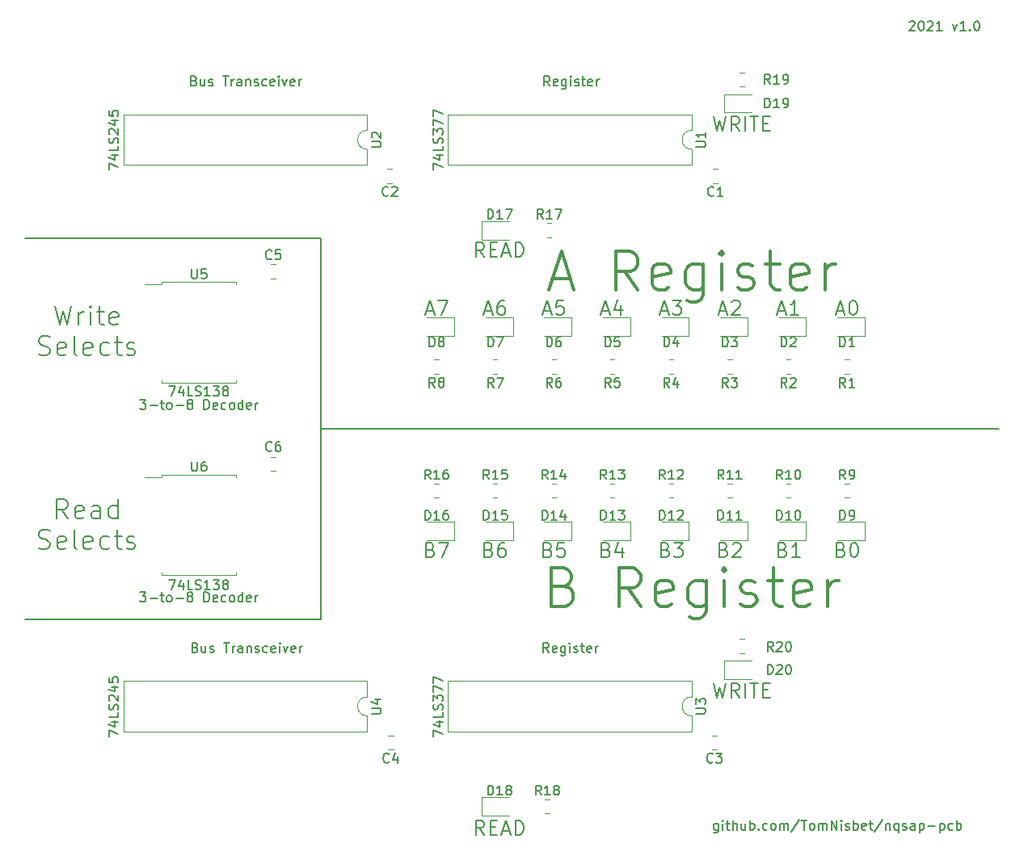
<source format=gto>
G04 #@! TF.GenerationSoftware,KiCad,Pcbnew,(5.1.9)-1*
G04 #@! TF.CreationDate,2021-10-03T23:50:10-04:00*
G04 #@! TF.ProjectId,ab-register,61622d72-6567-4697-9374-65722e6b6963,1.0*
G04 #@! TF.SameCoordinates,Original*
G04 #@! TF.FileFunction,Legend,Top*
G04 #@! TF.FilePolarity,Positive*
%FSLAX46Y46*%
G04 Gerber Fmt 4.6, Leading zero omitted, Abs format (unit mm)*
G04 Created by KiCad (PCBNEW (5.1.9)-1) date 2021-10-03 23:50:10*
%MOMM*%
%LPD*%
G01*
G04 APERTURE LIST*
%ADD10C,0.150000*%
%ADD11C,0.200000*%
%ADD12C,0.300000*%
%ADD13C,0.120000*%
%ADD14C,0.170000*%
%ADD15O,1.600000X1.600000*%
%ADD16R,1.600000X1.600000*%
%ADD17O,1.700000X1.700000*%
%ADD18R,1.700000X1.700000*%
G04 APERTURE END LIST*
D10*
X157600000Y-132385714D02*
X157600000Y-133195238D01*
X157552380Y-133290476D01*
X157504761Y-133338095D01*
X157409523Y-133385714D01*
X157266666Y-133385714D01*
X157171428Y-133338095D01*
X157600000Y-133004761D02*
X157504761Y-133052380D01*
X157314285Y-133052380D01*
X157219047Y-133004761D01*
X157171428Y-132957142D01*
X157123809Y-132861904D01*
X157123809Y-132576190D01*
X157171428Y-132480952D01*
X157219047Y-132433333D01*
X157314285Y-132385714D01*
X157504761Y-132385714D01*
X157600000Y-132433333D01*
X158076190Y-133052380D02*
X158076190Y-132385714D01*
X158076190Y-132052380D02*
X158028571Y-132100000D01*
X158076190Y-132147619D01*
X158123809Y-132100000D01*
X158076190Y-132052380D01*
X158076190Y-132147619D01*
X158409523Y-132385714D02*
X158790476Y-132385714D01*
X158552380Y-132052380D02*
X158552380Y-132909523D01*
X158600000Y-133004761D01*
X158695238Y-133052380D01*
X158790476Y-133052380D01*
X159123809Y-133052380D02*
X159123809Y-132052380D01*
X159552380Y-133052380D02*
X159552380Y-132528571D01*
X159504761Y-132433333D01*
X159409523Y-132385714D01*
X159266666Y-132385714D01*
X159171428Y-132433333D01*
X159123809Y-132480952D01*
X160457142Y-132385714D02*
X160457142Y-133052380D01*
X160028571Y-132385714D02*
X160028571Y-132909523D01*
X160076190Y-133004761D01*
X160171428Y-133052380D01*
X160314285Y-133052380D01*
X160409523Y-133004761D01*
X160457142Y-132957142D01*
X160933333Y-133052380D02*
X160933333Y-132052380D01*
X160933333Y-132433333D02*
X161028571Y-132385714D01*
X161219047Y-132385714D01*
X161314285Y-132433333D01*
X161361904Y-132480952D01*
X161409523Y-132576190D01*
X161409523Y-132861904D01*
X161361904Y-132957142D01*
X161314285Y-133004761D01*
X161219047Y-133052380D01*
X161028571Y-133052380D01*
X160933333Y-133004761D01*
X161838095Y-132957142D02*
X161885714Y-133004761D01*
X161838095Y-133052380D01*
X161790476Y-133004761D01*
X161838095Y-132957142D01*
X161838095Y-133052380D01*
X162742857Y-133004761D02*
X162647619Y-133052380D01*
X162457142Y-133052380D01*
X162361904Y-133004761D01*
X162314285Y-132957142D01*
X162266666Y-132861904D01*
X162266666Y-132576190D01*
X162314285Y-132480952D01*
X162361904Y-132433333D01*
X162457142Y-132385714D01*
X162647619Y-132385714D01*
X162742857Y-132433333D01*
X163314285Y-133052380D02*
X163219047Y-133004761D01*
X163171428Y-132957142D01*
X163123809Y-132861904D01*
X163123809Y-132576190D01*
X163171428Y-132480952D01*
X163219047Y-132433333D01*
X163314285Y-132385714D01*
X163457142Y-132385714D01*
X163552380Y-132433333D01*
X163600000Y-132480952D01*
X163647619Y-132576190D01*
X163647619Y-132861904D01*
X163600000Y-132957142D01*
X163552380Y-133004761D01*
X163457142Y-133052380D01*
X163314285Y-133052380D01*
X164076190Y-133052380D02*
X164076190Y-132385714D01*
X164076190Y-132480952D02*
X164123809Y-132433333D01*
X164219047Y-132385714D01*
X164361904Y-132385714D01*
X164457142Y-132433333D01*
X164504761Y-132528571D01*
X164504761Y-133052380D01*
X164504761Y-132528571D02*
X164552380Y-132433333D01*
X164647619Y-132385714D01*
X164790476Y-132385714D01*
X164885714Y-132433333D01*
X164933333Y-132528571D01*
X164933333Y-133052380D01*
X166123809Y-132004761D02*
X165266666Y-133290476D01*
X166314285Y-132052380D02*
X166885714Y-132052380D01*
X166600000Y-133052380D02*
X166600000Y-132052380D01*
X167361904Y-133052380D02*
X167266666Y-133004761D01*
X167219047Y-132957142D01*
X167171428Y-132861904D01*
X167171428Y-132576190D01*
X167219047Y-132480952D01*
X167266666Y-132433333D01*
X167361904Y-132385714D01*
X167504761Y-132385714D01*
X167600000Y-132433333D01*
X167647619Y-132480952D01*
X167695238Y-132576190D01*
X167695238Y-132861904D01*
X167647619Y-132957142D01*
X167600000Y-133004761D01*
X167504761Y-133052380D01*
X167361904Y-133052380D01*
X168123809Y-133052380D02*
X168123809Y-132385714D01*
X168123809Y-132480952D02*
X168171428Y-132433333D01*
X168266666Y-132385714D01*
X168409523Y-132385714D01*
X168504761Y-132433333D01*
X168552380Y-132528571D01*
X168552380Y-133052380D01*
X168552380Y-132528571D02*
X168600000Y-132433333D01*
X168695238Y-132385714D01*
X168838095Y-132385714D01*
X168933333Y-132433333D01*
X168980952Y-132528571D01*
X168980952Y-133052380D01*
X169457142Y-133052380D02*
X169457142Y-132052380D01*
X170028571Y-133052380D01*
X170028571Y-132052380D01*
X170504761Y-133052380D02*
X170504761Y-132385714D01*
X170504761Y-132052380D02*
X170457142Y-132100000D01*
X170504761Y-132147619D01*
X170552380Y-132100000D01*
X170504761Y-132052380D01*
X170504761Y-132147619D01*
X170933333Y-133004761D02*
X171028571Y-133052380D01*
X171219047Y-133052380D01*
X171314285Y-133004761D01*
X171361904Y-132909523D01*
X171361904Y-132861904D01*
X171314285Y-132766666D01*
X171219047Y-132719047D01*
X171076190Y-132719047D01*
X170980952Y-132671428D01*
X170933333Y-132576190D01*
X170933333Y-132528571D01*
X170980952Y-132433333D01*
X171076190Y-132385714D01*
X171219047Y-132385714D01*
X171314285Y-132433333D01*
X171790476Y-133052380D02*
X171790476Y-132052380D01*
X171790476Y-132433333D02*
X171885714Y-132385714D01*
X172076190Y-132385714D01*
X172171428Y-132433333D01*
X172219047Y-132480952D01*
X172266666Y-132576190D01*
X172266666Y-132861904D01*
X172219047Y-132957142D01*
X172171428Y-133004761D01*
X172076190Y-133052380D01*
X171885714Y-133052380D01*
X171790476Y-133004761D01*
X173076190Y-133004761D02*
X172980952Y-133052380D01*
X172790476Y-133052380D01*
X172695238Y-133004761D01*
X172647619Y-132909523D01*
X172647619Y-132528571D01*
X172695238Y-132433333D01*
X172790476Y-132385714D01*
X172980952Y-132385714D01*
X173076190Y-132433333D01*
X173123809Y-132528571D01*
X173123809Y-132623809D01*
X172647619Y-132719047D01*
X173409523Y-132385714D02*
X173790476Y-132385714D01*
X173552380Y-132052380D02*
X173552380Y-132909523D01*
X173600000Y-133004761D01*
X173695238Y-133052380D01*
X173790476Y-133052380D01*
X174838095Y-132004761D02*
X173980952Y-133290476D01*
X175171428Y-132385714D02*
X175171428Y-133052380D01*
X175171428Y-132480952D02*
X175219047Y-132433333D01*
X175314285Y-132385714D01*
X175457142Y-132385714D01*
X175552380Y-132433333D01*
X175600000Y-132528571D01*
X175600000Y-133052380D01*
X176504761Y-132385714D02*
X176504761Y-133385714D01*
X176504761Y-133004761D02*
X176409523Y-133052380D01*
X176219047Y-133052380D01*
X176123809Y-133004761D01*
X176076190Y-132957142D01*
X176028571Y-132861904D01*
X176028571Y-132576190D01*
X176076190Y-132480952D01*
X176123809Y-132433333D01*
X176219047Y-132385714D01*
X176409523Y-132385714D01*
X176504761Y-132433333D01*
X176933333Y-133004761D02*
X177028571Y-133052380D01*
X177219047Y-133052380D01*
X177314285Y-133004761D01*
X177361904Y-132909523D01*
X177361904Y-132861904D01*
X177314285Y-132766666D01*
X177219047Y-132719047D01*
X177076190Y-132719047D01*
X176980952Y-132671428D01*
X176933333Y-132576190D01*
X176933333Y-132528571D01*
X176980952Y-132433333D01*
X177076190Y-132385714D01*
X177219047Y-132385714D01*
X177314285Y-132433333D01*
X178219047Y-133052380D02*
X178219047Y-132528571D01*
X178171428Y-132433333D01*
X178076190Y-132385714D01*
X177885714Y-132385714D01*
X177790476Y-132433333D01*
X178219047Y-133004761D02*
X178123809Y-133052380D01*
X177885714Y-133052380D01*
X177790476Y-133004761D01*
X177742857Y-132909523D01*
X177742857Y-132814285D01*
X177790476Y-132719047D01*
X177885714Y-132671428D01*
X178123809Y-132671428D01*
X178219047Y-132623809D01*
X178695238Y-132385714D02*
X178695238Y-133385714D01*
X178695238Y-132433333D02*
X178790476Y-132385714D01*
X178980952Y-132385714D01*
X179076190Y-132433333D01*
X179123809Y-132480952D01*
X179171428Y-132576190D01*
X179171428Y-132861904D01*
X179123809Y-132957142D01*
X179076190Y-133004761D01*
X178980952Y-133052380D01*
X178790476Y-133052380D01*
X178695238Y-133004761D01*
X179600000Y-132671428D02*
X180361904Y-132671428D01*
X180838095Y-132385714D02*
X180838095Y-133385714D01*
X180838095Y-132433333D02*
X180933333Y-132385714D01*
X181123809Y-132385714D01*
X181219047Y-132433333D01*
X181266666Y-132480952D01*
X181314285Y-132576190D01*
X181314285Y-132861904D01*
X181266666Y-132957142D01*
X181219047Y-133004761D01*
X181123809Y-133052380D01*
X180933333Y-133052380D01*
X180838095Y-133004761D01*
X182171428Y-133004761D02*
X182076190Y-133052380D01*
X181885714Y-133052380D01*
X181790476Y-133004761D01*
X181742857Y-132957142D01*
X181695238Y-132861904D01*
X181695238Y-132576190D01*
X181742857Y-132480952D01*
X181790476Y-132433333D01*
X181885714Y-132385714D01*
X182076190Y-132385714D01*
X182171428Y-132433333D01*
X182600000Y-133052380D02*
X182600000Y-132052380D01*
X182600000Y-132433333D02*
X182695238Y-132385714D01*
X182885714Y-132385714D01*
X182980952Y-132433333D01*
X183028571Y-132480952D01*
X183076190Y-132576190D01*
X183076190Y-132861904D01*
X183028571Y-132957142D01*
X182980952Y-133004761D01*
X182885714Y-133052380D01*
X182695238Y-133052380D01*
X182600000Y-133004761D01*
X177633333Y-48347619D02*
X177680952Y-48300000D01*
X177776190Y-48252380D01*
X178014285Y-48252380D01*
X178109523Y-48300000D01*
X178157142Y-48347619D01*
X178204761Y-48442857D01*
X178204761Y-48538095D01*
X178157142Y-48680952D01*
X177585714Y-49252380D01*
X178204761Y-49252380D01*
X178823809Y-48252380D02*
X178919047Y-48252380D01*
X179014285Y-48300000D01*
X179061904Y-48347619D01*
X179109523Y-48442857D01*
X179157142Y-48633333D01*
X179157142Y-48871428D01*
X179109523Y-49061904D01*
X179061904Y-49157142D01*
X179014285Y-49204761D01*
X178919047Y-49252380D01*
X178823809Y-49252380D01*
X178728571Y-49204761D01*
X178680952Y-49157142D01*
X178633333Y-49061904D01*
X178585714Y-48871428D01*
X178585714Y-48633333D01*
X178633333Y-48442857D01*
X178680952Y-48347619D01*
X178728571Y-48300000D01*
X178823809Y-48252380D01*
X179538095Y-48347619D02*
X179585714Y-48300000D01*
X179680952Y-48252380D01*
X179919047Y-48252380D01*
X180014285Y-48300000D01*
X180061904Y-48347619D01*
X180109523Y-48442857D01*
X180109523Y-48538095D01*
X180061904Y-48680952D01*
X179490476Y-49252380D01*
X180109523Y-49252380D01*
X181061904Y-49252380D02*
X180490476Y-49252380D01*
X180776190Y-49252380D02*
X180776190Y-48252380D01*
X180680952Y-48395238D01*
X180585714Y-48490476D01*
X180490476Y-48538095D01*
X182157142Y-48585714D02*
X182395238Y-49252380D01*
X182633333Y-48585714D01*
X183538095Y-49252380D02*
X182966666Y-49252380D01*
X183252380Y-49252380D02*
X183252380Y-48252380D01*
X183157142Y-48395238D01*
X183061904Y-48490476D01*
X182966666Y-48538095D01*
X183966666Y-49157142D02*
X184014285Y-49204761D01*
X183966666Y-49252380D01*
X183919047Y-49204761D01*
X183966666Y-49157142D01*
X183966666Y-49252380D01*
X184633333Y-48252380D02*
X184728571Y-48252380D01*
X184823809Y-48300000D01*
X184871428Y-48347619D01*
X184919047Y-48442857D01*
X184966666Y-48633333D01*
X184966666Y-48871428D01*
X184919047Y-49061904D01*
X184871428Y-49157142D01*
X184823809Y-49204761D01*
X184728571Y-49252380D01*
X184633333Y-49252380D01*
X184538095Y-49204761D01*
X184490476Y-49157142D01*
X184442857Y-49061904D01*
X184395238Y-48871428D01*
X184395238Y-48633333D01*
X184442857Y-48442857D01*
X184490476Y-48347619D01*
X184538095Y-48300000D01*
X184633333Y-48252380D01*
D11*
X89452380Y-100404761D02*
X88785714Y-99452380D01*
X88309523Y-100404761D02*
X88309523Y-98404761D01*
X89071428Y-98404761D01*
X89261904Y-98500000D01*
X89357142Y-98595238D01*
X89452380Y-98785714D01*
X89452380Y-99071428D01*
X89357142Y-99261904D01*
X89261904Y-99357142D01*
X89071428Y-99452380D01*
X88309523Y-99452380D01*
X91071428Y-100309523D02*
X90880952Y-100404761D01*
X90500000Y-100404761D01*
X90309523Y-100309523D01*
X90214285Y-100119047D01*
X90214285Y-99357142D01*
X90309523Y-99166666D01*
X90500000Y-99071428D01*
X90880952Y-99071428D01*
X91071428Y-99166666D01*
X91166666Y-99357142D01*
X91166666Y-99547619D01*
X90214285Y-99738095D01*
X92880952Y-100404761D02*
X92880952Y-99357142D01*
X92785714Y-99166666D01*
X92595238Y-99071428D01*
X92214285Y-99071428D01*
X92023809Y-99166666D01*
X92880952Y-100309523D02*
X92690476Y-100404761D01*
X92214285Y-100404761D01*
X92023809Y-100309523D01*
X91928571Y-100119047D01*
X91928571Y-99928571D01*
X92023809Y-99738095D01*
X92214285Y-99642857D01*
X92690476Y-99642857D01*
X92880952Y-99547619D01*
X94690476Y-100404761D02*
X94690476Y-98404761D01*
X94690476Y-100309523D02*
X94500000Y-100404761D01*
X94119047Y-100404761D01*
X93928571Y-100309523D01*
X93833333Y-100214285D01*
X93738095Y-100023809D01*
X93738095Y-99452380D01*
X93833333Y-99261904D01*
X93928571Y-99166666D01*
X94119047Y-99071428D01*
X94500000Y-99071428D01*
X94690476Y-99166666D01*
X86452380Y-103509523D02*
X86738095Y-103604761D01*
X87214285Y-103604761D01*
X87404761Y-103509523D01*
X87500000Y-103414285D01*
X87595238Y-103223809D01*
X87595238Y-103033333D01*
X87500000Y-102842857D01*
X87404761Y-102747619D01*
X87214285Y-102652380D01*
X86833333Y-102557142D01*
X86642857Y-102461904D01*
X86547619Y-102366666D01*
X86452380Y-102176190D01*
X86452380Y-101985714D01*
X86547619Y-101795238D01*
X86642857Y-101700000D01*
X86833333Y-101604761D01*
X87309523Y-101604761D01*
X87595238Y-101700000D01*
X89214285Y-103509523D02*
X89023809Y-103604761D01*
X88642857Y-103604761D01*
X88452380Y-103509523D01*
X88357142Y-103319047D01*
X88357142Y-102557142D01*
X88452380Y-102366666D01*
X88642857Y-102271428D01*
X89023809Y-102271428D01*
X89214285Y-102366666D01*
X89309523Y-102557142D01*
X89309523Y-102747619D01*
X88357142Y-102938095D01*
X90452380Y-103604761D02*
X90261904Y-103509523D01*
X90166666Y-103319047D01*
X90166666Y-101604761D01*
X91976190Y-103509523D02*
X91785714Y-103604761D01*
X91404761Y-103604761D01*
X91214285Y-103509523D01*
X91119047Y-103319047D01*
X91119047Y-102557142D01*
X91214285Y-102366666D01*
X91404761Y-102271428D01*
X91785714Y-102271428D01*
X91976190Y-102366666D01*
X92071428Y-102557142D01*
X92071428Y-102747619D01*
X91119047Y-102938095D01*
X93785714Y-103509523D02*
X93595238Y-103604761D01*
X93214285Y-103604761D01*
X93023809Y-103509523D01*
X92928571Y-103414285D01*
X92833333Y-103223809D01*
X92833333Y-102652380D01*
X92928571Y-102461904D01*
X93023809Y-102366666D01*
X93214285Y-102271428D01*
X93595238Y-102271428D01*
X93785714Y-102366666D01*
X94357142Y-102271428D02*
X95119047Y-102271428D01*
X94642857Y-101604761D02*
X94642857Y-103319047D01*
X94738095Y-103509523D01*
X94928571Y-103604761D01*
X95119047Y-103604761D01*
X95690476Y-103509523D02*
X95880952Y-103604761D01*
X96261904Y-103604761D01*
X96452380Y-103509523D01*
X96547619Y-103319047D01*
X96547619Y-103223809D01*
X96452380Y-103033333D01*
X96261904Y-102938095D01*
X95976190Y-102938095D01*
X95785714Y-102842857D01*
X95690476Y-102652380D01*
X95690476Y-102557142D01*
X95785714Y-102366666D01*
X95976190Y-102271428D01*
X96261904Y-102271428D01*
X96452380Y-102366666D01*
X88119047Y-78104761D02*
X88595238Y-80104761D01*
X88976190Y-78676190D01*
X89357142Y-80104761D01*
X89833333Y-78104761D01*
X90595238Y-80104761D02*
X90595238Y-78771428D01*
X90595238Y-79152380D02*
X90690476Y-78961904D01*
X90785714Y-78866666D01*
X90976190Y-78771428D01*
X91166666Y-78771428D01*
X91833333Y-80104761D02*
X91833333Y-78771428D01*
X91833333Y-78104761D02*
X91738095Y-78200000D01*
X91833333Y-78295238D01*
X91928571Y-78200000D01*
X91833333Y-78104761D01*
X91833333Y-78295238D01*
X92500000Y-78771428D02*
X93261904Y-78771428D01*
X92785714Y-78104761D02*
X92785714Y-79819047D01*
X92880952Y-80009523D01*
X93071428Y-80104761D01*
X93261904Y-80104761D01*
X94690476Y-80009523D02*
X94500000Y-80104761D01*
X94119047Y-80104761D01*
X93928571Y-80009523D01*
X93833333Y-79819047D01*
X93833333Y-79057142D01*
X93928571Y-78866666D01*
X94119047Y-78771428D01*
X94500000Y-78771428D01*
X94690476Y-78866666D01*
X94785714Y-79057142D01*
X94785714Y-79247619D01*
X93833333Y-79438095D01*
X86452380Y-83209523D02*
X86738095Y-83304761D01*
X87214285Y-83304761D01*
X87404761Y-83209523D01*
X87500000Y-83114285D01*
X87595238Y-82923809D01*
X87595238Y-82733333D01*
X87500000Y-82542857D01*
X87404761Y-82447619D01*
X87214285Y-82352380D01*
X86833333Y-82257142D01*
X86642857Y-82161904D01*
X86547619Y-82066666D01*
X86452380Y-81876190D01*
X86452380Y-81685714D01*
X86547619Y-81495238D01*
X86642857Y-81400000D01*
X86833333Y-81304761D01*
X87309523Y-81304761D01*
X87595238Y-81400000D01*
X89214285Y-83209523D02*
X89023809Y-83304761D01*
X88642857Y-83304761D01*
X88452380Y-83209523D01*
X88357142Y-83019047D01*
X88357142Y-82257142D01*
X88452380Y-82066666D01*
X88642857Y-81971428D01*
X89023809Y-81971428D01*
X89214285Y-82066666D01*
X89309523Y-82257142D01*
X89309523Y-82447619D01*
X88357142Y-82638095D01*
X90452380Y-83304761D02*
X90261904Y-83209523D01*
X90166666Y-83019047D01*
X90166666Y-81304761D01*
X91976190Y-83209523D02*
X91785714Y-83304761D01*
X91404761Y-83304761D01*
X91214285Y-83209523D01*
X91119047Y-83019047D01*
X91119047Y-82257142D01*
X91214285Y-82066666D01*
X91404761Y-81971428D01*
X91785714Y-81971428D01*
X91976190Y-82066666D01*
X92071428Y-82257142D01*
X92071428Y-82447619D01*
X91119047Y-82638095D01*
X93785714Y-83209523D02*
X93595238Y-83304761D01*
X93214285Y-83304761D01*
X93023809Y-83209523D01*
X92928571Y-83114285D01*
X92833333Y-82923809D01*
X92833333Y-82352380D01*
X92928571Y-82161904D01*
X93023809Y-82066666D01*
X93214285Y-81971428D01*
X93595238Y-81971428D01*
X93785714Y-82066666D01*
X94357142Y-81971428D02*
X95119047Y-81971428D01*
X94642857Y-81304761D02*
X94642857Y-83019047D01*
X94738095Y-83209523D01*
X94928571Y-83304761D01*
X95119047Y-83304761D01*
X95690476Y-83209523D02*
X95880952Y-83304761D01*
X96261904Y-83304761D01*
X96452380Y-83209523D01*
X96547619Y-83019047D01*
X96547619Y-82923809D01*
X96452380Y-82733333D01*
X96261904Y-82638095D01*
X95976190Y-82638095D01*
X95785714Y-82542857D01*
X95690476Y-82352380D01*
X95690476Y-82257142D01*
X95785714Y-82066666D01*
X95976190Y-81971428D01*
X96261904Y-81971428D01*
X96452380Y-82066666D01*
D12*
X140233333Y-75266666D02*
X142138095Y-75266666D01*
X139852380Y-76409523D02*
X141185714Y-72409523D01*
X142519047Y-76409523D01*
X149185714Y-76409523D02*
X147852380Y-74504761D01*
X146900000Y-76409523D02*
X146900000Y-72409523D01*
X148423809Y-72409523D01*
X148804761Y-72600000D01*
X148995238Y-72790476D01*
X149185714Y-73171428D01*
X149185714Y-73742857D01*
X148995238Y-74123809D01*
X148804761Y-74314285D01*
X148423809Y-74504761D01*
X146900000Y-74504761D01*
X152423809Y-76219047D02*
X152042857Y-76409523D01*
X151280952Y-76409523D01*
X150900000Y-76219047D01*
X150709523Y-75838095D01*
X150709523Y-74314285D01*
X150900000Y-73933333D01*
X151280952Y-73742857D01*
X152042857Y-73742857D01*
X152423809Y-73933333D01*
X152614285Y-74314285D01*
X152614285Y-74695238D01*
X150709523Y-75076190D01*
X156042857Y-73742857D02*
X156042857Y-76980952D01*
X155852380Y-77361904D01*
X155661904Y-77552380D01*
X155280952Y-77742857D01*
X154709523Y-77742857D01*
X154328571Y-77552380D01*
X156042857Y-76219047D02*
X155661904Y-76409523D01*
X154900000Y-76409523D01*
X154519047Y-76219047D01*
X154328571Y-76028571D01*
X154138095Y-75647619D01*
X154138095Y-74504761D01*
X154328571Y-74123809D01*
X154519047Y-73933333D01*
X154900000Y-73742857D01*
X155661904Y-73742857D01*
X156042857Y-73933333D01*
X157947619Y-76409523D02*
X157947619Y-73742857D01*
X157947619Y-72409523D02*
X157757142Y-72600000D01*
X157947619Y-72790476D01*
X158138095Y-72600000D01*
X157947619Y-72409523D01*
X157947619Y-72790476D01*
X159661904Y-76219047D02*
X160042857Y-76409523D01*
X160804761Y-76409523D01*
X161185714Y-76219047D01*
X161376190Y-75838095D01*
X161376190Y-75647619D01*
X161185714Y-75266666D01*
X160804761Y-75076190D01*
X160233333Y-75076190D01*
X159852380Y-74885714D01*
X159661904Y-74504761D01*
X159661904Y-74314285D01*
X159852380Y-73933333D01*
X160233333Y-73742857D01*
X160804761Y-73742857D01*
X161185714Y-73933333D01*
X162519047Y-73742857D02*
X164042857Y-73742857D01*
X163090476Y-72409523D02*
X163090476Y-75838095D01*
X163280952Y-76219047D01*
X163661904Y-76409523D01*
X164042857Y-76409523D01*
X166900000Y-76219047D02*
X166519047Y-76409523D01*
X165757142Y-76409523D01*
X165376190Y-76219047D01*
X165185714Y-75838095D01*
X165185714Y-74314285D01*
X165376190Y-73933333D01*
X165757142Y-73742857D01*
X166519047Y-73742857D01*
X166900000Y-73933333D01*
X167090476Y-74314285D01*
X167090476Y-74695238D01*
X165185714Y-75076190D01*
X168804761Y-76409523D02*
X168804761Y-73742857D01*
X168804761Y-74504761D02*
X168995238Y-74123809D01*
X169185714Y-73933333D01*
X169566666Y-73742857D01*
X169947619Y-73742857D01*
X141471428Y-107514285D02*
X142042857Y-107704761D01*
X142233333Y-107895238D01*
X142423809Y-108276190D01*
X142423809Y-108847619D01*
X142233333Y-109228571D01*
X142042857Y-109419047D01*
X141661904Y-109609523D01*
X140138095Y-109609523D01*
X140138095Y-105609523D01*
X141471428Y-105609523D01*
X141852380Y-105800000D01*
X142042857Y-105990476D01*
X142233333Y-106371428D01*
X142233333Y-106752380D01*
X142042857Y-107133333D01*
X141852380Y-107323809D01*
X141471428Y-107514285D01*
X140138095Y-107514285D01*
X149471428Y-109609523D02*
X148138095Y-107704761D01*
X147185714Y-109609523D02*
X147185714Y-105609523D01*
X148709523Y-105609523D01*
X149090476Y-105800000D01*
X149280952Y-105990476D01*
X149471428Y-106371428D01*
X149471428Y-106942857D01*
X149280952Y-107323809D01*
X149090476Y-107514285D01*
X148709523Y-107704761D01*
X147185714Y-107704761D01*
X152709523Y-109419047D02*
X152328571Y-109609523D01*
X151566666Y-109609523D01*
X151185714Y-109419047D01*
X150995238Y-109038095D01*
X150995238Y-107514285D01*
X151185714Y-107133333D01*
X151566666Y-106942857D01*
X152328571Y-106942857D01*
X152709523Y-107133333D01*
X152900000Y-107514285D01*
X152900000Y-107895238D01*
X150995238Y-108276190D01*
X156328571Y-106942857D02*
X156328571Y-110180952D01*
X156138095Y-110561904D01*
X155947619Y-110752380D01*
X155566666Y-110942857D01*
X154995238Y-110942857D01*
X154614285Y-110752380D01*
X156328571Y-109419047D02*
X155947619Y-109609523D01*
X155185714Y-109609523D01*
X154804761Y-109419047D01*
X154614285Y-109228571D01*
X154423809Y-108847619D01*
X154423809Y-107704761D01*
X154614285Y-107323809D01*
X154804761Y-107133333D01*
X155185714Y-106942857D01*
X155947619Y-106942857D01*
X156328571Y-107133333D01*
X158233333Y-109609523D02*
X158233333Y-106942857D01*
X158233333Y-105609523D02*
X158042857Y-105800000D01*
X158233333Y-105990476D01*
X158423809Y-105800000D01*
X158233333Y-105609523D01*
X158233333Y-105990476D01*
X159947619Y-109419047D02*
X160328571Y-109609523D01*
X161090476Y-109609523D01*
X161471428Y-109419047D01*
X161661904Y-109038095D01*
X161661904Y-108847619D01*
X161471428Y-108466666D01*
X161090476Y-108276190D01*
X160519047Y-108276190D01*
X160138095Y-108085714D01*
X159947619Y-107704761D01*
X159947619Y-107514285D01*
X160138095Y-107133333D01*
X160519047Y-106942857D01*
X161090476Y-106942857D01*
X161471428Y-107133333D01*
X162804761Y-106942857D02*
X164328571Y-106942857D01*
X163376190Y-105609523D02*
X163376190Y-109038095D01*
X163566666Y-109419047D01*
X163947619Y-109609523D01*
X164328571Y-109609523D01*
X167185714Y-109419047D02*
X166804761Y-109609523D01*
X166042857Y-109609523D01*
X165661904Y-109419047D01*
X165471428Y-109038095D01*
X165471428Y-107514285D01*
X165661904Y-107133333D01*
X166042857Y-106942857D01*
X166804761Y-106942857D01*
X167185714Y-107133333D01*
X167376190Y-107514285D01*
X167376190Y-107895238D01*
X165471428Y-108276190D01*
X169090476Y-109609523D02*
X169090476Y-106942857D01*
X169090476Y-107704761D02*
X169280952Y-107323809D01*
X169471428Y-107133333D01*
X169852380Y-106942857D01*
X170233333Y-106942857D01*
D10*
X116000000Y-111000000D02*
X85000000Y-111000000D01*
X116000000Y-91000000D02*
X116000000Y-111000000D01*
X116000000Y-71000000D02*
X85000000Y-71000000D01*
X116000000Y-91000000D02*
X116000000Y-71000000D01*
X187000000Y-91000000D02*
X116000000Y-91000000D01*
D13*
X160327064Y-114535000D02*
X159872936Y-114535000D01*
X160327064Y-113065000D02*
X159872936Y-113065000D01*
X160327064Y-55135000D02*
X159872936Y-55135000D01*
X160327064Y-53665000D02*
X159872936Y-53665000D01*
X139472936Y-129865000D02*
X139927064Y-129865000D01*
X139472936Y-131335000D02*
X139927064Y-131335000D01*
X139672936Y-69465000D02*
X140127064Y-69465000D01*
X139672936Y-70935000D02*
X140127064Y-70935000D01*
X161100000Y-115340000D02*
X158240000Y-115340000D01*
X158240000Y-115340000D02*
X158240000Y-117260000D01*
X158240000Y-117260000D02*
X161100000Y-117260000D01*
X161100000Y-55940000D02*
X158240000Y-55940000D01*
X158240000Y-55940000D02*
X158240000Y-57860000D01*
X158240000Y-57860000D02*
X161100000Y-57860000D01*
X135700000Y-129640000D02*
X132840000Y-129640000D01*
X132840000Y-129640000D02*
X132840000Y-131560000D01*
X132840000Y-131560000D02*
X135700000Y-131560000D01*
X135700000Y-69240000D02*
X132840000Y-69240000D01*
X132840000Y-69240000D02*
X132840000Y-71160000D01*
X132840000Y-71160000D02*
X135700000Y-71160000D01*
X123561252Y-123165000D02*
X123038748Y-123165000D01*
X123561252Y-124635000D02*
X123038748Y-124635000D01*
X157461252Y-123165000D02*
X156938748Y-123165000D01*
X157461252Y-124635000D02*
X156938748Y-124635000D01*
X123461252Y-63765000D02*
X122938748Y-63765000D01*
X123461252Y-65235000D02*
X122938748Y-65235000D01*
X157561252Y-63765000D02*
X157038748Y-63765000D01*
X157561252Y-65235000D02*
X157038748Y-65235000D01*
X111261252Y-93965000D02*
X110738748Y-93965000D01*
X111261252Y-95435000D02*
X110738748Y-95435000D01*
X111261252Y-73765000D02*
X110738748Y-73765000D01*
X111261252Y-75235000D02*
X110738748Y-75235000D01*
X120830000Y-63360000D02*
X120830000Y-61710000D01*
X95310000Y-63360000D02*
X120830000Y-63360000D01*
X95310000Y-58060000D02*
X95310000Y-63360000D01*
X120830000Y-58060000D02*
X95310000Y-58060000D01*
X120830000Y-59710000D02*
X120830000Y-58060000D01*
X120830000Y-61710000D02*
G75*
G02*
X120830000Y-59710000I0J1000000D01*
G01*
X154830000Y-63360000D02*
X154830000Y-61710000D01*
X129310000Y-63360000D02*
X154830000Y-63360000D01*
X129310000Y-58060000D02*
X129310000Y-63360000D01*
X154830000Y-58060000D02*
X129310000Y-58060000D01*
X154830000Y-59710000D02*
X154830000Y-58060000D01*
X154830000Y-61710000D02*
G75*
G02*
X154830000Y-59710000I0J1000000D01*
G01*
X120830000Y-122760000D02*
X120830000Y-121110000D01*
X95310000Y-122760000D02*
X120830000Y-122760000D01*
X95310000Y-117460000D02*
X95310000Y-122760000D01*
X120830000Y-117460000D02*
X95310000Y-117460000D01*
X120830000Y-119110000D02*
X120830000Y-117460000D01*
X120830000Y-121110000D02*
G75*
G02*
X120830000Y-119110000I0J1000000D01*
G01*
X154830000Y-122760000D02*
X154830000Y-121110000D01*
X129310000Y-122760000D02*
X154830000Y-122760000D01*
X129310000Y-117460000D02*
X129310000Y-122760000D01*
X154830000Y-117460000D02*
X129310000Y-117460000D01*
X154830000Y-119110000D02*
X154830000Y-117460000D01*
X154830000Y-121110000D02*
G75*
G02*
X154830000Y-119110000I0J1000000D01*
G01*
X99340000Y-96095000D02*
X97525000Y-96095000D01*
X99340000Y-95840000D02*
X99340000Y-96095000D01*
X103200000Y-95840000D02*
X99340000Y-95840000D01*
X107060000Y-95840000D02*
X107060000Y-96095000D01*
X103200000Y-95840000D02*
X107060000Y-95840000D01*
X99340000Y-106360000D02*
X99340000Y-106105000D01*
X103200000Y-106360000D02*
X99340000Y-106360000D01*
X107060000Y-106360000D02*
X107060000Y-106105000D01*
X103200000Y-106360000D02*
X107060000Y-106360000D01*
X99340000Y-75895000D02*
X97525000Y-75895000D01*
X99340000Y-75640000D02*
X99340000Y-75895000D01*
X103200000Y-75640000D02*
X99340000Y-75640000D01*
X107060000Y-75640000D02*
X107060000Y-75895000D01*
X103200000Y-75640000D02*
X107060000Y-75640000D01*
X99340000Y-86160000D02*
X99340000Y-85905000D01*
X103200000Y-86160000D02*
X99340000Y-86160000D01*
X107060000Y-86160000D02*
X107060000Y-85905000D01*
X103200000Y-86160000D02*
X107060000Y-86160000D01*
X127872936Y-98235000D02*
X128327064Y-98235000D01*
X127872936Y-96765000D02*
X128327064Y-96765000D01*
X134015793Y-98235000D02*
X134469921Y-98235000D01*
X134015793Y-96765000D02*
X134469921Y-96765000D01*
X140158650Y-98235000D02*
X140612778Y-98235000D01*
X140158650Y-96765000D02*
X140612778Y-96765000D01*
X146301507Y-98235000D02*
X146755635Y-98235000D01*
X146301507Y-96765000D02*
X146755635Y-96765000D01*
X152444364Y-98235000D02*
X152898492Y-98235000D01*
X152444364Y-96765000D02*
X152898492Y-96765000D01*
X158587221Y-98235000D02*
X159041349Y-98235000D01*
X158587221Y-96765000D02*
X159041349Y-96765000D01*
X164730078Y-98235000D02*
X165184206Y-98235000D01*
X164730078Y-96765000D02*
X165184206Y-96765000D01*
X170872936Y-98235000D02*
X171327064Y-98235000D01*
X170872936Y-96765000D02*
X171327064Y-96765000D01*
X127872936Y-85235000D02*
X128327064Y-85235000D01*
X127872936Y-83765000D02*
X128327064Y-83765000D01*
X134015793Y-85235000D02*
X134469921Y-85235000D01*
X134015793Y-83765000D02*
X134469921Y-83765000D01*
X140158650Y-85235000D02*
X140612778Y-85235000D01*
X140158650Y-83765000D02*
X140612778Y-83765000D01*
X146301507Y-85235000D02*
X146755635Y-85235000D01*
X146301507Y-83765000D02*
X146755635Y-83765000D01*
X152444364Y-85235000D02*
X152898492Y-85235000D01*
X152444364Y-83765000D02*
X152898492Y-83765000D01*
X158587221Y-85235000D02*
X159041349Y-85235000D01*
X158587221Y-83765000D02*
X159041349Y-83765000D01*
X164730078Y-85235000D02*
X165184206Y-85235000D01*
X164730078Y-83765000D02*
X165184206Y-83765000D01*
X170872936Y-85235000D02*
X171327064Y-85235000D01*
X170872936Y-83765000D02*
X171327064Y-83765000D01*
X129960000Y-100740000D02*
X127100000Y-100740000D01*
X129960000Y-102660000D02*
X129960000Y-100740000D01*
X127100000Y-102660000D02*
X129960000Y-102660000D01*
X136102857Y-100740000D02*
X133242857Y-100740000D01*
X136102857Y-102660000D02*
X136102857Y-100740000D01*
X133242857Y-102660000D02*
X136102857Y-102660000D01*
X142245714Y-100740000D02*
X139385714Y-100740000D01*
X142245714Y-102660000D02*
X142245714Y-100740000D01*
X139385714Y-102660000D02*
X142245714Y-102660000D01*
X148388571Y-100740000D02*
X145528571Y-100740000D01*
X148388571Y-102660000D02*
X148388571Y-100740000D01*
X145528571Y-102660000D02*
X148388571Y-102660000D01*
X154531428Y-100740000D02*
X151671428Y-100740000D01*
X154531428Y-102660000D02*
X154531428Y-100740000D01*
X151671428Y-102660000D02*
X154531428Y-102660000D01*
X160674285Y-100740000D02*
X157814285Y-100740000D01*
X160674285Y-102660000D02*
X160674285Y-100740000D01*
X157814285Y-102660000D02*
X160674285Y-102660000D01*
X166817142Y-100740000D02*
X163957142Y-100740000D01*
X166817142Y-102660000D02*
X166817142Y-100740000D01*
X163957142Y-102660000D02*
X166817142Y-102660000D01*
X172960000Y-100740000D02*
X170100000Y-100740000D01*
X172960000Y-102660000D02*
X172960000Y-100740000D01*
X170100000Y-102660000D02*
X172960000Y-102660000D01*
X129960000Y-79340000D02*
X127100000Y-79340000D01*
X129960000Y-81260000D02*
X129960000Y-79340000D01*
X127100000Y-81260000D02*
X129960000Y-81260000D01*
X136102857Y-79340000D02*
X133242857Y-79340000D01*
X136102857Y-81260000D02*
X136102857Y-79340000D01*
X133242857Y-81260000D02*
X136102857Y-81260000D01*
X142245714Y-79340000D02*
X139385714Y-79340000D01*
X142245714Y-81260000D02*
X142245714Y-79340000D01*
X139385714Y-81260000D02*
X142245714Y-81260000D01*
X148388571Y-79340000D02*
X145528571Y-79340000D01*
X148388571Y-81260000D02*
X148388571Y-79340000D01*
X145528571Y-81260000D02*
X148388571Y-81260000D01*
X154531428Y-79340000D02*
X151671428Y-79340000D01*
X154531428Y-81260000D02*
X154531428Y-79340000D01*
X151671428Y-81260000D02*
X154531428Y-81260000D01*
X160674285Y-79340000D02*
X157814285Y-79340000D01*
X160674285Y-81260000D02*
X160674285Y-79340000D01*
X157814285Y-81260000D02*
X160674285Y-81260000D01*
X166817142Y-79340000D02*
X163957142Y-79340000D01*
X166817142Y-81260000D02*
X166817142Y-79340000D01*
X163957142Y-81260000D02*
X166817142Y-81260000D01*
X172960000Y-79340000D02*
X170100000Y-79340000D01*
X172960000Y-81260000D02*
X172960000Y-79340000D01*
X170100000Y-81260000D02*
X172960000Y-81260000D01*
D10*
X163357142Y-114352380D02*
X163023809Y-113876190D01*
X162785714Y-114352380D02*
X162785714Y-113352380D01*
X163166666Y-113352380D01*
X163261904Y-113400000D01*
X163309523Y-113447619D01*
X163357142Y-113542857D01*
X163357142Y-113685714D01*
X163309523Y-113780952D01*
X163261904Y-113828571D01*
X163166666Y-113876190D01*
X162785714Y-113876190D01*
X163738095Y-113447619D02*
X163785714Y-113400000D01*
X163880952Y-113352380D01*
X164119047Y-113352380D01*
X164214285Y-113400000D01*
X164261904Y-113447619D01*
X164309523Y-113542857D01*
X164309523Y-113638095D01*
X164261904Y-113780952D01*
X163690476Y-114352380D01*
X164309523Y-114352380D01*
X164928571Y-113352380D02*
X165023809Y-113352380D01*
X165119047Y-113400000D01*
X165166666Y-113447619D01*
X165214285Y-113542857D01*
X165261904Y-113733333D01*
X165261904Y-113971428D01*
X165214285Y-114161904D01*
X165166666Y-114257142D01*
X165119047Y-114304761D01*
X165023809Y-114352380D01*
X164928571Y-114352380D01*
X164833333Y-114304761D01*
X164785714Y-114257142D01*
X164738095Y-114161904D01*
X164690476Y-113971428D01*
X164690476Y-113733333D01*
X164738095Y-113542857D01*
X164785714Y-113447619D01*
X164833333Y-113400000D01*
X164928571Y-113352380D01*
X163057142Y-54852380D02*
X162723809Y-54376190D01*
X162485714Y-54852380D02*
X162485714Y-53852380D01*
X162866666Y-53852380D01*
X162961904Y-53900000D01*
X163009523Y-53947619D01*
X163057142Y-54042857D01*
X163057142Y-54185714D01*
X163009523Y-54280952D01*
X162961904Y-54328571D01*
X162866666Y-54376190D01*
X162485714Y-54376190D01*
X164009523Y-54852380D02*
X163438095Y-54852380D01*
X163723809Y-54852380D02*
X163723809Y-53852380D01*
X163628571Y-53995238D01*
X163533333Y-54090476D01*
X163438095Y-54138095D01*
X164485714Y-54852380D02*
X164676190Y-54852380D01*
X164771428Y-54804761D01*
X164819047Y-54757142D01*
X164914285Y-54614285D01*
X164961904Y-54423809D01*
X164961904Y-54042857D01*
X164914285Y-53947619D01*
X164866666Y-53900000D01*
X164771428Y-53852380D01*
X164580952Y-53852380D01*
X164485714Y-53900000D01*
X164438095Y-53947619D01*
X164390476Y-54042857D01*
X164390476Y-54280952D01*
X164438095Y-54376190D01*
X164485714Y-54423809D01*
X164580952Y-54471428D01*
X164771428Y-54471428D01*
X164866666Y-54423809D01*
X164914285Y-54376190D01*
X164961904Y-54280952D01*
X139057142Y-129402380D02*
X138723809Y-128926190D01*
X138485714Y-129402380D02*
X138485714Y-128402380D01*
X138866666Y-128402380D01*
X138961904Y-128450000D01*
X139009523Y-128497619D01*
X139057142Y-128592857D01*
X139057142Y-128735714D01*
X139009523Y-128830952D01*
X138961904Y-128878571D01*
X138866666Y-128926190D01*
X138485714Y-128926190D01*
X140009523Y-129402380D02*
X139438095Y-129402380D01*
X139723809Y-129402380D02*
X139723809Y-128402380D01*
X139628571Y-128545238D01*
X139533333Y-128640476D01*
X139438095Y-128688095D01*
X140580952Y-128830952D02*
X140485714Y-128783333D01*
X140438095Y-128735714D01*
X140390476Y-128640476D01*
X140390476Y-128592857D01*
X140438095Y-128497619D01*
X140485714Y-128450000D01*
X140580952Y-128402380D01*
X140771428Y-128402380D01*
X140866666Y-128450000D01*
X140914285Y-128497619D01*
X140961904Y-128592857D01*
X140961904Y-128640476D01*
X140914285Y-128735714D01*
X140866666Y-128783333D01*
X140771428Y-128830952D01*
X140580952Y-128830952D01*
X140485714Y-128878571D01*
X140438095Y-128926190D01*
X140390476Y-129021428D01*
X140390476Y-129211904D01*
X140438095Y-129307142D01*
X140485714Y-129354761D01*
X140580952Y-129402380D01*
X140771428Y-129402380D01*
X140866666Y-129354761D01*
X140914285Y-129307142D01*
X140961904Y-129211904D01*
X140961904Y-129021428D01*
X140914285Y-128926190D01*
X140866666Y-128878571D01*
X140771428Y-128830952D01*
X139257142Y-69002380D02*
X138923809Y-68526190D01*
X138685714Y-69002380D02*
X138685714Y-68002380D01*
X139066666Y-68002380D01*
X139161904Y-68050000D01*
X139209523Y-68097619D01*
X139257142Y-68192857D01*
X139257142Y-68335714D01*
X139209523Y-68430952D01*
X139161904Y-68478571D01*
X139066666Y-68526190D01*
X138685714Y-68526190D01*
X140209523Y-69002380D02*
X139638095Y-69002380D01*
X139923809Y-69002380D02*
X139923809Y-68002380D01*
X139828571Y-68145238D01*
X139733333Y-68240476D01*
X139638095Y-68288095D01*
X140542857Y-68002380D02*
X141209523Y-68002380D01*
X140780952Y-69002380D01*
X162785714Y-116752380D02*
X162785714Y-115752380D01*
X163023809Y-115752380D01*
X163166666Y-115800000D01*
X163261904Y-115895238D01*
X163309523Y-115990476D01*
X163357142Y-116180952D01*
X163357142Y-116323809D01*
X163309523Y-116514285D01*
X163261904Y-116609523D01*
X163166666Y-116704761D01*
X163023809Y-116752380D01*
X162785714Y-116752380D01*
X163738095Y-115847619D02*
X163785714Y-115800000D01*
X163880952Y-115752380D01*
X164119047Y-115752380D01*
X164214285Y-115800000D01*
X164261904Y-115847619D01*
X164309523Y-115942857D01*
X164309523Y-116038095D01*
X164261904Y-116180952D01*
X163690476Y-116752380D01*
X164309523Y-116752380D01*
X164928571Y-115752380D02*
X165023809Y-115752380D01*
X165119047Y-115800000D01*
X165166666Y-115847619D01*
X165214285Y-115942857D01*
X165261904Y-116133333D01*
X165261904Y-116371428D01*
X165214285Y-116561904D01*
X165166666Y-116657142D01*
X165119047Y-116704761D01*
X165023809Y-116752380D01*
X164928571Y-116752380D01*
X164833333Y-116704761D01*
X164785714Y-116657142D01*
X164738095Y-116561904D01*
X164690476Y-116371428D01*
X164690476Y-116133333D01*
X164738095Y-115942857D01*
X164785714Y-115847619D01*
X164833333Y-115800000D01*
X164928571Y-115752380D01*
D14*
X157100000Y-117678571D02*
X157457142Y-119178571D01*
X157742857Y-118107142D01*
X158028571Y-119178571D01*
X158385714Y-117678571D01*
X159814285Y-119178571D02*
X159314285Y-118464285D01*
X158957142Y-119178571D02*
X158957142Y-117678571D01*
X159528571Y-117678571D01*
X159671428Y-117750000D01*
X159742857Y-117821428D01*
X159814285Y-117964285D01*
X159814285Y-118178571D01*
X159742857Y-118321428D01*
X159671428Y-118392857D01*
X159528571Y-118464285D01*
X158957142Y-118464285D01*
X160457142Y-119178571D02*
X160457142Y-117678571D01*
X160957142Y-117678571D02*
X161814285Y-117678571D01*
X161385714Y-119178571D02*
X161385714Y-117678571D01*
X162314285Y-118392857D02*
X162814285Y-118392857D01*
X163028571Y-119178571D02*
X162314285Y-119178571D01*
X162314285Y-117678571D01*
X163028571Y-117678571D01*
D10*
X162485714Y-57352380D02*
X162485714Y-56352380D01*
X162723809Y-56352380D01*
X162866666Y-56400000D01*
X162961904Y-56495238D01*
X163009523Y-56590476D01*
X163057142Y-56780952D01*
X163057142Y-56923809D01*
X163009523Y-57114285D01*
X162961904Y-57209523D01*
X162866666Y-57304761D01*
X162723809Y-57352380D01*
X162485714Y-57352380D01*
X164009523Y-57352380D02*
X163438095Y-57352380D01*
X163723809Y-57352380D02*
X163723809Y-56352380D01*
X163628571Y-56495238D01*
X163533333Y-56590476D01*
X163438095Y-56638095D01*
X164485714Y-57352380D02*
X164676190Y-57352380D01*
X164771428Y-57304761D01*
X164819047Y-57257142D01*
X164914285Y-57114285D01*
X164961904Y-56923809D01*
X164961904Y-56542857D01*
X164914285Y-56447619D01*
X164866666Y-56400000D01*
X164771428Y-56352380D01*
X164580952Y-56352380D01*
X164485714Y-56400000D01*
X164438095Y-56447619D01*
X164390476Y-56542857D01*
X164390476Y-56780952D01*
X164438095Y-56876190D01*
X164485714Y-56923809D01*
X164580952Y-56971428D01*
X164771428Y-56971428D01*
X164866666Y-56923809D01*
X164914285Y-56876190D01*
X164961904Y-56780952D01*
D14*
X157100000Y-58278571D02*
X157457142Y-59778571D01*
X157742857Y-58707142D01*
X158028571Y-59778571D01*
X158385714Y-58278571D01*
X159814285Y-59778571D02*
X159314285Y-59064285D01*
X158957142Y-59778571D02*
X158957142Y-58278571D01*
X159528571Y-58278571D01*
X159671428Y-58350000D01*
X159742857Y-58421428D01*
X159814285Y-58564285D01*
X159814285Y-58778571D01*
X159742857Y-58921428D01*
X159671428Y-58992857D01*
X159528571Y-59064285D01*
X158957142Y-59064285D01*
X160457142Y-59778571D02*
X160457142Y-58278571D01*
X160957142Y-58278571D02*
X161814285Y-58278571D01*
X161385714Y-59778571D02*
X161385714Y-58278571D01*
X162314285Y-58992857D02*
X162814285Y-58992857D01*
X163028571Y-59778571D02*
X162314285Y-59778571D01*
X162314285Y-58278571D01*
X163028571Y-58278571D01*
D10*
X133485714Y-129402380D02*
X133485714Y-128402380D01*
X133723809Y-128402380D01*
X133866666Y-128450000D01*
X133961904Y-128545238D01*
X134009523Y-128640476D01*
X134057142Y-128830952D01*
X134057142Y-128973809D01*
X134009523Y-129164285D01*
X133961904Y-129259523D01*
X133866666Y-129354761D01*
X133723809Y-129402380D01*
X133485714Y-129402380D01*
X135009523Y-129402380D02*
X134438095Y-129402380D01*
X134723809Y-129402380D02*
X134723809Y-128402380D01*
X134628571Y-128545238D01*
X134533333Y-128640476D01*
X134438095Y-128688095D01*
X135580952Y-128830952D02*
X135485714Y-128783333D01*
X135438095Y-128735714D01*
X135390476Y-128640476D01*
X135390476Y-128592857D01*
X135438095Y-128497619D01*
X135485714Y-128450000D01*
X135580952Y-128402380D01*
X135771428Y-128402380D01*
X135866666Y-128450000D01*
X135914285Y-128497619D01*
X135961904Y-128592857D01*
X135961904Y-128640476D01*
X135914285Y-128735714D01*
X135866666Y-128783333D01*
X135771428Y-128830952D01*
X135580952Y-128830952D01*
X135485714Y-128878571D01*
X135438095Y-128926190D01*
X135390476Y-129021428D01*
X135390476Y-129211904D01*
X135438095Y-129307142D01*
X135485714Y-129354761D01*
X135580952Y-129402380D01*
X135771428Y-129402380D01*
X135866666Y-129354761D01*
X135914285Y-129307142D01*
X135961904Y-129211904D01*
X135961904Y-129021428D01*
X135914285Y-128926190D01*
X135866666Y-128878571D01*
X135771428Y-128830952D01*
D14*
X133092857Y-133578571D02*
X132592857Y-132864285D01*
X132235714Y-133578571D02*
X132235714Y-132078571D01*
X132807142Y-132078571D01*
X132950000Y-132150000D01*
X133021428Y-132221428D01*
X133092857Y-132364285D01*
X133092857Y-132578571D01*
X133021428Y-132721428D01*
X132950000Y-132792857D01*
X132807142Y-132864285D01*
X132235714Y-132864285D01*
X133735714Y-132792857D02*
X134235714Y-132792857D01*
X134450000Y-133578571D02*
X133735714Y-133578571D01*
X133735714Y-132078571D01*
X134450000Y-132078571D01*
X135021428Y-133150000D02*
X135735714Y-133150000D01*
X134878571Y-133578571D02*
X135378571Y-132078571D01*
X135878571Y-133578571D01*
X136378571Y-133578571D02*
X136378571Y-132078571D01*
X136735714Y-132078571D01*
X136950000Y-132150000D01*
X137092857Y-132292857D01*
X137164285Y-132435714D01*
X137235714Y-132721428D01*
X137235714Y-132935714D01*
X137164285Y-133221428D01*
X137092857Y-133364285D01*
X136950000Y-133507142D01*
X136735714Y-133578571D01*
X136378571Y-133578571D01*
D10*
X133485714Y-69002380D02*
X133485714Y-68002380D01*
X133723809Y-68002380D01*
X133866666Y-68050000D01*
X133961904Y-68145238D01*
X134009523Y-68240476D01*
X134057142Y-68430952D01*
X134057142Y-68573809D01*
X134009523Y-68764285D01*
X133961904Y-68859523D01*
X133866666Y-68954761D01*
X133723809Y-69002380D01*
X133485714Y-69002380D01*
X135009523Y-69002380D02*
X134438095Y-69002380D01*
X134723809Y-69002380D02*
X134723809Y-68002380D01*
X134628571Y-68145238D01*
X134533333Y-68240476D01*
X134438095Y-68288095D01*
X135342857Y-68002380D02*
X136009523Y-68002380D01*
X135580952Y-69002380D01*
D14*
X133092857Y-72978571D02*
X132592857Y-72264285D01*
X132235714Y-72978571D02*
X132235714Y-71478571D01*
X132807142Y-71478571D01*
X132950000Y-71550000D01*
X133021428Y-71621428D01*
X133092857Y-71764285D01*
X133092857Y-71978571D01*
X133021428Y-72121428D01*
X132950000Y-72192857D01*
X132807142Y-72264285D01*
X132235714Y-72264285D01*
X133735714Y-72192857D02*
X134235714Y-72192857D01*
X134450000Y-72978571D02*
X133735714Y-72978571D01*
X133735714Y-71478571D01*
X134450000Y-71478571D01*
X135021428Y-72550000D02*
X135735714Y-72550000D01*
X134878571Y-72978571D02*
X135378571Y-71478571D01*
X135878571Y-72978571D01*
X136378571Y-72978571D02*
X136378571Y-71478571D01*
X136735714Y-71478571D01*
X136950000Y-71550000D01*
X137092857Y-71692857D01*
X137164285Y-71835714D01*
X137235714Y-72121428D01*
X137235714Y-72335714D01*
X137164285Y-72621428D01*
X137092857Y-72764285D01*
X136950000Y-72907142D01*
X136735714Y-72978571D01*
X136378571Y-72978571D01*
D10*
X123133333Y-125937142D02*
X123085714Y-125984761D01*
X122942857Y-126032380D01*
X122847619Y-126032380D01*
X122704761Y-125984761D01*
X122609523Y-125889523D01*
X122561904Y-125794285D01*
X122514285Y-125603809D01*
X122514285Y-125460952D01*
X122561904Y-125270476D01*
X122609523Y-125175238D01*
X122704761Y-125080000D01*
X122847619Y-125032380D01*
X122942857Y-125032380D01*
X123085714Y-125080000D01*
X123133333Y-125127619D01*
X123990476Y-125365714D02*
X123990476Y-126032380D01*
X123752380Y-124984761D02*
X123514285Y-125699047D01*
X124133333Y-125699047D01*
X157033333Y-125937142D02*
X156985714Y-125984761D01*
X156842857Y-126032380D01*
X156747619Y-126032380D01*
X156604761Y-125984761D01*
X156509523Y-125889523D01*
X156461904Y-125794285D01*
X156414285Y-125603809D01*
X156414285Y-125460952D01*
X156461904Y-125270476D01*
X156509523Y-125175238D01*
X156604761Y-125080000D01*
X156747619Y-125032380D01*
X156842857Y-125032380D01*
X156985714Y-125080000D01*
X157033333Y-125127619D01*
X157366666Y-125032380D02*
X157985714Y-125032380D01*
X157652380Y-125413333D01*
X157795238Y-125413333D01*
X157890476Y-125460952D01*
X157938095Y-125508571D01*
X157985714Y-125603809D01*
X157985714Y-125841904D01*
X157938095Y-125937142D01*
X157890476Y-125984761D01*
X157795238Y-126032380D01*
X157509523Y-126032380D01*
X157414285Y-125984761D01*
X157366666Y-125937142D01*
X123033333Y-66537142D02*
X122985714Y-66584761D01*
X122842857Y-66632380D01*
X122747619Y-66632380D01*
X122604761Y-66584761D01*
X122509523Y-66489523D01*
X122461904Y-66394285D01*
X122414285Y-66203809D01*
X122414285Y-66060952D01*
X122461904Y-65870476D01*
X122509523Y-65775238D01*
X122604761Y-65680000D01*
X122747619Y-65632380D01*
X122842857Y-65632380D01*
X122985714Y-65680000D01*
X123033333Y-65727619D01*
X123414285Y-65727619D02*
X123461904Y-65680000D01*
X123557142Y-65632380D01*
X123795238Y-65632380D01*
X123890476Y-65680000D01*
X123938095Y-65727619D01*
X123985714Y-65822857D01*
X123985714Y-65918095D01*
X123938095Y-66060952D01*
X123366666Y-66632380D01*
X123985714Y-66632380D01*
X157133333Y-66537142D02*
X157085714Y-66584761D01*
X156942857Y-66632380D01*
X156847619Y-66632380D01*
X156704761Y-66584761D01*
X156609523Y-66489523D01*
X156561904Y-66394285D01*
X156514285Y-66203809D01*
X156514285Y-66060952D01*
X156561904Y-65870476D01*
X156609523Y-65775238D01*
X156704761Y-65680000D01*
X156847619Y-65632380D01*
X156942857Y-65632380D01*
X157085714Y-65680000D01*
X157133333Y-65727619D01*
X158085714Y-66632380D02*
X157514285Y-66632380D01*
X157800000Y-66632380D02*
X157800000Y-65632380D01*
X157704761Y-65775238D01*
X157609523Y-65870476D01*
X157514285Y-65918095D01*
X110833333Y-93257142D02*
X110785714Y-93304761D01*
X110642857Y-93352380D01*
X110547619Y-93352380D01*
X110404761Y-93304761D01*
X110309523Y-93209523D01*
X110261904Y-93114285D01*
X110214285Y-92923809D01*
X110214285Y-92780952D01*
X110261904Y-92590476D01*
X110309523Y-92495238D01*
X110404761Y-92400000D01*
X110547619Y-92352380D01*
X110642857Y-92352380D01*
X110785714Y-92400000D01*
X110833333Y-92447619D01*
X111690476Y-92352380D02*
X111500000Y-92352380D01*
X111404761Y-92400000D01*
X111357142Y-92447619D01*
X111261904Y-92590476D01*
X111214285Y-92780952D01*
X111214285Y-93161904D01*
X111261904Y-93257142D01*
X111309523Y-93304761D01*
X111404761Y-93352380D01*
X111595238Y-93352380D01*
X111690476Y-93304761D01*
X111738095Y-93257142D01*
X111785714Y-93161904D01*
X111785714Y-92923809D01*
X111738095Y-92828571D01*
X111690476Y-92780952D01*
X111595238Y-92733333D01*
X111404761Y-92733333D01*
X111309523Y-92780952D01*
X111261904Y-92828571D01*
X111214285Y-92923809D01*
X110833333Y-73157142D02*
X110785714Y-73204761D01*
X110642857Y-73252380D01*
X110547619Y-73252380D01*
X110404761Y-73204761D01*
X110309523Y-73109523D01*
X110261904Y-73014285D01*
X110214285Y-72823809D01*
X110214285Y-72680952D01*
X110261904Y-72490476D01*
X110309523Y-72395238D01*
X110404761Y-72300000D01*
X110547619Y-72252380D01*
X110642857Y-72252380D01*
X110785714Y-72300000D01*
X110833333Y-72347619D01*
X111738095Y-72252380D02*
X111261904Y-72252380D01*
X111214285Y-72728571D01*
X111261904Y-72680952D01*
X111357142Y-72633333D01*
X111595238Y-72633333D01*
X111690476Y-72680952D01*
X111738095Y-72728571D01*
X111785714Y-72823809D01*
X111785714Y-73061904D01*
X111738095Y-73157142D01*
X111690476Y-73204761D01*
X111595238Y-73252380D01*
X111357142Y-73252380D01*
X111261904Y-73204761D01*
X111214285Y-73157142D01*
X121282380Y-61471904D02*
X122091904Y-61471904D01*
X122187142Y-61424285D01*
X122234761Y-61376666D01*
X122282380Y-61281428D01*
X122282380Y-61090952D01*
X122234761Y-60995714D01*
X122187142Y-60948095D01*
X122091904Y-60900476D01*
X121282380Y-60900476D01*
X121377619Y-60471904D02*
X121330000Y-60424285D01*
X121282380Y-60329047D01*
X121282380Y-60090952D01*
X121330000Y-59995714D01*
X121377619Y-59948095D01*
X121472857Y-59900476D01*
X121568095Y-59900476D01*
X121710952Y-59948095D01*
X122282380Y-60519523D01*
X122282380Y-59900476D01*
X93762380Y-63829047D02*
X93762380Y-63162380D01*
X94762380Y-63590952D01*
X94095714Y-62352857D02*
X94762380Y-62352857D01*
X93714761Y-62590952D02*
X94429047Y-62829047D01*
X94429047Y-62210000D01*
X94762380Y-61352857D02*
X94762380Y-61829047D01*
X93762380Y-61829047D01*
X94714761Y-61067142D02*
X94762380Y-60924285D01*
X94762380Y-60686190D01*
X94714761Y-60590952D01*
X94667142Y-60543333D01*
X94571904Y-60495714D01*
X94476666Y-60495714D01*
X94381428Y-60543333D01*
X94333809Y-60590952D01*
X94286190Y-60686190D01*
X94238571Y-60876666D01*
X94190952Y-60971904D01*
X94143333Y-61019523D01*
X94048095Y-61067142D01*
X93952857Y-61067142D01*
X93857619Y-61019523D01*
X93810000Y-60971904D01*
X93762380Y-60876666D01*
X93762380Y-60638571D01*
X93810000Y-60495714D01*
X93857619Y-60114761D02*
X93810000Y-60067142D01*
X93762380Y-59971904D01*
X93762380Y-59733809D01*
X93810000Y-59638571D01*
X93857619Y-59590952D01*
X93952857Y-59543333D01*
X94048095Y-59543333D01*
X94190952Y-59590952D01*
X94762380Y-60162380D01*
X94762380Y-59543333D01*
X94095714Y-58686190D02*
X94762380Y-58686190D01*
X93714761Y-58924285D02*
X94429047Y-59162380D01*
X94429047Y-58543333D01*
X93762380Y-57686190D02*
X93762380Y-58162380D01*
X94238571Y-58210000D01*
X94190952Y-58162380D01*
X94143333Y-58067142D01*
X94143333Y-57829047D01*
X94190952Y-57733809D01*
X94238571Y-57686190D01*
X94333809Y-57638571D01*
X94571904Y-57638571D01*
X94667142Y-57686190D01*
X94714761Y-57733809D01*
X94762380Y-57829047D01*
X94762380Y-58067142D01*
X94714761Y-58162380D01*
X94667142Y-58210000D01*
X102719047Y-54528571D02*
X102861904Y-54576190D01*
X102909523Y-54623809D01*
X102957142Y-54719047D01*
X102957142Y-54861904D01*
X102909523Y-54957142D01*
X102861904Y-55004761D01*
X102766666Y-55052380D01*
X102385714Y-55052380D01*
X102385714Y-54052380D01*
X102719047Y-54052380D01*
X102814285Y-54100000D01*
X102861904Y-54147619D01*
X102909523Y-54242857D01*
X102909523Y-54338095D01*
X102861904Y-54433333D01*
X102814285Y-54480952D01*
X102719047Y-54528571D01*
X102385714Y-54528571D01*
X103814285Y-54385714D02*
X103814285Y-55052380D01*
X103385714Y-54385714D02*
X103385714Y-54909523D01*
X103433333Y-55004761D01*
X103528571Y-55052380D01*
X103671428Y-55052380D01*
X103766666Y-55004761D01*
X103814285Y-54957142D01*
X104242857Y-55004761D02*
X104338095Y-55052380D01*
X104528571Y-55052380D01*
X104623809Y-55004761D01*
X104671428Y-54909523D01*
X104671428Y-54861904D01*
X104623809Y-54766666D01*
X104528571Y-54719047D01*
X104385714Y-54719047D01*
X104290476Y-54671428D01*
X104242857Y-54576190D01*
X104242857Y-54528571D01*
X104290476Y-54433333D01*
X104385714Y-54385714D01*
X104528571Y-54385714D01*
X104623809Y-54433333D01*
X105719047Y-54052380D02*
X106290476Y-54052380D01*
X106004761Y-55052380D02*
X106004761Y-54052380D01*
X106623809Y-55052380D02*
X106623809Y-54385714D01*
X106623809Y-54576190D02*
X106671428Y-54480952D01*
X106719047Y-54433333D01*
X106814285Y-54385714D01*
X106909523Y-54385714D01*
X107671428Y-55052380D02*
X107671428Y-54528571D01*
X107623809Y-54433333D01*
X107528571Y-54385714D01*
X107338095Y-54385714D01*
X107242857Y-54433333D01*
X107671428Y-55004761D02*
X107576190Y-55052380D01*
X107338095Y-55052380D01*
X107242857Y-55004761D01*
X107195238Y-54909523D01*
X107195238Y-54814285D01*
X107242857Y-54719047D01*
X107338095Y-54671428D01*
X107576190Y-54671428D01*
X107671428Y-54623809D01*
X108147619Y-54385714D02*
X108147619Y-55052380D01*
X108147619Y-54480952D02*
X108195238Y-54433333D01*
X108290476Y-54385714D01*
X108433333Y-54385714D01*
X108528571Y-54433333D01*
X108576190Y-54528571D01*
X108576190Y-55052380D01*
X109004761Y-55004761D02*
X109100000Y-55052380D01*
X109290476Y-55052380D01*
X109385714Y-55004761D01*
X109433333Y-54909523D01*
X109433333Y-54861904D01*
X109385714Y-54766666D01*
X109290476Y-54719047D01*
X109147619Y-54719047D01*
X109052380Y-54671428D01*
X109004761Y-54576190D01*
X109004761Y-54528571D01*
X109052380Y-54433333D01*
X109147619Y-54385714D01*
X109290476Y-54385714D01*
X109385714Y-54433333D01*
X110290476Y-55004761D02*
X110195238Y-55052380D01*
X110004761Y-55052380D01*
X109909523Y-55004761D01*
X109861904Y-54957142D01*
X109814285Y-54861904D01*
X109814285Y-54576190D01*
X109861904Y-54480952D01*
X109909523Y-54433333D01*
X110004761Y-54385714D01*
X110195238Y-54385714D01*
X110290476Y-54433333D01*
X111100000Y-55004761D02*
X111004761Y-55052380D01*
X110814285Y-55052380D01*
X110719047Y-55004761D01*
X110671428Y-54909523D01*
X110671428Y-54528571D01*
X110719047Y-54433333D01*
X110814285Y-54385714D01*
X111004761Y-54385714D01*
X111100000Y-54433333D01*
X111147619Y-54528571D01*
X111147619Y-54623809D01*
X110671428Y-54719047D01*
X111576190Y-55052380D02*
X111576190Y-54385714D01*
X111576190Y-54052380D02*
X111528571Y-54100000D01*
X111576190Y-54147619D01*
X111623809Y-54100000D01*
X111576190Y-54052380D01*
X111576190Y-54147619D01*
X111957142Y-54385714D02*
X112195238Y-55052380D01*
X112433333Y-54385714D01*
X113195238Y-55004761D02*
X113100000Y-55052380D01*
X112909523Y-55052380D01*
X112814285Y-55004761D01*
X112766666Y-54909523D01*
X112766666Y-54528571D01*
X112814285Y-54433333D01*
X112909523Y-54385714D01*
X113100000Y-54385714D01*
X113195238Y-54433333D01*
X113242857Y-54528571D01*
X113242857Y-54623809D01*
X112766666Y-54719047D01*
X113671428Y-55052380D02*
X113671428Y-54385714D01*
X113671428Y-54576190D02*
X113719047Y-54480952D01*
X113766666Y-54433333D01*
X113861904Y-54385714D01*
X113957142Y-54385714D01*
X155282380Y-61471904D02*
X156091904Y-61471904D01*
X156187142Y-61424285D01*
X156234761Y-61376666D01*
X156282380Y-61281428D01*
X156282380Y-61090952D01*
X156234761Y-60995714D01*
X156187142Y-60948095D01*
X156091904Y-60900476D01*
X155282380Y-60900476D01*
X156282380Y-59900476D02*
X156282380Y-60471904D01*
X156282380Y-60186190D02*
X155282380Y-60186190D01*
X155425238Y-60281428D01*
X155520476Y-60376666D01*
X155568095Y-60471904D01*
X127762380Y-63829047D02*
X127762380Y-63162380D01*
X128762380Y-63590952D01*
X128095714Y-62352857D02*
X128762380Y-62352857D01*
X127714761Y-62590952D02*
X128429047Y-62829047D01*
X128429047Y-62210000D01*
X128762380Y-61352857D02*
X128762380Y-61829047D01*
X127762380Y-61829047D01*
X128714761Y-61067142D02*
X128762380Y-60924285D01*
X128762380Y-60686190D01*
X128714761Y-60590952D01*
X128667142Y-60543333D01*
X128571904Y-60495714D01*
X128476666Y-60495714D01*
X128381428Y-60543333D01*
X128333809Y-60590952D01*
X128286190Y-60686190D01*
X128238571Y-60876666D01*
X128190952Y-60971904D01*
X128143333Y-61019523D01*
X128048095Y-61067142D01*
X127952857Y-61067142D01*
X127857619Y-61019523D01*
X127810000Y-60971904D01*
X127762380Y-60876666D01*
X127762380Y-60638571D01*
X127810000Y-60495714D01*
X127762380Y-60162380D02*
X127762380Y-59543333D01*
X128143333Y-59876666D01*
X128143333Y-59733809D01*
X128190952Y-59638571D01*
X128238571Y-59590952D01*
X128333809Y-59543333D01*
X128571904Y-59543333D01*
X128667142Y-59590952D01*
X128714761Y-59638571D01*
X128762380Y-59733809D01*
X128762380Y-60019523D01*
X128714761Y-60114761D01*
X128667142Y-60162380D01*
X127762380Y-59210000D02*
X127762380Y-58543333D01*
X128762380Y-58971904D01*
X127762380Y-58257619D02*
X127762380Y-57590952D01*
X128762380Y-58019523D01*
X139961904Y-55052380D02*
X139628571Y-54576190D01*
X139390476Y-55052380D02*
X139390476Y-54052380D01*
X139771428Y-54052380D01*
X139866666Y-54100000D01*
X139914285Y-54147619D01*
X139961904Y-54242857D01*
X139961904Y-54385714D01*
X139914285Y-54480952D01*
X139866666Y-54528571D01*
X139771428Y-54576190D01*
X139390476Y-54576190D01*
X140771428Y-55004761D02*
X140676190Y-55052380D01*
X140485714Y-55052380D01*
X140390476Y-55004761D01*
X140342857Y-54909523D01*
X140342857Y-54528571D01*
X140390476Y-54433333D01*
X140485714Y-54385714D01*
X140676190Y-54385714D01*
X140771428Y-54433333D01*
X140819047Y-54528571D01*
X140819047Y-54623809D01*
X140342857Y-54719047D01*
X141676190Y-54385714D02*
X141676190Y-55195238D01*
X141628571Y-55290476D01*
X141580952Y-55338095D01*
X141485714Y-55385714D01*
X141342857Y-55385714D01*
X141247619Y-55338095D01*
X141676190Y-55004761D02*
X141580952Y-55052380D01*
X141390476Y-55052380D01*
X141295238Y-55004761D01*
X141247619Y-54957142D01*
X141200000Y-54861904D01*
X141200000Y-54576190D01*
X141247619Y-54480952D01*
X141295238Y-54433333D01*
X141390476Y-54385714D01*
X141580952Y-54385714D01*
X141676190Y-54433333D01*
X142152380Y-55052380D02*
X142152380Y-54385714D01*
X142152380Y-54052380D02*
X142104761Y-54100000D01*
X142152380Y-54147619D01*
X142200000Y-54100000D01*
X142152380Y-54052380D01*
X142152380Y-54147619D01*
X142580952Y-55004761D02*
X142676190Y-55052380D01*
X142866666Y-55052380D01*
X142961904Y-55004761D01*
X143009523Y-54909523D01*
X143009523Y-54861904D01*
X142961904Y-54766666D01*
X142866666Y-54719047D01*
X142723809Y-54719047D01*
X142628571Y-54671428D01*
X142580952Y-54576190D01*
X142580952Y-54528571D01*
X142628571Y-54433333D01*
X142723809Y-54385714D01*
X142866666Y-54385714D01*
X142961904Y-54433333D01*
X143295238Y-54385714D02*
X143676190Y-54385714D01*
X143438095Y-54052380D02*
X143438095Y-54909523D01*
X143485714Y-55004761D01*
X143580952Y-55052380D01*
X143676190Y-55052380D01*
X144390476Y-55004761D02*
X144295238Y-55052380D01*
X144104761Y-55052380D01*
X144009523Y-55004761D01*
X143961904Y-54909523D01*
X143961904Y-54528571D01*
X144009523Y-54433333D01*
X144104761Y-54385714D01*
X144295238Y-54385714D01*
X144390476Y-54433333D01*
X144438095Y-54528571D01*
X144438095Y-54623809D01*
X143961904Y-54719047D01*
X144866666Y-55052380D02*
X144866666Y-54385714D01*
X144866666Y-54576190D02*
X144914285Y-54480952D01*
X144961904Y-54433333D01*
X145057142Y-54385714D01*
X145152380Y-54385714D01*
X121282380Y-120871904D02*
X122091904Y-120871904D01*
X122187142Y-120824285D01*
X122234761Y-120776666D01*
X122282380Y-120681428D01*
X122282380Y-120490952D01*
X122234761Y-120395714D01*
X122187142Y-120348095D01*
X122091904Y-120300476D01*
X121282380Y-120300476D01*
X121615714Y-119395714D02*
X122282380Y-119395714D01*
X121234761Y-119633809D02*
X121949047Y-119871904D01*
X121949047Y-119252857D01*
X93762380Y-123229047D02*
X93762380Y-122562380D01*
X94762380Y-122990952D01*
X94095714Y-121752857D02*
X94762380Y-121752857D01*
X93714761Y-121990952D02*
X94429047Y-122229047D01*
X94429047Y-121610000D01*
X94762380Y-120752857D02*
X94762380Y-121229047D01*
X93762380Y-121229047D01*
X94714761Y-120467142D02*
X94762380Y-120324285D01*
X94762380Y-120086190D01*
X94714761Y-119990952D01*
X94667142Y-119943333D01*
X94571904Y-119895714D01*
X94476666Y-119895714D01*
X94381428Y-119943333D01*
X94333809Y-119990952D01*
X94286190Y-120086190D01*
X94238571Y-120276666D01*
X94190952Y-120371904D01*
X94143333Y-120419523D01*
X94048095Y-120467142D01*
X93952857Y-120467142D01*
X93857619Y-120419523D01*
X93810000Y-120371904D01*
X93762380Y-120276666D01*
X93762380Y-120038571D01*
X93810000Y-119895714D01*
X93857619Y-119514761D02*
X93810000Y-119467142D01*
X93762380Y-119371904D01*
X93762380Y-119133809D01*
X93810000Y-119038571D01*
X93857619Y-118990952D01*
X93952857Y-118943333D01*
X94048095Y-118943333D01*
X94190952Y-118990952D01*
X94762380Y-119562380D01*
X94762380Y-118943333D01*
X94095714Y-118086190D02*
X94762380Y-118086190D01*
X93714761Y-118324285D02*
X94429047Y-118562380D01*
X94429047Y-117943333D01*
X93762380Y-117086190D02*
X93762380Y-117562380D01*
X94238571Y-117610000D01*
X94190952Y-117562380D01*
X94143333Y-117467142D01*
X94143333Y-117229047D01*
X94190952Y-117133809D01*
X94238571Y-117086190D01*
X94333809Y-117038571D01*
X94571904Y-117038571D01*
X94667142Y-117086190D01*
X94714761Y-117133809D01*
X94762380Y-117229047D01*
X94762380Y-117467142D01*
X94714761Y-117562380D01*
X94667142Y-117610000D01*
X102819047Y-113928571D02*
X102961904Y-113976190D01*
X103009523Y-114023809D01*
X103057142Y-114119047D01*
X103057142Y-114261904D01*
X103009523Y-114357142D01*
X102961904Y-114404761D01*
X102866666Y-114452380D01*
X102485714Y-114452380D01*
X102485714Y-113452380D01*
X102819047Y-113452380D01*
X102914285Y-113500000D01*
X102961904Y-113547619D01*
X103009523Y-113642857D01*
X103009523Y-113738095D01*
X102961904Y-113833333D01*
X102914285Y-113880952D01*
X102819047Y-113928571D01*
X102485714Y-113928571D01*
X103914285Y-113785714D02*
X103914285Y-114452380D01*
X103485714Y-113785714D02*
X103485714Y-114309523D01*
X103533333Y-114404761D01*
X103628571Y-114452380D01*
X103771428Y-114452380D01*
X103866666Y-114404761D01*
X103914285Y-114357142D01*
X104342857Y-114404761D02*
X104438095Y-114452380D01*
X104628571Y-114452380D01*
X104723809Y-114404761D01*
X104771428Y-114309523D01*
X104771428Y-114261904D01*
X104723809Y-114166666D01*
X104628571Y-114119047D01*
X104485714Y-114119047D01*
X104390476Y-114071428D01*
X104342857Y-113976190D01*
X104342857Y-113928571D01*
X104390476Y-113833333D01*
X104485714Y-113785714D01*
X104628571Y-113785714D01*
X104723809Y-113833333D01*
X105819047Y-113452380D02*
X106390476Y-113452380D01*
X106104761Y-114452380D02*
X106104761Y-113452380D01*
X106723809Y-114452380D02*
X106723809Y-113785714D01*
X106723809Y-113976190D02*
X106771428Y-113880952D01*
X106819047Y-113833333D01*
X106914285Y-113785714D01*
X107009523Y-113785714D01*
X107771428Y-114452380D02*
X107771428Y-113928571D01*
X107723809Y-113833333D01*
X107628571Y-113785714D01*
X107438095Y-113785714D01*
X107342857Y-113833333D01*
X107771428Y-114404761D02*
X107676190Y-114452380D01*
X107438095Y-114452380D01*
X107342857Y-114404761D01*
X107295238Y-114309523D01*
X107295238Y-114214285D01*
X107342857Y-114119047D01*
X107438095Y-114071428D01*
X107676190Y-114071428D01*
X107771428Y-114023809D01*
X108247619Y-113785714D02*
X108247619Y-114452380D01*
X108247619Y-113880952D02*
X108295238Y-113833333D01*
X108390476Y-113785714D01*
X108533333Y-113785714D01*
X108628571Y-113833333D01*
X108676190Y-113928571D01*
X108676190Y-114452380D01*
X109104761Y-114404761D02*
X109200000Y-114452380D01*
X109390476Y-114452380D01*
X109485714Y-114404761D01*
X109533333Y-114309523D01*
X109533333Y-114261904D01*
X109485714Y-114166666D01*
X109390476Y-114119047D01*
X109247619Y-114119047D01*
X109152380Y-114071428D01*
X109104761Y-113976190D01*
X109104761Y-113928571D01*
X109152380Y-113833333D01*
X109247619Y-113785714D01*
X109390476Y-113785714D01*
X109485714Y-113833333D01*
X110390476Y-114404761D02*
X110295238Y-114452380D01*
X110104761Y-114452380D01*
X110009523Y-114404761D01*
X109961904Y-114357142D01*
X109914285Y-114261904D01*
X109914285Y-113976190D01*
X109961904Y-113880952D01*
X110009523Y-113833333D01*
X110104761Y-113785714D01*
X110295238Y-113785714D01*
X110390476Y-113833333D01*
X111200000Y-114404761D02*
X111104761Y-114452380D01*
X110914285Y-114452380D01*
X110819047Y-114404761D01*
X110771428Y-114309523D01*
X110771428Y-113928571D01*
X110819047Y-113833333D01*
X110914285Y-113785714D01*
X111104761Y-113785714D01*
X111200000Y-113833333D01*
X111247619Y-113928571D01*
X111247619Y-114023809D01*
X110771428Y-114119047D01*
X111676190Y-114452380D02*
X111676190Y-113785714D01*
X111676190Y-113452380D02*
X111628571Y-113500000D01*
X111676190Y-113547619D01*
X111723809Y-113500000D01*
X111676190Y-113452380D01*
X111676190Y-113547619D01*
X112057142Y-113785714D02*
X112295238Y-114452380D01*
X112533333Y-113785714D01*
X113295238Y-114404761D02*
X113200000Y-114452380D01*
X113009523Y-114452380D01*
X112914285Y-114404761D01*
X112866666Y-114309523D01*
X112866666Y-113928571D01*
X112914285Y-113833333D01*
X113009523Y-113785714D01*
X113200000Y-113785714D01*
X113295238Y-113833333D01*
X113342857Y-113928571D01*
X113342857Y-114023809D01*
X112866666Y-114119047D01*
X113771428Y-114452380D02*
X113771428Y-113785714D01*
X113771428Y-113976190D02*
X113819047Y-113880952D01*
X113866666Y-113833333D01*
X113961904Y-113785714D01*
X114057142Y-113785714D01*
X155282380Y-120871904D02*
X156091904Y-120871904D01*
X156187142Y-120824285D01*
X156234761Y-120776666D01*
X156282380Y-120681428D01*
X156282380Y-120490952D01*
X156234761Y-120395714D01*
X156187142Y-120348095D01*
X156091904Y-120300476D01*
X155282380Y-120300476D01*
X155282380Y-119919523D02*
X155282380Y-119300476D01*
X155663333Y-119633809D01*
X155663333Y-119490952D01*
X155710952Y-119395714D01*
X155758571Y-119348095D01*
X155853809Y-119300476D01*
X156091904Y-119300476D01*
X156187142Y-119348095D01*
X156234761Y-119395714D01*
X156282380Y-119490952D01*
X156282380Y-119776666D01*
X156234761Y-119871904D01*
X156187142Y-119919523D01*
X127762380Y-123229047D02*
X127762380Y-122562380D01*
X128762380Y-122990952D01*
X128095714Y-121752857D02*
X128762380Y-121752857D01*
X127714761Y-121990952D02*
X128429047Y-122229047D01*
X128429047Y-121610000D01*
X128762380Y-120752857D02*
X128762380Y-121229047D01*
X127762380Y-121229047D01*
X128714761Y-120467142D02*
X128762380Y-120324285D01*
X128762380Y-120086190D01*
X128714761Y-119990952D01*
X128667142Y-119943333D01*
X128571904Y-119895714D01*
X128476666Y-119895714D01*
X128381428Y-119943333D01*
X128333809Y-119990952D01*
X128286190Y-120086190D01*
X128238571Y-120276666D01*
X128190952Y-120371904D01*
X128143333Y-120419523D01*
X128048095Y-120467142D01*
X127952857Y-120467142D01*
X127857619Y-120419523D01*
X127810000Y-120371904D01*
X127762380Y-120276666D01*
X127762380Y-120038571D01*
X127810000Y-119895714D01*
X127762380Y-119562380D02*
X127762380Y-118943333D01*
X128143333Y-119276666D01*
X128143333Y-119133809D01*
X128190952Y-119038571D01*
X128238571Y-118990952D01*
X128333809Y-118943333D01*
X128571904Y-118943333D01*
X128667142Y-118990952D01*
X128714761Y-119038571D01*
X128762380Y-119133809D01*
X128762380Y-119419523D01*
X128714761Y-119514761D01*
X128667142Y-119562380D01*
X127762380Y-118610000D02*
X127762380Y-117943333D01*
X128762380Y-118371904D01*
X127762380Y-117657619D02*
X127762380Y-116990952D01*
X128762380Y-117419523D01*
X139861904Y-114452380D02*
X139528571Y-113976190D01*
X139290476Y-114452380D02*
X139290476Y-113452380D01*
X139671428Y-113452380D01*
X139766666Y-113500000D01*
X139814285Y-113547619D01*
X139861904Y-113642857D01*
X139861904Y-113785714D01*
X139814285Y-113880952D01*
X139766666Y-113928571D01*
X139671428Y-113976190D01*
X139290476Y-113976190D01*
X140671428Y-114404761D02*
X140576190Y-114452380D01*
X140385714Y-114452380D01*
X140290476Y-114404761D01*
X140242857Y-114309523D01*
X140242857Y-113928571D01*
X140290476Y-113833333D01*
X140385714Y-113785714D01*
X140576190Y-113785714D01*
X140671428Y-113833333D01*
X140719047Y-113928571D01*
X140719047Y-114023809D01*
X140242857Y-114119047D01*
X141576190Y-113785714D02*
X141576190Y-114595238D01*
X141528571Y-114690476D01*
X141480952Y-114738095D01*
X141385714Y-114785714D01*
X141242857Y-114785714D01*
X141147619Y-114738095D01*
X141576190Y-114404761D02*
X141480952Y-114452380D01*
X141290476Y-114452380D01*
X141195238Y-114404761D01*
X141147619Y-114357142D01*
X141100000Y-114261904D01*
X141100000Y-113976190D01*
X141147619Y-113880952D01*
X141195238Y-113833333D01*
X141290476Y-113785714D01*
X141480952Y-113785714D01*
X141576190Y-113833333D01*
X142052380Y-114452380D02*
X142052380Y-113785714D01*
X142052380Y-113452380D02*
X142004761Y-113500000D01*
X142052380Y-113547619D01*
X142100000Y-113500000D01*
X142052380Y-113452380D01*
X142052380Y-113547619D01*
X142480952Y-114404761D02*
X142576190Y-114452380D01*
X142766666Y-114452380D01*
X142861904Y-114404761D01*
X142909523Y-114309523D01*
X142909523Y-114261904D01*
X142861904Y-114166666D01*
X142766666Y-114119047D01*
X142623809Y-114119047D01*
X142528571Y-114071428D01*
X142480952Y-113976190D01*
X142480952Y-113928571D01*
X142528571Y-113833333D01*
X142623809Y-113785714D01*
X142766666Y-113785714D01*
X142861904Y-113833333D01*
X143195238Y-113785714D02*
X143576190Y-113785714D01*
X143338095Y-113452380D02*
X143338095Y-114309523D01*
X143385714Y-114404761D01*
X143480952Y-114452380D01*
X143576190Y-114452380D01*
X144290476Y-114404761D02*
X144195238Y-114452380D01*
X144004761Y-114452380D01*
X143909523Y-114404761D01*
X143861904Y-114309523D01*
X143861904Y-113928571D01*
X143909523Y-113833333D01*
X144004761Y-113785714D01*
X144195238Y-113785714D01*
X144290476Y-113833333D01*
X144338095Y-113928571D01*
X144338095Y-114023809D01*
X143861904Y-114119047D01*
X144766666Y-114452380D02*
X144766666Y-113785714D01*
X144766666Y-113976190D02*
X144814285Y-113880952D01*
X144861904Y-113833333D01*
X144957142Y-113785714D01*
X145052380Y-113785714D01*
X102438095Y-94452380D02*
X102438095Y-95261904D01*
X102485714Y-95357142D01*
X102533333Y-95404761D01*
X102628571Y-95452380D01*
X102819047Y-95452380D01*
X102914285Y-95404761D01*
X102961904Y-95357142D01*
X103009523Y-95261904D01*
X103009523Y-94452380D01*
X103914285Y-94452380D02*
X103723809Y-94452380D01*
X103628571Y-94500000D01*
X103580952Y-94547619D01*
X103485714Y-94690476D01*
X103438095Y-94880952D01*
X103438095Y-95261904D01*
X103485714Y-95357142D01*
X103533333Y-95404761D01*
X103628571Y-95452380D01*
X103819047Y-95452380D01*
X103914285Y-95404761D01*
X103961904Y-95357142D01*
X104009523Y-95261904D01*
X104009523Y-95023809D01*
X103961904Y-94928571D01*
X103914285Y-94880952D01*
X103819047Y-94833333D01*
X103628571Y-94833333D01*
X103533333Y-94880952D01*
X103485714Y-94928571D01*
X103438095Y-95023809D01*
X100080952Y-106852380D02*
X100747619Y-106852380D01*
X100319047Y-107852380D01*
X101557142Y-107185714D02*
X101557142Y-107852380D01*
X101319047Y-106804761D02*
X101080952Y-107519047D01*
X101700000Y-107519047D01*
X102557142Y-107852380D02*
X102080952Y-107852380D01*
X102080952Y-106852380D01*
X102842857Y-107804761D02*
X102985714Y-107852380D01*
X103223809Y-107852380D01*
X103319047Y-107804761D01*
X103366666Y-107757142D01*
X103414285Y-107661904D01*
X103414285Y-107566666D01*
X103366666Y-107471428D01*
X103319047Y-107423809D01*
X103223809Y-107376190D01*
X103033333Y-107328571D01*
X102938095Y-107280952D01*
X102890476Y-107233333D01*
X102842857Y-107138095D01*
X102842857Y-107042857D01*
X102890476Y-106947619D01*
X102938095Y-106900000D01*
X103033333Y-106852380D01*
X103271428Y-106852380D01*
X103414285Y-106900000D01*
X104366666Y-107852380D02*
X103795238Y-107852380D01*
X104080952Y-107852380D02*
X104080952Y-106852380D01*
X103985714Y-106995238D01*
X103890476Y-107090476D01*
X103795238Y-107138095D01*
X104700000Y-106852380D02*
X105319047Y-106852380D01*
X104985714Y-107233333D01*
X105128571Y-107233333D01*
X105223809Y-107280952D01*
X105271428Y-107328571D01*
X105319047Y-107423809D01*
X105319047Y-107661904D01*
X105271428Y-107757142D01*
X105223809Y-107804761D01*
X105128571Y-107852380D01*
X104842857Y-107852380D01*
X104747619Y-107804761D01*
X104700000Y-107757142D01*
X105890476Y-107280952D02*
X105795238Y-107233333D01*
X105747619Y-107185714D01*
X105700000Y-107090476D01*
X105700000Y-107042857D01*
X105747619Y-106947619D01*
X105795238Y-106900000D01*
X105890476Y-106852380D01*
X106080952Y-106852380D01*
X106176190Y-106900000D01*
X106223809Y-106947619D01*
X106271428Y-107042857D01*
X106271428Y-107090476D01*
X106223809Y-107185714D01*
X106176190Y-107233333D01*
X106080952Y-107280952D01*
X105890476Y-107280952D01*
X105795238Y-107328571D01*
X105747619Y-107376190D01*
X105700000Y-107471428D01*
X105700000Y-107661904D01*
X105747619Y-107757142D01*
X105795238Y-107804761D01*
X105890476Y-107852380D01*
X106080952Y-107852380D01*
X106176190Y-107804761D01*
X106223809Y-107757142D01*
X106271428Y-107661904D01*
X106271428Y-107471428D01*
X106223809Y-107376190D01*
X106176190Y-107328571D01*
X106080952Y-107280952D01*
X97033333Y-108152380D02*
X97652380Y-108152380D01*
X97319047Y-108533333D01*
X97461904Y-108533333D01*
X97557142Y-108580952D01*
X97604761Y-108628571D01*
X97652380Y-108723809D01*
X97652380Y-108961904D01*
X97604761Y-109057142D01*
X97557142Y-109104761D01*
X97461904Y-109152380D01*
X97176190Y-109152380D01*
X97080952Y-109104761D01*
X97033333Y-109057142D01*
X98080952Y-108771428D02*
X98842857Y-108771428D01*
X99176190Y-108485714D02*
X99557142Y-108485714D01*
X99319047Y-108152380D02*
X99319047Y-109009523D01*
X99366666Y-109104761D01*
X99461904Y-109152380D01*
X99557142Y-109152380D01*
X100033333Y-109152380D02*
X99938095Y-109104761D01*
X99890476Y-109057142D01*
X99842857Y-108961904D01*
X99842857Y-108676190D01*
X99890476Y-108580952D01*
X99938095Y-108533333D01*
X100033333Y-108485714D01*
X100176190Y-108485714D01*
X100271428Y-108533333D01*
X100319047Y-108580952D01*
X100366666Y-108676190D01*
X100366666Y-108961904D01*
X100319047Y-109057142D01*
X100271428Y-109104761D01*
X100176190Y-109152380D01*
X100033333Y-109152380D01*
X100795238Y-108771428D02*
X101557142Y-108771428D01*
X102176190Y-108580952D02*
X102080952Y-108533333D01*
X102033333Y-108485714D01*
X101985714Y-108390476D01*
X101985714Y-108342857D01*
X102033333Y-108247619D01*
X102080952Y-108200000D01*
X102176190Y-108152380D01*
X102366666Y-108152380D01*
X102461904Y-108200000D01*
X102509523Y-108247619D01*
X102557142Y-108342857D01*
X102557142Y-108390476D01*
X102509523Y-108485714D01*
X102461904Y-108533333D01*
X102366666Y-108580952D01*
X102176190Y-108580952D01*
X102080952Y-108628571D01*
X102033333Y-108676190D01*
X101985714Y-108771428D01*
X101985714Y-108961904D01*
X102033333Y-109057142D01*
X102080952Y-109104761D01*
X102176190Y-109152380D01*
X102366666Y-109152380D01*
X102461904Y-109104761D01*
X102509523Y-109057142D01*
X102557142Y-108961904D01*
X102557142Y-108771428D01*
X102509523Y-108676190D01*
X102461904Y-108628571D01*
X102366666Y-108580952D01*
X103747619Y-109152380D02*
X103747619Y-108152380D01*
X103985714Y-108152380D01*
X104128571Y-108200000D01*
X104223809Y-108295238D01*
X104271428Y-108390476D01*
X104319047Y-108580952D01*
X104319047Y-108723809D01*
X104271428Y-108914285D01*
X104223809Y-109009523D01*
X104128571Y-109104761D01*
X103985714Y-109152380D01*
X103747619Y-109152380D01*
X105128571Y-109104761D02*
X105033333Y-109152380D01*
X104842857Y-109152380D01*
X104747619Y-109104761D01*
X104700000Y-109009523D01*
X104700000Y-108628571D01*
X104747619Y-108533333D01*
X104842857Y-108485714D01*
X105033333Y-108485714D01*
X105128571Y-108533333D01*
X105176190Y-108628571D01*
X105176190Y-108723809D01*
X104700000Y-108819047D01*
X106033333Y-109104761D02*
X105938095Y-109152380D01*
X105747619Y-109152380D01*
X105652380Y-109104761D01*
X105604761Y-109057142D01*
X105557142Y-108961904D01*
X105557142Y-108676190D01*
X105604761Y-108580952D01*
X105652380Y-108533333D01*
X105747619Y-108485714D01*
X105938095Y-108485714D01*
X106033333Y-108533333D01*
X106604761Y-109152380D02*
X106509523Y-109104761D01*
X106461904Y-109057142D01*
X106414285Y-108961904D01*
X106414285Y-108676190D01*
X106461904Y-108580952D01*
X106509523Y-108533333D01*
X106604761Y-108485714D01*
X106747619Y-108485714D01*
X106842857Y-108533333D01*
X106890476Y-108580952D01*
X106938095Y-108676190D01*
X106938095Y-108961904D01*
X106890476Y-109057142D01*
X106842857Y-109104761D01*
X106747619Y-109152380D01*
X106604761Y-109152380D01*
X107795238Y-109152380D02*
X107795238Y-108152380D01*
X107795238Y-109104761D02*
X107700000Y-109152380D01*
X107509523Y-109152380D01*
X107414285Y-109104761D01*
X107366666Y-109057142D01*
X107319047Y-108961904D01*
X107319047Y-108676190D01*
X107366666Y-108580952D01*
X107414285Y-108533333D01*
X107509523Y-108485714D01*
X107700000Y-108485714D01*
X107795238Y-108533333D01*
X108652380Y-109104761D02*
X108557142Y-109152380D01*
X108366666Y-109152380D01*
X108271428Y-109104761D01*
X108223809Y-109009523D01*
X108223809Y-108628571D01*
X108271428Y-108533333D01*
X108366666Y-108485714D01*
X108557142Y-108485714D01*
X108652380Y-108533333D01*
X108700000Y-108628571D01*
X108700000Y-108723809D01*
X108223809Y-108819047D01*
X109128571Y-109152380D02*
X109128571Y-108485714D01*
X109128571Y-108676190D02*
X109176190Y-108580952D01*
X109223809Y-108533333D01*
X109319047Y-108485714D01*
X109414285Y-108485714D01*
X102438095Y-74252380D02*
X102438095Y-75061904D01*
X102485714Y-75157142D01*
X102533333Y-75204761D01*
X102628571Y-75252380D01*
X102819047Y-75252380D01*
X102914285Y-75204761D01*
X102961904Y-75157142D01*
X103009523Y-75061904D01*
X103009523Y-74252380D01*
X103961904Y-74252380D02*
X103485714Y-74252380D01*
X103438095Y-74728571D01*
X103485714Y-74680952D01*
X103580952Y-74633333D01*
X103819047Y-74633333D01*
X103914285Y-74680952D01*
X103961904Y-74728571D01*
X104009523Y-74823809D01*
X104009523Y-75061904D01*
X103961904Y-75157142D01*
X103914285Y-75204761D01*
X103819047Y-75252380D01*
X103580952Y-75252380D01*
X103485714Y-75204761D01*
X103438095Y-75157142D01*
X100080952Y-86552380D02*
X100747619Y-86552380D01*
X100319047Y-87552380D01*
X101557142Y-86885714D02*
X101557142Y-87552380D01*
X101319047Y-86504761D02*
X101080952Y-87219047D01*
X101700000Y-87219047D01*
X102557142Y-87552380D02*
X102080952Y-87552380D01*
X102080952Y-86552380D01*
X102842857Y-87504761D02*
X102985714Y-87552380D01*
X103223809Y-87552380D01*
X103319047Y-87504761D01*
X103366666Y-87457142D01*
X103414285Y-87361904D01*
X103414285Y-87266666D01*
X103366666Y-87171428D01*
X103319047Y-87123809D01*
X103223809Y-87076190D01*
X103033333Y-87028571D01*
X102938095Y-86980952D01*
X102890476Y-86933333D01*
X102842857Y-86838095D01*
X102842857Y-86742857D01*
X102890476Y-86647619D01*
X102938095Y-86600000D01*
X103033333Y-86552380D01*
X103271428Y-86552380D01*
X103414285Y-86600000D01*
X104366666Y-87552380D02*
X103795238Y-87552380D01*
X104080952Y-87552380D02*
X104080952Y-86552380D01*
X103985714Y-86695238D01*
X103890476Y-86790476D01*
X103795238Y-86838095D01*
X104700000Y-86552380D02*
X105319047Y-86552380D01*
X104985714Y-86933333D01*
X105128571Y-86933333D01*
X105223809Y-86980952D01*
X105271428Y-87028571D01*
X105319047Y-87123809D01*
X105319047Y-87361904D01*
X105271428Y-87457142D01*
X105223809Y-87504761D01*
X105128571Y-87552380D01*
X104842857Y-87552380D01*
X104747619Y-87504761D01*
X104700000Y-87457142D01*
X105890476Y-86980952D02*
X105795238Y-86933333D01*
X105747619Y-86885714D01*
X105700000Y-86790476D01*
X105700000Y-86742857D01*
X105747619Y-86647619D01*
X105795238Y-86600000D01*
X105890476Y-86552380D01*
X106080952Y-86552380D01*
X106176190Y-86600000D01*
X106223809Y-86647619D01*
X106271428Y-86742857D01*
X106271428Y-86790476D01*
X106223809Y-86885714D01*
X106176190Y-86933333D01*
X106080952Y-86980952D01*
X105890476Y-86980952D01*
X105795238Y-87028571D01*
X105747619Y-87076190D01*
X105700000Y-87171428D01*
X105700000Y-87361904D01*
X105747619Y-87457142D01*
X105795238Y-87504761D01*
X105890476Y-87552380D01*
X106080952Y-87552380D01*
X106176190Y-87504761D01*
X106223809Y-87457142D01*
X106271428Y-87361904D01*
X106271428Y-87171428D01*
X106223809Y-87076190D01*
X106176190Y-87028571D01*
X106080952Y-86980952D01*
X97033333Y-87952380D02*
X97652380Y-87952380D01*
X97319047Y-88333333D01*
X97461904Y-88333333D01*
X97557142Y-88380952D01*
X97604761Y-88428571D01*
X97652380Y-88523809D01*
X97652380Y-88761904D01*
X97604761Y-88857142D01*
X97557142Y-88904761D01*
X97461904Y-88952380D01*
X97176190Y-88952380D01*
X97080952Y-88904761D01*
X97033333Y-88857142D01*
X98080952Y-88571428D02*
X98842857Y-88571428D01*
X99176190Y-88285714D02*
X99557142Y-88285714D01*
X99319047Y-87952380D02*
X99319047Y-88809523D01*
X99366666Y-88904761D01*
X99461904Y-88952380D01*
X99557142Y-88952380D01*
X100033333Y-88952380D02*
X99938095Y-88904761D01*
X99890476Y-88857142D01*
X99842857Y-88761904D01*
X99842857Y-88476190D01*
X99890476Y-88380952D01*
X99938095Y-88333333D01*
X100033333Y-88285714D01*
X100176190Y-88285714D01*
X100271428Y-88333333D01*
X100319047Y-88380952D01*
X100366666Y-88476190D01*
X100366666Y-88761904D01*
X100319047Y-88857142D01*
X100271428Y-88904761D01*
X100176190Y-88952380D01*
X100033333Y-88952380D01*
X100795238Y-88571428D02*
X101557142Y-88571428D01*
X102176190Y-88380952D02*
X102080952Y-88333333D01*
X102033333Y-88285714D01*
X101985714Y-88190476D01*
X101985714Y-88142857D01*
X102033333Y-88047619D01*
X102080952Y-88000000D01*
X102176190Y-87952380D01*
X102366666Y-87952380D01*
X102461904Y-88000000D01*
X102509523Y-88047619D01*
X102557142Y-88142857D01*
X102557142Y-88190476D01*
X102509523Y-88285714D01*
X102461904Y-88333333D01*
X102366666Y-88380952D01*
X102176190Y-88380952D01*
X102080952Y-88428571D01*
X102033333Y-88476190D01*
X101985714Y-88571428D01*
X101985714Y-88761904D01*
X102033333Y-88857142D01*
X102080952Y-88904761D01*
X102176190Y-88952380D01*
X102366666Y-88952380D01*
X102461904Y-88904761D01*
X102509523Y-88857142D01*
X102557142Y-88761904D01*
X102557142Y-88571428D01*
X102509523Y-88476190D01*
X102461904Y-88428571D01*
X102366666Y-88380952D01*
X103747619Y-88952380D02*
X103747619Y-87952380D01*
X103985714Y-87952380D01*
X104128571Y-88000000D01*
X104223809Y-88095238D01*
X104271428Y-88190476D01*
X104319047Y-88380952D01*
X104319047Y-88523809D01*
X104271428Y-88714285D01*
X104223809Y-88809523D01*
X104128571Y-88904761D01*
X103985714Y-88952380D01*
X103747619Y-88952380D01*
X105128571Y-88904761D02*
X105033333Y-88952380D01*
X104842857Y-88952380D01*
X104747619Y-88904761D01*
X104700000Y-88809523D01*
X104700000Y-88428571D01*
X104747619Y-88333333D01*
X104842857Y-88285714D01*
X105033333Y-88285714D01*
X105128571Y-88333333D01*
X105176190Y-88428571D01*
X105176190Y-88523809D01*
X104700000Y-88619047D01*
X106033333Y-88904761D02*
X105938095Y-88952380D01*
X105747619Y-88952380D01*
X105652380Y-88904761D01*
X105604761Y-88857142D01*
X105557142Y-88761904D01*
X105557142Y-88476190D01*
X105604761Y-88380952D01*
X105652380Y-88333333D01*
X105747619Y-88285714D01*
X105938095Y-88285714D01*
X106033333Y-88333333D01*
X106604761Y-88952380D02*
X106509523Y-88904761D01*
X106461904Y-88857142D01*
X106414285Y-88761904D01*
X106414285Y-88476190D01*
X106461904Y-88380952D01*
X106509523Y-88333333D01*
X106604761Y-88285714D01*
X106747619Y-88285714D01*
X106842857Y-88333333D01*
X106890476Y-88380952D01*
X106938095Y-88476190D01*
X106938095Y-88761904D01*
X106890476Y-88857142D01*
X106842857Y-88904761D01*
X106747619Y-88952380D01*
X106604761Y-88952380D01*
X107795238Y-88952380D02*
X107795238Y-87952380D01*
X107795238Y-88904761D02*
X107700000Y-88952380D01*
X107509523Y-88952380D01*
X107414285Y-88904761D01*
X107366666Y-88857142D01*
X107319047Y-88761904D01*
X107319047Y-88476190D01*
X107366666Y-88380952D01*
X107414285Y-88333333D01*
X107509523Y-88285714D01*
X107700000Y-88285714D01*
X107795238Y-88333333D01*
X108652380Y-88904761D02*
X108557142Y-88952380D01*
X108366666Y-88952380D01*
X108271428Y-88904761D01*
X108223809Y-88809523D01*
X108223809Y-88428571D01*
X108271428Y-88333333D01*
X108366666Y-88285714D01*
X108557142Y-88285714D01*
X108652380Y-88333333D01*
X108700000Y-88428571D01*
X108700000Y-88523809D01*
X108223809Y-88619047D01*
X109128571Y-88952380D02*
X109128571Y-88285714D01*
X109128571Y-88476190D02*
X109176190Y-88380952D01*
X109223809Y-88333333D01*
X109319047Y-88285714D01*
X109414285Y-88285714D01*
X127457142Y-96302380D02*
X127123809Y-95826190D01*
X126885714Y-96302380D02*
X126885714Y-95302380D01*
X127266666Y-95302380D01*
X127361904Y-95350000D01*
X127409523Y-95397619D01*
X127457142Y-95492857D01*
X127457142Y-95635714D01*
X127409523Y-95730952D01*
X127361904Y-95778571D01*
X127266666Y-95826190D01*
X126885714Y-95826190D01*
X128409523Y-96302380D02*
X127838095Y-96302380D01*
X128123809Y-96302380D02*
X128123809Y-95302380D01*
X128028571Y-95445238D01*
X127933333Y-95540476D01*
X127838095Y-95588095D01*
X129266666Y-95302380D02*
X129076190Y-95302380D01*
X128980952Y-95350000D01*
X128933333Y-95397619D01*
X128838095Y-95540476D01*
X128790476Y-95730952D01*
X128790476Y-96111904D01*
X128838095Y-96207142D01*
X128885714Y-96254761D01*
X128980952Y-96302380D01*
X129171428Y-96302380D01*
X129266666Y-96254761D01*
X129314285Y-96207142D01*
X129361904Y-96111904D01*
X129361904Y-95873809D01*
X129314285Y-95778571D01*
X129266666Y-95730952D01*
X129171428Y-95683333D01*
X128980952Y-95683333D01*
X128885714Y-95730952D01*
X128838095Y-95778571D01*
X128790476Y-95873809D01*
X133599999Y-96302380D02*
X133266666Y-95826190D01*
X133028571Y-96302380D02*
X133028571Y-95302380D01*
X133409523Y-95302380D01*
X133504761Y-95350000D01*
X133552380Y-95397619D01*
X133599999Y-95492857D01*
X133599999Y-95635714D01*
X133552380Y-95730952D01*
X133504761Y-95778571D01*
X133409523Y-95826190D01*
X133028571Y-95826190D01*
X134552380Y-96302380D02*
X133980952Y-96302380D01*
X134266666Y-96302380D02*
X134266666Y-95302380D01*
X134171428Y-95445238D01*
X134076190Y-95540476D01*
X133980952Y-95588095D01*
X135457142Y-95302380D02*
X134980952Y-95302380D01*
X134933333Y-95778571D01*
X134980952Y-95730952D01*
X135076190Y-95683333D01*
X135314285Y-95683333D01*
X135409523Y-95730952D01*
X135457142Y-95778571D01*
X135504761Y-95873809D01*
X135504761Y-96111904D01*
X135457142Y-96207142D01*
X135409523Y-96254761D01*
X135314285Y-96302380D01*
X135076190Y-96302380D01*
X134980952Y-96254761D01*
X134933333Y-96207142D01*
X139742856Y-96302380D02*
X139409523Y-95826190D01*
X139171428Y-96302380D02*
X139171428Y-95302380D01*
X139552380Y-95302380D01*
X139647618Y-95350000D01*
X139695237Y-95397619D01*
X139742856Y-95492857D01*
X139742856Y-95635714D01*
X139695237Y-95730952D01*
X139647618Y-95778571D01*
X139552380Y-95826190D01*
X139171428Y-95826190D01*
X140695237Y-96302380D02*
X140123809Y-96302380D01*
X140409523Y-96302380D02*
X140409523Y-95302380D01*
X140314285Y-95445238D01*
X140219047Y-95540476D01*
X140123809Y-95588095D01*
X141552380Y-95635714D02*
X141552380Y-96302380D01*
X141314285Y-95254761D02*
X141076190Y-95969047D01*
X141695237Y-95969047D01*
X145885713Y-96302380D02*
X145552380Y-95826190D01*
X145314285Y-96302380D02*
X145314285Y-95302380D01*
X145695237Y-95302380D01*
X145790475Y-95350000D01*
X145838094Y-95397619D01*
X145885713Y-95492857D01*
X145885713Y-95635714D01*
X145838094Y-95730952D01*
X145790475Y-95778571D01*
X145695237Y-95826190D01*
X145314285Y-95826190D01*
X146838094Y-96302380D02*
X146266666Y-96302380D01*
X146552380Y-96302380D02*
X146552380Y-95302380D01*
X146457142Y-95445238D01*
X146361904Y-95540476D01*
X146266666Y-95588095D01*
X147171428Y-95302380D02*
X147790475Y-95302380D01*
X147457142Y-95683333D01*
X147599999Y-95683333D01*
X147695237Y-95730952D01*
X147742856Y-95778571D01*
X147790475Y-95873809D01*
X147790475Y-96111904D01*
X147742856Y-96207142D01*
X147695237Y-96254761D01*
X147599999Y-96302380D01*
X147314285Y-96302380D01*
X147219047Y-96254761D01*
X147171428Y-96207142D01*
X152028570Y-96302380D02*
X151695237Y-95826190D01*
X151457142Y-96302380D02*
X151457142Y-95302380D01*
X151838094Y-95302380D01*
X151933332Y-95350000D01*
X151980951Y-95397619D01*
X152028570Y-95492857D01*
X152028570Y-95635714D01*
X151980951Y-95730952D01*
X151933332Y-95778571D01*
X151838094Y-95826190D01*
X151457142Y-95826190D01*
X152980951Y-96302380D02*
X152409523Y-96302380D01*
X152695237Y-96302380D02*
X152695237Y-95302380D01*
X152599999Y-95445238D01*
X152504761Y-95540476D01*
X152409523Y-95588095D01*
X153361904Y-95397619D02*
X153409523Y-95350000D01*
X153504761Y-95302380D01*
X153742856Y-95302380D01*
X153838094Y-95350000D01*
X153885713Y-95397619D01*
X153933332Y-95492857D01*
X153933332Y-95588095D01*
X153885713Y-95730952D01*
X153314285Y-96302380D01*
X153933332Y-96302380D01*
X158171427Y-96302380D02*
X157838094Y-95826190D01*
X157599999Y-96302380D02*
X157599999Y-95302380D01*
X157980951Y-95302380D01*
X158076189Y-95350000D01*
X158123808Y-95397619D01*
X158171427Y-95492857D01*
X158171427Y-95635714D01*
X158123808Y-95730952D01*
X158076189Y-95778571D01*
X157980951Y-95826190D01*
X157599999Y-95826190D01*
X159123808Y-96302380D02*
X158552380Y-96302380D01*
X158838094Y-96302380D02*
X158838094Y-95302380D01*
X158742856Y-95445238D01*
X158647618Y-95540476D01*
X158552380Y-95588095D01*
X160076189Y-96302380D02*
X159504761Y-96302380D01*
X159790475Y-96302380D02*
X159790475Y-95302380D01*
X159695237Y-95445238D01*
X159599999Y-95540476D01*
X159504761Y-95588095D01*
X164314284Y-96302380D02*
X163980951Y-95826190D01*
X163742856Y-96302380D02*
X163742856Y-95302380D01*
X164123808Y-95302380D01*
X164219046Y-95350000D01*
X164266665Y-95397619D01*
X164314284Y-95492857D01*
X164314284Y-95635714D01*
X164266665Y-95730952D01*
X164219046Y-95778571D01*
X164123808Y-95826190D01*
X163742856Y-95826190D01*
X165266665Y-96302380D02*
X164695237Y-96302380D01*
X164980951Y-96302380D02*
X164980951Y-95302380D01*
X164885713Y-95445238D01*
X164790475Y-95540476D01*
X164695237Y-95588095D01*
X165885713Y-95302380D02*
X165980951Y-95302380D01*
X166076189Y-95350000D01*
X166123808Y-95397619D01*
X166171427Y-95492857D01*
X166219046Y-95683333D01*
X166219046Y-95921428D01*
X166171427Y-96111904D01*
X166123808Y-96207142D01*
X166076189Y-96254761D01*
X165980951Y-96302380D01*
X165885713Y-96302380D01*
X165790475Y-96254761D01*
X165742856Y-96207142D01*
X165695237Y-96111904D01*
X165647618Y-95921428D01*
X165647618Y-95683333D01*
X165695237Y-95492857D01*
X165742856Y-95397619D01*
X165790475Y-95350000D01*
X165885713Y-95302380D01*
X170933333Y-96302380D02*
X170600000Y-95826190D01*
X170361904Y-96302380D02*
X170361904Y-95302380D01*
X170742857Y-95302380D01*
X170838095Y-95350000D01*
X170885714Y-95397619D01*
X170933333Y-95492857D01*
X170933333Y-95635714D01*
X170885714Y-95730952D01*
X170838095Y-95778571D01*
X170742857Y-95826190D01*
X170361904Y-95826190D01*
X171409523Y-96302380D02*
X171600000Y-96302380D01*
X171695238Y-96254761D01*
X171742857Y-96207142D01*
X171838095Y-96064285D01*
X171885714Y-95873809D01*
X171885714Y-95492857D01*
X171838095Y-95397619D01*
X171790476Y-95350000D01*
X171695238Y-95302380D01*
X171504761Y-95302380D01*
X171409523Y-95350000D01*
X171361904Y-95397619D01*
X171314285Y-95492857D01*
X171314285Y-95730952D01*
X171361904Y-95826190D01*
X171409523Y-95873809D01*
X171504761Y-95921428D01*
X171695238Y-95921428D01*
X171790476Y-95873809D01*
X171838095Y-95826190D01*
X171885714Y-95730952D01*
X127933333Y-86652380D02*
X127600000Y-86176190D01*
X127361904Y-86652380D02*
X127361904Y-85652380D01*
X127742857Y-85652380D01*
X127838095Y-85700000D01*
X127885714Y-85747619D01*
X127933333Y-85842857D01*
X127933333Y-85985714D01*
X127885714Y-86080952D01*
X127838095Y-86128571D01*
X127742857Y-86176190D01*
X127361904Y-86176190D01*
X128504761Y-86080952D02*
X128409523Y-86033333D01*
X128361904Y-85985714D01*
X128314285Y-85890476D01*
X128314285Y-85842857D01*
X128361904Y-85747619D01*
X128409523Y-85700000D01*
X128504761Y-85652380D01*
X128695238Y-85652380D01*
X128790476Y-85700000D01*
X128838095Y-85747619D01*
X128885714Y-85842857D01*
X128885714Y-85890476D01*
X128838095Y-85985714D01*
X128790476Y-86033333D01*
X128695238Y-86080952D01*
X128504761Y-86080952D01*
X128409523Y-86128571D01*
X128361904Y-86176190D01*
X128314285Y-86271428D01*
X128314285Y-86461904D01*
X128361904Y-86557142D01*
X128409523Y-86604761D01*
X128504761Y-86652380D01*
X128695238Y-86652380D01*
X128790476Y-86604761D01*
X128838095Y-86557142D01*
X128885714Y-86461904D01*
X128885714Y-86271428D01*
X128838095Y-86176190D01*
X128790476Y-86128571D01*
X128695238Y-86080952D01*
X134076190Y-86652380D02*
X133742857Y-86176190D01*
X133504761Y-86652380D02*
X133504761Y-85652380D01*
X133885714Y-85652380D01*
X133980952Y-85700000D01*
X134028571Y-85747619D01*
X134076190Y-85842857D01*
X134076190Y-85985714D01*
X134028571Y-86080952D01*
X133980952Y-86128571D01*
X133885714Y-86176190D01*
X133504761Y-86176190D01*
X134409523Y-85652380D02*
X135076190Y-85652380D01*
X134647618Y-86652380D01*
X140219047Y-86652380D02*
X139885714Y-86176190D01*
X139647618Y-86652380D02*
X139647618Y-85652380D01*
X140028571Y-85652380D01*
X140123809Y-85700000D01*
X140171428Y-85747619D01*
X140219047Y-85842857D01*
X140219047Y-85985714D01*
X140171428Y-86080952D01*
X140123809Y-86128571D01*
X140028571Y-86176190D01*
X139647618Y-86176190D01*
X141076190Y-85652380D02*
X140885714Y-85652380D01*
X140790475Y-85700000D01*
X140742856Y-85747619D01*
X140647618Y-85890476D01*
X140599999Y-86080952D01*
X140599999Y-86461904D01*
X140647618Y-86557142D01*
X140695237Y-86604761D01*
X140790475Y-86652380D01*
X140980952Y-86652380D01*
X141076190Y-86604761D01*
X141123809Y-86557142D01*
X141171428Y-86461904D01*
X141171428Y-86223809D01*
X141123809Y-86128571D01*
X141076190Y-86080952D01*
X140980952Y-86033333D01*
X140790475Y-86033333D01*
X140695237Y-86080952D01*
X140647618Y-86128571D01*
X140599999Y-86223809D01*
X146361904Y-86652380D02*
X146028571Y-86176190D01*
X145790475Y-86652380D02*
X145790475Y-85652380D01*
X146171428Y-85652380D01*
X146266666Y-85700000D01*
X146314285Y-85747619D01*
X146361904Y-85842857D01*
X146361904Y-85985714D01*
X146314285Y-86080952D01*
X146266666Y-86128571D01*
X146171428Y-86176190D01*
X145790475Y-86176190D01*
X147266666Y-85652380D02*
X146790475Y-85652380D01*
X146742856Y-86128571D01*
X146790475Y-86080952D01*
X146885713Y-86033333D01*
X147123809Y-86033333D01*
X147219047Y-86080952D01*
X147266666Y-86128571D01*
X147314285Y-86223809D01*
X147314285Y-86461904D01*
X147266666Y-86557142D01*
X147219047Y-86604761D01*
X147123809Y-86652380D01*
X146885713Y-86652380D01*
X146790475Y-86604761D01*
X146742856Y-86557142D01*
X152504761Y-86652380D02*
X152171428Y-86176190D01*
X151933332Y-86652380D02*
X151933332Y-85652380D01*
X152314285Y-85652380D01*
X152409523Y-85700000D01*
X152457142Y-85747619D01*
X152504761Y-85842857D01*
X152504761Y-85985714D01*
X152457142Y-86080952D01*
X152409523Y-86128571D01*
X152314285Y-86176190D01*
X151933332Y-86176190D01*
X153361904Y-85985714D02*
X153361904Y-86652380D01*
X153123808Y-85604761D02*
X152885713Y-86319047D01*
X153504761Y-86319047D01*
X158647618Y-86652380D02*
X158314285Y-86176190D01*
X158076189Y-86652380D02*
X158076189Y-85652380D01*
X158457142Y-85652380D01*
X158552380Y-85700000D01*
X158599999Y-85747619D01*
X158647618Y-85842857D01*
X158647618Y-85985714D01*
X158599999Y-86080952D01*
X158552380Y-86128571D01*
X158457142Y-86176190D01*
X158076189Y-86176190D01*
X158980951Y-85652380D02*
X159599999Y-85652380D01*
X159266665Y-86033333D01*
X159409523Y-86033333D01*
X159504761Y-86080952D01*
X159552380Y-86128571D01*
X159599999Y-86223809D01*
X159599999Y-86461904D01*
X159552380Y-86557142D01*
X159504761Y-86604761D01*
X159409523Y-86652380D01*
X159123808Y-86652380D01*
X159028570Y-86604761D01*
X158980951Y-86557142D01*
X164790475Y-86652380D02*
X164457142Y-86176190D01*
X164219046Y-86652380D02*
X164219046Y-85652380D01*
X164599999Y-85652380D01*
X164695237Y-85700000D01*
X164742856Y-85747619D01*
X164790475Y-85842857D01*
X164790475Y-85985714D01*
X164742856Y-86080952D01*
X164695237Y-86128571D01*
X164599999Y-86176190D01*
X164219046Y-86176190D01*
X165171427Y-85747619D02*
X165219046Y-85700000D01*
X165314284Y-85652380D01*
X165552380Y-85652380D01*
X165647618Y-85700000D01*
X165695237Y-85747619D01*
X165742856Y-85842857D01*
X165742856Y-85938095D01*
X165695237Y-86080952D01*
X165123808Y-86652380D01*
X165742856Y-86652380D01*
X170933333Y-86652380D02*
X170600000Y-86176190D01*
X170361904Y-86652380D02*
X170361904Y-85652380D01*
X170742857Y-85652380D01*
X170838095Y-85700000D01*
X170885714Y-85747619D01*
X170933333Y-85842857D01*
X170933333Y-85985714D01*
X170885714Y-86080952D01*
X170838095Y-86128571D01*
X170742857Y-86176190D01*
X170361904Y-86176190D01*
X171885714Y-86652380D02*
X171314285Y-86652380D01*
X171600000Y-86652380D02*
X171600000Y-85652380D01*
X171504761Y-85795238D01*
X171409523Y-85890476D01*
X171314285Y-85938095D01*
X126885714Y-100552380D02*
X126885714Y-99552380D01*
X127123809Y-99552380D01*
X127266666Y-99600000D01*
X127361904Y-99695238D01*
X127409523Y-99790476D01*
X127457142Y-99980952D01*
X127457142Y-100123809D01*
X127409523Y-100314285D01*
X127361904Y-100409523D01*
X127266666Y-100504761D01*
X127123809Y-100552380D01*
X126885714Y-100552380D01*
X128409523Y-100552380D02*
X127838095Y-100552380D01*
X128123809Y-100552380D02*
X128123809Y-99552380D01*
X128028571Y-99695238D01*
X127933333Y-99790476D01*
X127838095Y-99838095D01*
X129266666Y-99552380D02*
X129076190Y-99552380D01*
X128980952Y-99600000D01*
X128933333Y-99647619D01*
X128838095Y-99790476D01*
X128790476Y-99980952D01*
X128790476Y-100361904D01*
X128838095Y-100457142D01*
X128885714Y-100504761D01*
X128980952Y-100552380D01*
X129171428Y-100552380D01*
X129266666Y-100504761D01*
X129314285Y-100457142D01*
X129361904Y-100361904D01*
X129361904Y-100123809D01*
X129314285Y-100028571D01*
X129266666Y-99980952D01*
X129171428Y-99933333D01*
X128980952Y-99933333D01*
X128885714Y-99980952D01*
X128838095Y-100028571D01*
X128790476Y-100123809D01*
D14*
X127492857Y-103692857D02*
X127707142Y-103764285D01*
X127778571Y-103835714D01*
X127850000Y-103978571D01*
X127850000Y-104192857D01*
X127778571Y-104335714D01*
X127707142Y-104407142D01*
X127564285Y-104478571D01*
X126992857Y-104478571D01*
X126992857Y-102978571D01*
X127492857Y-102978571D01*
X127635714Y-103050000D01*
X127707142Y-103121428D01*
X127778571Y-103264285D01*
X127778571Y-103407142D01*
X127707142Y-103550000D01*
X127635714Y-103621428D01*
X127492857Y-103692857D01*
X126992857Y-103692857D01*
X128350000Y-102978571D02*
X129350000Y-102978571D01*
X128707142Y-104478571D01*
D10*
X133028571Y-100552380D02*
X133028571Y-99552380D01*
X133266666Y-99552380D01*
X133409523Y-99600000D01*
X133504761Y-99695238D01*
X133552380Y-99790476D01*
X133599999Y-99980952D01*
X133599999Y-100123809D01*
X133552380Y-100314285D01*
X133504761Y-100409523D01*
X133409523Y-100504761D01*
X133266666Y-100552380D01*
X133028571Y-100552380D01*
X134552380Y-100552380D02*
X133980952Y-100552380D01*
X134266666Y-100552380D02*
X134266666Y-99552380D01*
X134171428Y-99695238D01*
X134076190Y-99790476D01*
X133980952Y-99838095D01*
X135457142Y-99552380D02*
X134980952Y-99552380D01*
X134933333Y-100028571D01*
X134980952Y-99980952D01*
X135076190Y-99933333D01*
X135314285Y-99933333D01*
X135409523Y-99980952D01*
X135457142Y-100028571D01*
X135504761Y-100123809D01*
X135504761Y-100361904D01*
X135457142Y-100457142D01*
X135409523Y-100504761D01*
X135314285Y-100552380D01*
X135076190Y-100552380D01*
X134980952Y-100504761D01*
X134933333Y-100457142D01*
D14*
X133592857Y-103692857D02*
X133807142Y-103764285D01*
X133878571Y-103835714D01*
X133950000Y-103978571D01*
X133950000Y-104192857D01*
X133878571Y-104335714D01*
X133807142Y-104407142D01*
X133664285Y-104478571D01*
X133092857Y-104478571D01*
X133092857Y-102978571D01*
X133592857Y-102978571D01*
X133735714Y-103050000D01*
X133807142Y-103121428D01*
X133878571Y-103264285D01*
X133878571Y-103407142D01*
X133807142Y-103550000D01*
X133735714Y-103621428D01*
X133592857Y-103692857D01*
X133092857Y-103692857D01*
X135235714Y-102978571D02*
X134950000Y-102978571D01*
X134807142Y-103050000D01*
X134735714Y-103121428D01*
X134592857Y-103335714D01*
X134521428Y-103621428D01*
X134521428Y-104192857D01*
X134592857Y-104335714D01*
X134664285Y-104407142D01*
X134807142Y-104478571D01*
X135092857Y-104478571D01*
X135235714Y-104407142D01*
X135307142Y-104335714D01*
X135378571Y-104192857D01*
X135378571Y-103835714D01*
X135307142Y-103692857D01*
X135235714Y-103621428D01*
X135092857Y-103550000D01*
X134807142Y-103550000D01*
X134664285Y-103621428D01*
X134592857Y-103692857D01*
X134521428Y-103835714D01*
D10*
X139171428Y-100552380D02*
X139171428Y-99552380D01*
X139409523Y-99552380D01*
X139552380Y-99600000D01*
X139647618Y-99695238D01*
X139695237Y-99790476D01*
X139742856Y-99980952D01*
X139742856Y-100123809D01*
X139695237Y-100314285D01*
X139647618Y-100409523D01*
X139552380Y-100504761D01*
X139409523Y-100552380D01*
X139171428Y-100552380D01*
X140695237Y-100552380D02*
X140123809Y-100552380D01*
X140409523Y-100552380D02*
X140409523Y-99552380D01*
X140314285Y-99695238D01*
X140219047Y-99790476D01*
X140123809Y-99838095D01*
X141552380Y-99885714D02*
X141552380Y-100552380D01*
X141314285Y-99504761D02*
X141076190Y-100219047D01*
X141695237Y-100219047D01*
D14*
X139792857Y-103692857D02*
X140007142Y-103764285D01*
X140078571Y-103835714D01*
X140150000Y-103978571D01*
X140150000Y-104192857D01*
X140078571Y-104335714D01*
X140007142Y-104407142D01*
X139864285Y-104478571D01*
X139292857Y-104478571D01*
X139292857Y-102978571D01*
X139792857Y-102978571D01*
X139935714Y-103050000D01*
X140007142Y-103121428D01*
X140078571Y-103264285D01*
X140078571Y-103407142D01*
X140007142Y-103550000D01*
X139935714Y-103621428D01*
X139792857Y-103692857D01*
X139292857Y-103692857D01*
X141507142Y-102978571D02*
X140792857Y-102978571D01*
X140721428Y-103692857D01*
X140792857Y-103621428D01*
X140935714Y-103550000D01*
X141292857Y-103550000D01*
X141435714Y-103621428D01*
X141507142Y-103692857D01*
X141578571Y-103835714D01*
X141578571Y-104192857D01*
X141507142Y-104335714D01*
X141435714Y-104407142D01*
X141292857Y-104478571D01*
X140935714Y-104478571D01*
X140792857Y-104407142D01*
X140721428Y-104335714D01*
D10*
X145314285Y-100552380D02*
X145314285Y-99552380D01*
X145552380Y-99552380D01*
X145695237Y-99600000D01*
X145790475Y-99695238D01*
X145838094Y-99790476D01*
X145885713Y-99980952D01*
X145885713Y-100123809D01*
X145838094Y-100314285D01*
X145790475Y-100409523D01*
X145695237Y-100504761D01*
X145552380Y-100552380D01*
X145314285Y-100552380D01*
X146838094Y-100552380D02*
X146266666Y-100552380D01*
X146552380Y-100552380D02*
X146552380Y-99552380D01*
X146457142Y-99695238D01*
X146361904Y-99790476D01*
X146266666Y-99838095D01*
X147171428Y-99552380D02*
X147790475Y-99552380D01*
X147457142Y-99933333D01*
X147599999Y-99933333D01*
X147695237Y-99980952D01*
X147742856Y-100028571D01*
X147790475Y-100123809D01*
X147790475Y-100361904D01*
X147742856Y-100457142D01*
X147695237Y-100504761D01*
X147599999Y-100552380D01*
X147314285Y-100552380D01*
X147219047Y-100504761D01*
X147171428Y-100457142D01*
D14*
X145892857Y-103692857D02*
X146107142Y-103764285D01*
X146178571Y-103835714D01*
X146250000Y-103978571D01*
X146250000Y-104192857D01*
X146178571Y-104335714D01*
X146107142Y-104407142D01*
X145964285Y-104478571D01*
X145392857Y-104478571D01*
X145392857Y-102978571D01*
X145892857Y-102978571D01*
X146035714Y-103050000D01*
X146107142Y-103121428D01*
X146178571Y-103264285D01*
X146178571Y-103407142D01*
X146107142Y-103550000D01*
X146035714Y-103621428D01*
X145892857Y-103692857D01*
X145392857Y-103692857D01*
X147535714Y-103478571D02*
X147535714Y-104478571D01*
X147178571Y-102907142D02*
X146821428Y-103978571D01*
X147750000Y-103978571D01*
D10*
X151457142Y-100552380D02*
X151457142Y-99552380D01*
X151695237Y-99552380D01*
X151838094Y-99600000D01*
X151933332Y-99695238D01*
X151980951Y-99790476D01*
X152028570Y-99980952D01*
X152028570Y-100123809D01*
X151980951Y-100314285D01*
X151933332Y-100409523D01*
X151838094Y-100504761D01*
X151695237Y-100552380D01*
X151457142Y-100552380D01*
X152980951Y-100552380D02*
X152409523Y-100552380D01*
X152695237Y-100552380D02*
X152695237Y-99552380D01*
X152599999Y-99695238D01*
X152504761Y-99790476D01*
X152409523Y-99838095D01*
X153361904Y-99647619D02*
X153409523Y-99600000D01*
X153504761Y-99552380D01*
X153742856Y-99552380D01*
X153838094Y-99600000D01*
X153885713Y-99647619D01*
X153933332Y-99742857D01*
X153933332Y-99838095D01*
X153885713Y-99980952D01*
X153314285Y-100552380D01*
X153933332Y-100552380D01*
D14*
X152092857Y-103692857D02*
X152307142Y-103764285D01*
X152378571Y-103835714D01*
X152450000Y-103978571D01*
X152450000Y-104192857D01*
X152378571Y-104335714D01*
X152307142Y-104407142D01*
X152164285Y-104478571D01*
X151592857Y-104478571D01*
X151592857Y-102978571D01*
X152092857Y-102978571D01*
X152235714Y-103050000D01*
X152307142Y-103121428D01*
X152378571Y-103264285D01*
X152378571Y-103407142D01*
X152307142Y-103550000D01*
X152235714Y-103621428D01*
X152092857Y-103692857D01*
X151592857Y-103692857D01*
X152950000Y-102978571D02*
X153878571Y-102978571D01*
X153378571Y-103550000D01*
X153592857Y-103550000D01*
X153735714Y-103621428D01*
X153807142Y-103692857D01*
X153878571Y-103835714D01*
X153878571Y-104192857D01*
X153807142Y-104335714D01*
X153735714Y-104407142D01*
X153592857Y-104478571D01*
X153164285Y-104478571D01*
X153021428Y-104407142D01*
X152950000Y-104335714D01*
D10*
X157585714Y-100552380D02*
X157585714Y-99552380D01*
X157823809Y-99552380D01*
X157966666Y-99600000D01*
X158061904Y-99695238D01*
X158109523Y-99790476D01*
X158157142Y-99980952D01*
X158157142Y-100123809D01*
X158109523Y-100314285D01*
X158061904Y-100409523D01*
X157966666Y-100504761D01*
X157823809Y-100552380D01*
X157585714Y-100552380D01*
X159109523Y-100552380D02*
X158538095Y-100552380D01*
X158823809Y-100552380D02*
X158823809Y-99552380D01*
X158728571Y-99695238D01*
X158633333Y-99790476D01*
X158538095Y-99838095D01*
X160061904Y-100552380D02*
X159490476Y-100552380D01*
X159776190Y-100552380D02*
X159776190Y-99552380D01*
X159680952Y-99695238D01*
X159585714Y-99790476D01*
X159490476Y-99838095D01*
D14*
X158192857Y-103692857D02*
X158407142Y-103764285D01*
X158478571Y-103835714D01*
X158550000Y-103978571D01*
X158550000Y-104192857D01*
X158478571Y-104335714D01*
X158407142Y-104407142D01*
X158264285Y-104478571D01*
X157692857Y-104478571D01*
X157692857Y-102978571D01*
X158192857Y-102978571D01*
X158335714Y-103050000D01*
X158407142Y-103121428D01*
X158478571Y-103264285D01*
X158478571Y-103407142D01*
X158407142Y-103550000D01*
X158335714Y-103621428D01*
X158192857Y-103692857D01*
X157692857Y-103692857D01*
X159121428Y-103121428D02*
X159192857Y-103050000D01*
X159335714Y-102978571D01*
X159692857Y-102978571D01*
X159835714Y-103050000D01*
X159907142Y-103121428D01*
X159978571Y-103264285D01*
X159978571Y-103407142D01*
X159907142Y-103621428D01*
X159050000Y-104478571D01*
X159978571Y-104478571D01*
D10*
X163742856Y-100552380D02*
X163742856Y-99552380D01*
X163980951Y-99552380D01*
X164123808Y-99600000D01*
X164219046Y-99695238D01*
X164266665Y-99790476D01*
X164314284Y-99980952D01*
X164314284Y-100123809D01*
X164266665Y-100314285D01*
X164219046Y-100409523D01*
X164123808Y-100504761D01*
X163980951Y-100552380D01*
X163742856Y-100552380D01*
X165266665Y-100552380D02*
X164695237Y-100552380D01*
X164980951Y-100552380D02*
X164980951Y-99552380D01*
X164885713Y-99695238D01*
X164790475Y-99790476D01*
X164695237Y-99838095D01*
X165885713Y-99552380D02*
X165980951Y-99552380D01*
X166076189Y-99600000D01*
X166123808Y-99647619D01*
X166171427Y-99742857D01*
X166219046Y-99933333D01*
X166219046Y-100171428D01*
X166171427Y-100361904D01*
X166123808Y-100457142D01*
X166076189Y-100504761D01*
X165980951Y-100552380D01*
X165885713Y-100552380D01*
X165790475Y-100504761D01*
X165742856Y-100457142D01*
X165695237Y-100361904D01*
X165647618Y-100171428D01*
X165647618Y-99933333D01*
X165695237Y-99742857D01*
X165742856Y-99647619D01*
X165790475Y-99600000D01*
X165885713Y-99552380D01*
D14*
X164392857Y-103692857D02*
X164607142Y-103764285D01*
X164678571Y-103835714D01*
X164750000Y-103978571D01*
X164750000Y-104192857D01*
X164678571Y-104335714D01*
X164607142Y-104407142D01*
X164464285Y-104478571D01*
X163892857Y-104478571D01*
X163892857Y-102978571D01*
X164392857Y-102978571D01*
X164535714Y-103050000D01*
X164607142Y-103121428D01*
X164678571Y-103264285D01*
X164678571Y-103407142D01*
X164607142Y-103550000D01*
X164535714Y-103621428D01*
X164392857Y-103692857D01*
X163892857Y-103692857D01*
X166178571Y-104478571D02*
X165321428Y-104478571D01*
X165750000Y-104478571D02*
X165750000Y-102978571D01*
X165607142Y-103192857D01*
X165464285Y-103335714D01*
X165321428Y-103407142D01*
D10*
X170361904Y-100552380D02*
X170361904Y-99552380D01*
X170600000Y-99552380D01*
X170742857Y-99600000D01*
X170838095Y-99695238D01*
X170885714Y-99790476D01*
X170933333Y-99980952D01*
X170933333Y-100123809D01*
X170885714Y-100314285D01*
X170838095Y-100409523D01*
X170742857Y-100504761D01*
X170600000Y-100552380D01*
X170361904Y-100552380D01*
X171409523Y-100552380D02*
X171600000Y-100552380D01*
X171695238Y-100504761D01*
X171742857Y-100457142D01*
X171838095Y-100314285D01*
X171885714Y-100123809D01*
X171885714Y-99742857D01*
X171838095Y-99647619D01*
X171790476Y-99600000D01*
X171695238Y-99552380D01*
X171504761Y-99552380D01*
X171409523Y-99600000D01*
X171361904Y-99647619D01*
X171314285Y-99742857D01*
X171314285Y-99980952D01*
X171361904Y-100076190D01*
X171409523Y-100123809D01*
X171504761Y-100171428D01*
X171695238Y-100171428D01*
X171790476Y-100123809D01*
X171838095Y-100076190D01*
X171885714Y-99980952D01*
D14*
X170492857Y-103692857D02*
X170707142Y-103764285D01*
X170778571Y-103835714D01*
X170850000Y-103978571D01*
X170850000Y-104192857D01*
X170778571Y-104335714D01*
X170707142Y-104407142D01*
X170564285Y-104478571D01*
X169992857Y-104478571D01*
X169992857Y-102978571D01*
X170492857Y-102978571D01*
X170635714Y-103050000D01*
X170707142Y-103121428D01*
X170778571Y-103264285D01*
X170778571Y-103407142D01*
X170707142Y-103550000D01*
X170635714Y-103621428D01*
X170492857Y-103692857D01*
X169992857Y-103692857D01*
X171778571Y-102978571D02*
X171921428Y-102978571D01*
X172064285Y-103050000D01*
X172135714Y-103121428D01*
X172207142Y-103264285D01*
X172278571Y-103550000D01*
X172278571Y-103907142D01*
X172207142Y-104192857D01*
X172135714Y-104335714D01*
X172064285Y-104407142D01*
X171921428Y-104478571D01*
X171778571Y-104478571D01*
X171635714Y-104407142D01*
X171564285Y-104335714D01*
X171492857Y-104192857D01*
X171421428Y-103907142D01*
X171421428Y-103550000D01*
X171492857Y-103264285D01*
X171564285Y-103121428D01*
X171635714Y-103050000D01*
X171778571Y-102978571D01*
D10*
X127361904Y-82402380D02*
X127361904Y-81402380D01*
X127600000Y-81402380D01*
X127742857Y-81450000D01*
X127838095Y-81545238D01*
X127885714Y-81640476D01*
X127933333Y-81830952D01*
X127933333Y-81973809D01*
X127885714Y-82164285D01*
X127838095Y-82259523D01*
X127742857Y-82354761D01*
X127600000Y-82402380D01*
X127361904Y-82402380D01*
X128504761Y-81830952D02*
X128409523Y-81783333D01*
X128361904Y-81735714D01*
X128314285Y-81640476D01*
X128314285Y-81592857D01*
X128361904Y-81497619D01*
X128409523Y-81450000D01*
X128504761Y-81402380D01*
X128695238Y-81402380D01*
X128790476Y-81450000D01*
X128838095Y-81497619D01*
X128885714Y-81592857D01*
X128885714Y-81640476D01*
X128838095Y-81735714D01*
X128790476Y-81783333D01*
X128695238Y-81830952D01*
X128504761Y-81830952D01*
X128409523Y-81878571D01*
X128361904Y-81926190D01*
X128314285Y-82021428D01*
X128314285Y-82211904D01*
X128361904Y-82307142D01*
X128409523Y-82354761D01*
X128504761Y-82402380D01*
X128695238Y-82402380D01*
X128790476Y-82354761D01*
X128838095Y-82307142D01*
X128885714Y-82211904D01*
X128885714Y-82021428D01*
X128838095Y-81926190D01*
X128790476Y-81878571D01*
X128695238Y-81830952D01*
D14*
X127028571Y-78650000D02*
X127742857Y-78650000D01*
X126885714Y-79078571D02*
X127385714Y-77578571D01*
X127885714Y-79078571D01*
X128242857Y-77578571D02*
X129242857Y-77578571D01*
X128600000Y-79078571D01*
D10*
X133504761Y-82402380D02*
X133504761Y-81402380D01*
X133742857Y-81402380D01*
X133885714Y-81450000D01*
X133980952Y-81545238D01*
X134028571Y-81640476D01*
X134076190Y-81830952D01*
X134076190Y-81973809D01*
X134028571Y-82164285D01*
X133980952Y-82259523D01*
X133885714Y-82354761D01*
X133742857Y-82402380D01*
X133504761Y-82402380D01*
X134409523Y-81402380D02*
X135076190Y-81402380D01*
X134647618Y-82402380D01*
D14*
X133171428Y-78650000D02*
X133885714Y-78650000D01*
X133028571Y-79078571D02*
X133528571Y-77578571D01*
X134028571Y-79078571D01*
X135171428Y-77578571D02*
X134885714Y-77578571D01*
X134742857Y-77650000D01*
X134671428Y-77721428D01*
X134528571Y-77935714D01*
X134457142Y-78221428D01*
X134457142Y-78792857D01*
X134528571Y-78935714D01*
X134599999Y-79007142D01*
X134742857Y-79078571D01*
X135028571Y-79078571D01*
X135171428Y-79007142D01*
X135242857Y-78935714D01*
X135314285Y-78792857D01*
X135314285Y-78435714D01*
X135242857Y-78292857D01*
X135171428Y-78221428D01*
X135028571Y-78150000D01*
X134742857Y-78150000D01*
X134599999Y-78221428D01*
X134528571Y-78292857D01*
X134457142Y-78435714D01*
D10*
X139647618Y-82402380D02*
X139647618Y-81402380D01*
X139885714Y-81402380D01*
X140028571Y-81450000D01*
X140123809Y-81545238D01*
X140171428Y-81640476D01*
X140219047Y-81830952D01*
X140219047Y-81973809D01*
X140171428Y-82164285D01*
X140123809Y-82259523D01*
X140028571Y-82354761D01*
X139885714Y-82402380D01*
X139647618Y-82402380D01*
X141076190Y-81402380D02*
X140885714Y-81402380D01*
X140790475Y-81450000D01*
X140742856Y-81497619D01*
X140647618Y-81640476D01*
X140599999Y-81830952D01*
X140599999Y-82211904D01*
X140647618Y-82307142D01*
X140695237Y-82354761D01*
X140790475Y-82402380D01*
X140980952Y-82402380D01*
X141076190Y-82354761D01*
X141123809Y-82307142D01*
X141171428Y-82211904D01*
X141171428Y-81973809D01*
X141123809Y-81878571D01*
X141076190Y-81830952D01*
X140980952Y-81783333D01*
X140790475Y-81783333D01*
X140695237Y-81830952D01*
X140647618Y-81878571D01*
X140599999Y-81973809D01*
D14*
X139314285Y-78650000D02*
X140028571Y-78650000D01*
X139171428Y-79078571D02*
X139671428Y-77578571D01*
X140171428Y-79078571D01*
X141385714Y-77578571D02*
X140671428Y-77578571D01*
X140599999Y-78292857D01*
X140671428Y-78221428D01*
X140814285Y-78150000D01*
X141171428Y-78150000D01*
X141314285Y-78221428D01*
X141385714Y-78292857D01*
X141457142Y-78435714D01*
X141457142Y-78792857D01*
X141385714Y-78935714D01*
X141314285Y-79007142D01*
X141171428Y-79078571D01*
X140814285Y-79078571D01*
X140671428Y-79007142D01*
X140599999Y-78935714D01*
D10*
X145790475Y-82402380D02*
X145790475Y-81402380D01*
X146028571Y-81402380D01*
X146171428Y-81450000D01*
X146266666Y-81545238D01*
X146314285Y-81640476D01*
X146361904Y-81830952D01*
X146361904Y-81973809D01*
X146314285Y-82164285D01*
X146266666Y-82259523D01*
X146171428Y-82354761D01*
X146028571Y-82402380D01*
X145790475Y-82402380D01*
X147266666Y-81402380D02*
X146790475Y-81402380D01*
X146742856Y-81878571D01*
X146790475Y-81830952D01*
X146885713Y-81783333D01*
X147123809Y-81783333D01*
X147219047Y-81830952D01*
X147266666Y-81878571D01*
X147314285Y-81973809D01*
X147314285Y-82211904D01*
X147266666Y-82307142D01*
X147219047Y-82354761D01*
X147123809Y-82402380D01*
X146885713Y-82402380D01*
X146790475Y-82354761D01*
X146742856Y-82307142D01*
D14*
X145428571Y-78650000D02*
X146142857Y-78650000D01*
X145285714Y-79078571D02*
X145785714Y-77578571D01*
X146285714Y-79078571D01*
X147428571Y-78078571D02*
X147428571Y-79078571D01*
X147071428Y-77507142D02*
X146714285Y-78578571D01*
X147642857Y-78578571D01*
D10*
X151933332Y-82402380D02*
X151933332Y-81402380D01*
X152171428Y-81402380D01*
X152314285Y-81450000D01*
X152409523Y-81545238D01*
X152457142Y-81640476D01*
X152504761Y-81830952D01*
X152504761Y-81973809D01*
X152457142Y-82164285D01*
X152409523Y-82259523D01*
X152314285Y-82354761D01*
X152171428Y-82402380D01*
X151933332Y-82402380D01*
X153361904Y-81735714D02*
X153361904Y-82402380D01*
X153123808Y-81354761D02*
X152885713Y-82069047D01*
X153504761Y-82069047D01*
D14*
X151599999Y-78650000D02*
X152314285Y-78650000D01*
X151457142Y-79078571D02*
X151957142Y-77578571D01*
X152457142Y-79078571D01*
X152814285Y-77578571D02*
X153742856Y-77578571D01*
X153242856Y-78150000D01*
X153457142Y-78150000D01*
X153599999Y-78221428D01*
X153671428Y-78292857D01*
X153742856Y-78435714D01*
X153742856Y-78792857D01*
X153671428Y-78935714D01*
X153599999Y-79007142D01*
X153457142Y-79078571D01*
X153028570Y-79078571D01*
X152885713Y-79007142D01*
X152814285Y-78935714D01*
D10*
X158076189Y-82402380D02*
X158076189Y-81402380D01*
X158314285Y-81402380D01*
X158457142Y-81450000D01*
X158552380Y-81545238D01*
X158599999Y-81640476D01*
X158647618Y-81830952D01*
X158647618Y-81973809D01*
X158599999Y-82164285D01*
X158552380Y-82259523D01*
X158457142Y-82354761D01*
X158314285Y-82402380D01*
X158076189Y-82402380D01*
X158980951Y-81402380D02*
X159599999Y-81402380D01*
X159266665Y-81783333D01*
X159409523Y-81783333D01*
X159504761Y-81830952D01*
X159552380Y-81878571D01*
X159599999Y-81973809D01*
X159599999Y-82211904D01*
X159552380Y-82307142D01*
X159504761Y-82354761D01*
X159409523Y-82402380D01*
X159123808Y-82402380D01*
X159028570Y-82354761D01*
X158980951Y-82307142D01*
D14*
X157742856Y-78650000D02*
X158457142Y-78650000D01*
X157599999Y-79078571D02*
X158099999Y-77578571D01*
X158599999Y-79078571D01*
X159028570Y-77721428D02*
X159099999Y-77650000D01*
X159242856Y-77578571D01*
X159599999Y-77578571D01*
X159742856Y-77650000D01*
X159814285Y-77721428D01*
X159885713Y-77864285D01*
X159885713Y-78007142D01*
X159814285Y-78221428D01*
X158957142Y-79078571D01*
X159885713Y-79078571D01*
D10*
X164219046Y-82402380D02*
X164219046Y-81402380D01*
X164457142Y-81402380D01*
X164599999Y-81450000D01*
X164695237Y-81545238D01*
X164742856Y-81640476D01*
X164790475Y-81830952D01*
X164790475Y-81973809D01*
X164742856Y-82164285D01*
X164695237Y-82259523D01*
X164599999Y-82354761D01*
X164457142Y-82402380D01*
X164219046Y-82402380D01*
X165171427Y-81497619D02*
X165219046Y-81450000D01*
X165314284Y-81402380D01*
X165552380Y-81402380D01*
X165647618Y-81450000D01*
X165695237Y-81497619D01*
X165742856Y-81592857D01*
X165742856Y-81688095D01*
X165695237Y-81830952D01*
X165123808Y-82402380D01*
X165742856Y-82402380D01*
D14*
X163885713Y-78650000D02*
X164599999Y-78650000D01*
X163742856Y-79078571D02*
X164242856Y-77578571D01*
X164742856Y-79078571D01*
X166028570Y-79078571D02*
X165171427Y-79078571D01*
X165599999Y-79078571D02*
X165599999Y-77578571D01*
X165457142Y-77792857D01*
X165314284Y-77935714D01*
X165171427Y-78007142D01*
D10*
X170361904Y-82402380D02*
X170361904Y-81402380D01*
X170600000Y-81402380D01*
X170742857Y-81450000D01*
X170838095Y-81545238D01*
X170885714Y-81640476D01*
X170933333Y-81830952D01*
X170933333Y-81973809D01*
X170885714Y-82164285D01*
X170838095Y-82259523D01*
X170742857Y-82354761D01*
X170600000Y-82402380D01*
X170361904Y-82402380D01*
X171885714Y-82402380D02*
X171314285Y-82402380D01*
X171600000Y-82402380D02*
X171600000Y-81402380D01*
X171504761Y-81545238D01*
X171409523Y-81640476D01*
X171314285Y-81688095D01*
D14*
X170028571Y-78650000D02*
X170742857Y-78650000D01*
X169885714Y-79078571D02*
X170385714Y-77578571D01*
X170885714Y-79078571D01*
X171671428Y-77578571D02*
X171814285Y-77578571D01*
X171957142Y-77650000D01*
X172028571Y-77721428D01*
X172100000Y-77864285D01*
X172171428Y-78150000D01*
X172171428Y-78507142D01*
X172100000Y-78792857D01*
X172028571Y-78935714D01*
X171957142Y-79007142D01*
X171814285Y-79078571D01*
X171671428Y-79078571D01*
X171528571Y-79007142D01*
X171457142Y-78935714D01*
X171385714Y-78792857D01*
X171314285Y-78507142D01*
X171314285Y-78150000D01*
X171385714Y-77864285D01*
X171457142Y-77721428D01*
X171528571Y-77650000D01*
X171671428Y-77578571D01*
%LPC*%
G36*
G01*
X159700000Y-113349999D02*
X159700000Y-114250001D01*
G75*
G02*
X159450001Y-114500000I-249999J0D01*
G01*
X158749999Y-114500000D01*
G75*
G02*
X158500000Y-114250001I0J249999D01*
G01*
X158500000Y-113349999D01*
G75*
G02*
X158749999Y-113100000I249999J0D01*
G01*
X159450001Y-113100000D01*
G75*
G02*
X159700000Y-113349999I0J-249999D01*
G01*
G37*
G36*
G01*
X161700000Y-113349999D02*
X161700000Y-114250001D01*
G75*
G02*
X161450001Y-114500000I-249999J0D01*
G01*
X160749999Y-114500000D01*
G75*
G02*
X160500000Y-114250001I0J249999D01*
G01*
X160500000Y-113349999D01*
G75*
G02*
X160749999Y-113100000I249999J0D01*
G01*
X161450001Y-113100000D01*
G75*
G02*
X161700000Y-113349999I0J-249999D01*
G01*
G37*
G36*
G01*
X159700000Y-53949999D02*
X159700000Y-54850001D01*
G75*
G02*
X159450001Y-55100000I-249999J0D01*
G01*
X158749999Y-55100000D01*
G75*
G02*
X158500000Y-54850001I0J249999D01*
G01*
X158500000Y-53949999D01*
G75*
G02*
X158749999Y-53700000I249999J0D01*
G01*
X159450001Y-53700000D01*
G75*
G02*
X159700000Y-53949999I0J-249999D01*
G01*
G37*
G36*
G01*
X161700000Y-53949999D02*
X161700000Y-54850001D01*
G75*
G02*
X161450001Y-55100000I-249999J0D01*
G01*
X160749999Y-55100000D01*
G75*
G02*
X160500000Y-54850001I0J249999D01*
G01*
X160500000Y-53949999D01*
G75*
G02*
X160749999Y-53700000I249999J0D01*
G01*
X161450001Y-53700000D01*
G75*
G02*
X161700000Y-53949999I0J-249999D01*
G01*
G37*
G36*
G01*
X140100000Y-131050001D02*
X140100000Y-130149999D01*
G75*
G02*
X140349999Y-129900000I249999J0D01*
G01*
X141050001Y-129900000D01*
G75*
G02*
X141300000Y-130149999I0J-249999D01*
G01*
X141300000Y-131050001D01*
G75*
G02*
X141050001Y-131300000I-249999J0D01*
G01*
X140349999Y-131300000D01*
G75*
G02*
X140100000Y-131050001I0J249999D01*
G01*
G37*
G36*
G01*
X138100000Y-131050001D02*
X138100000Y-130149999D01*
G75*
G02*
X138349999Y-129900000I249999J0D01*
G01*
X139050001Y-129900000D01*
G75*
G02*
X139300000Y-130149999I0J-249999D01*
G01*
X139300000Y-131050001D01*
G75*
G02*
X139050001Y-131300000I-249999J0D01*
G01*
X138349999Y-131300000D01*
G75*
G02*
X138100000Y-131050001I0J249999D01*
G01*
G37*
G36*
G01*
X140300000Y-70650001D02*
X140300000Y-69749999D01*
G75*
G02*
X140549999Y-69500000I249999J0D01*
G01*
X141250001Y-69500000D01*
G75*
G02*
X141500000Y-69749999I0J-249999D01*
G01*
X141500000Y-70650001D01*
G75*
G02*
X141250001Y-70900000I-249999J0D01*
G01*
X140549999Y-70900000D01*
G75*
G02*
X140300000Y-70650001I0J249999D01*
G01*
G37*
G36*
G01*
X138300000Y-70650001D02*
X138300000Y-69749999D01*
G75*
G02*
X138549999Y-69500000I249999J0D01*
G01*
X139250001Y-69500000D01*
G75*
G02*
X139500000Y-69749999I0J-249999D01*
G01*
X139500000Y-70650001D01*
G75*
G02*
X139250001Y-70900000I-249999J0D01*
G01*
X138549999Y-70900000D01*
G75*
G02*
X138300000Y-70650001I0J249999D01*
G01*
G37*
G36*
G01*
X160550000Y-116750001D02*
X160550000Y-115849999D01*
G75*
G02*
X160799999Y-115600000I249999J0D01*
G01*
X161450001Y-115600000D01*
G75*
G02*
X161700000Y-115849999I0J-249999D01*
G01*
X161700000Y-116750001D01*
G75*
G02*
X161450001Y-117000000I-249999J0D01*
G01*
X160799999Y-117000000D01*
G75*
G02*
X160550000Y-116750001I0J249999D01*
G01*
G37*
G36*
G01*
X158500000Y-116750001D02*
X158500000Y-115849999D01*
G75*
G02*
X158749999Y-115600000I249999J0D01*
G01*
X159400001Y-115600000D01*
G75*
G02*
X159650000Y-115849999I0J-249999D01*
G01*
X159650000Y-116750001D01*
G75*
G02*
X159400001Y-117000000I-249999J0D01*
G01*
X158749999Y-117000000D01*
G75*
G02*
X158500000Y-116750001I0J249999D01*
G01*
G37*
G36*
G01*
X160550000Y-57350001D02*
X160550000Y-56449999D01*
G75*
G02*
X160799999Y-56200000I249999J0D01*
G01*
X161450001Y-56200000D01*
G75*
G02*
X161700000Y-56449999I0J-249999D01*
G01*
X161700000Y-57350001D01*
G75*
G02*
X161450001Y-57600000I-249999J0D01*
G01*
X160799999Y-57600000D01*
G75*
G02*
X160550000Y-57350001I0J249999D01*
G01*
G37*
G36*
G01*
X158500000Y-57350001D02*
X158500000Y-56449999D01*
G75*
G02*
X158749999Y-56200000I249999J0D01*
G01*
X159400001Y-56200000D01*
G75*
G02*
X159650000Y-56449999I0J-249999D01*
G01*
X159650000Y-57350001D01*
G75*
G02*
X159400001Y-57600000I-249999J0D01*
G01*
X158749999Y-57600000D01*
G75*
G02*
X158500000Y-57350001I0J249999D01*
G01*
G37*
G36*
G01*
X135150000Y-131050001D02*
X135150000Y-130149999D01*
G75*
G02*
X135399999Y-129900000I249999J0D01*
G01*
X136050001Y-129900000D01*
G75*
G02*
X136300000Y-130149999I0J-249999D01*
G01*
X136300000Y-131050001D01*
G75*
G02*
X136050001Y-131300000I-249999J0D01*
G01*
X135399999Y-131300000D01*
G75*
G02*
X135150000Y-131050001I0J249999D01*
G01*
G37*
G36*
G01*
X133100000Y-131050001D02*
X133100000Y-130149999D01*
G75*
G02*
X133349999Y-129900000I249999J0D01*
G01*
X134000001Y-129900000D01*
G75*
G02*
X134250000Y-130149999I0J-249999D01*
G01*
X134250000Y-131050001D01*
G75*
G02*
X134000001Y-131300000I-249999J0D01*
G01*
X133349999Y-131300000D01*
G75*
G02*
X133100000Y-131050001I0J249999D01*
G01*
G37*
G36*
G01*
X135150000Y-70650001D02*
X135150000Y-69749999D01*
G75*
G02*
X135399999Y-69500000I249999J0D01*
G01*
X136050001Y-69500000D01*
G75*
G02*
X136300000Y-69749999I0J-249999D01*
G01*
X136300000Y-70650001D01*
G75*
G02*
X136050001Y-70900000I-249999J0D01*
G01*
X135399999Y-70900000D01*
G75*
G02*
X135150000Y-70650001I0J249999D01*
G01*
G37*
G36*
G01*
X133100000Y-70650001D02*
X133100000Y-69749999D01*
G75*
G02*
X133349999Y-69500000I249999J0D01*
G01*
X134000001Y-69500000D01*
G75*
G02*
X134250000Y-69749999I0J-249999D01*
G01*
X134250000Y-70650001D01*
G75*
G02*
X134000001Y-70900000I-249999J0D01*
G01*
X133349999Y-70900000D01*
G75*
G02*
X133100000Y-70650001I0J249999D01*
G01*
G37*
G36*
G01*
X122850000Y-123425000D02*
X122850000Y-124375000D01*
G75*
G02*
X122600000Y-124625000I-250000J0D01*
G01*
X121925000Y-124625000D01*
G75*
G02*
X121675000Y-124375000I0J250000D01*
G01*
X121675000Y-123425000D01*
G75*
G02*
X121925000Y-123175000I250000J0D01*
G01*
X122600000Y-123175000D01*
G75*
G02*
X122850000Y-123425000I0J-250000D01*
G01*
G37*
G36*
G01*
X124925000Y-123425000D02*
X124925000Y-124375000D01*
G75*
G02*
X124675000Y-124625000I-250000J0D01*
G01*
X124000000Y-124625000D01*
G75*
G02*
X123750000Y-124375000I0J250000D01*
G01*
X123750000Y-123425000D01*
G75*
G02*
X124000000Y-123175000I250000J0D01*
G01*
X124675000Y-123175000D01*
G75*
G02*
X124925000Y-123425000I0J-250000D01*
G01*
G37*
G36*
G01*
X156750000Y-123425000D02*
X156750000Y-124375000D01*
G75*
G02*
X156500000Y-124625000I-250000J0D01*
G01*
X155825000Y-124625000D01*
G75*
G02*
X155575000Y-124375000I0J250000D01*
G01*
X155575000Y-123425000D01*
G75*
G02*
X155825000Y-123175000I250000J0D01*
G01*
X156500000Y-123175000D01*
G75*
G02*
X156750000Y-123425000I0J-250000D01*
G01*
G37*
G36*
G01*
X158825000Y-123425000D02*
X158825000Y-124375000D01*
G75*
G02*
X158575000Y-124625000I-250000J0D01*
G01*
X157900000Y-124625000D01*
G75*
G02*
X157650000Y-124375000I0J250000D01*
G01*
X157650000Y-123425000D01*
G75*
G02*
X157900000Y-123175000I250000J0D01*
G01*
X158575000Y-123175000D01*
G75*
G02*
X158825000Y-123425000I0J-250000D01*
G01*
G37*
G36*
G01*
X122750000Y-64025000D02*
X122750000Y-64975000D01*
G75*
G02*
X122500000Y-65225000I-250000J0D01*
G01*
X121825000Y-65225000D01*
G75*
G02*
X121575000Y-64975000I0J250000D01*
G01*
X121575000Y-64025000D01*
G75*
G02*
X121825000Y-63775000I250000J0D01*
G01*
X122500000Y-63775000D01*
G75*
G02*
X122750000Y-64025000I0J-250000D01*
G01*
G37*
G36*
G01*
X124825000Y-64025000D02*
X124825000Y-64975000D01*
G75*
G02*
X124575000Y-65225000I-250000J0D01*
G01*
X123900000Y-65225000D01*
G75*
G02*
X123650000Y-64975000I0J250000D01*
G01*
X123650000Y-64025000D01*
G75*
G02*
X123900000Y-63775000I250000J0D01*
G01*
X124575000Y-63775000D01*
G75*
G02*
X124825000Y-64025000I0J-250000D01*
G01*
G37*
G36*
G01*
X156850000Y-64025000D02*
X156850000Y-64975000D01*
G75*
G02*
X156600000Y-65225000I-250000J0D01*
G01*
X155925000Y-65225000D01*
G75*
G02*
X155675000Y-64975000I0J250000D01*
G01*
X155675000Y-64025000D01*
G75*
G02*
X155925000Y-63775000I250000J0D01*
G01*
X156600000Y-63775000D01*
G75*
G02*
X156850000Y-64025000I0J-250000D01*
G01*
G37*
G36*
G01*
X158925000Y-64025000D02*
X158925000Y-64975000D01*
G75*
G02*
X158675000Y-65225000I-250000J0D01*
G01*
X158000000Y-65225000D01*
G75*
G02*
X157750000Y-64975000I0J250000D01*
G01*
X157750000Y-64025000D01*
G75*
G02*
X158000000Y-63775000I250000J0D01*
G01*
X158675000Y-63775000D01*
G75*
G02*
X158925000Y-64025000I0J-250000D01*
G01*
G37*
G36*
G01*
X110550000Y-94225000D02*
X110550000Y-95175000D01*
G75*
G02*
X110300000Y-95425000I-250000J0D01*
G01*
X109625000Y-95425000D01*
G75*
G02*
X109375000Y-95175000I0J250000D01*
G01*
X109375000Y-94225000D01*
G75*
G02*
X109625000Y-93975000I250000J0D01*
G01*
X110300000Y-93975000D01*
G75*
G02*
X110550000Y-94225000I0J-250000D01*
G01*
G37*
G36*
G01*
X112625000Y-94225000D02*
X112625000Y-95175000D01*
G75*
G02*
X112375000Y-95425000I-250000J0D01*
G01*
X111700000Y-95425000D01*
G75*
G02*
X111450000Y-95175000I0J250000D01*
G01*
X111450000Y-94225000D01*
G75*
G02*
X111700000Y-93975000I250000J0D01*
G01*
X112375000Y-93975000D01*
G75*
G02*
X112625000Y-94225000I0J-250000D01*
G01*
G37*
G36*
G01*
X110550000Y-74025000D02*
X110550000Y-74975000D01*
G75*
G02*
X110300000Y-75225000I-250000J0D01*
G01*
X109625000Y-75225000D01*
G75*
G02*
X109375000Y-74975000I0J250000D01*
G01*
X109375000Y-74025000D01*
G75*
G02*
X109625000Y-73775000I250000J0D01*
G01*
X110300000Y-73775000D01*
G75*
G02*
X110550000Y-74025000I0J-250000D01*
G01*
G37*
G36*
G01*
X112625000Y-74025000D02*
X112625000Y-74975000D01*
G75*
G02*
X112375000Y-75225000I-250000J0D01*
G01*
X111700000Y-75225000D01*
G75*
G02*
X111450000Y-74975000I0J250000D01*
G01*
X111450000Y-74025000D01*
G75*
G02*
X111700000Y-73775000I250000J0D01*
G01*
X112375000Y-73775000D01*
G75*
G02*
X112625000Y-74025000I0J-250000D01*
G01*
G37*
D15*
X119500000Y-64520000D03*
X96640000Y-56900000D03*
X116960000Y-64520000D03*
X99180000Y-56900000D03*
X114420000Y-64520000D03*
X101720000Y-56900000D03*
X111880000Y-64520000D03*
X104260000Y-56900000D03*
X109340000Y-64520000D03*
X106800000Y-56900000D03*
X106800000Y-64520000D03*
X109340000Y-56900000D03*
X104260000Y-64520000D03*
X111880000Y-56900000D03*
X101720000Y-64520000D03*
X114420000Y-56900000D03*
X99180000Y-64520000D03*
X116960000Y-56900000D03*
X96640000Y-64520000D03*
D16*
X119500000Y-56900000D03*
D15*
X153500000Y-64520000D03*
X130640000Y-56900000D03*
X150960000Y-64520000D03*
X133180000Y-56900000D03*
X148420000Y-64520000D03*
X135720000Y-56900000D03*
X145880000Y-64520000D03*
X138260000Y-56900000D03*
X143340000Y-64520000D03*
X140800000Y-56900000D03*
X140800000Y-64520000D03*
X143340000Y-56900000D03*
X138260000Y-64520000D03*
X145880000Y-56900000D03*
X135720000Y-64520000D03*
X148420000Y-56900000D03*
X133180000Y-64520000D03*
X150960000Y-56900000D03*
X130640000Y-64520000D03*
D16*
X153500000Y-56900000D03*
D17*
X180360000Y-124380000D03*
X182900000Y-124380000D03*
X180360000Y-121840000D03*
X182900000Y-121840000D03*
X180360000Y-119300000D03*
X182900000Y-119300000D03*
X180360000Y-116760000D03*
X182900000Y-116760000D03*
X180360000Y-114220000D03*
X182900000Y-114220000D03*
X180360000Y-111680000D03*
X182900000Y-111680000D03*
X180360000Y-109140000D03*
X182900000Y-109140000D03*
X180360000Y-106600000D03*
D18*
X182900000Y-106600000D03*
D15*
X119500000Y-123920000D03*
X96640000Y-116300000D03*
X116960000Y-123920000D03*
X99180000Y-116300000D03*
X114420000Y-123920000D03*
X101720000Y-116300000D03*
X111880000Y-123920000D03*
X104260000Y-116300000D03*
X109340000Y-123920000D03*
X106800000Y-116300000D03*
X106800000Y-123920000D03*
X109340000Y-116300000D03*
X104260000Y-123920000D03*
X111880000Y-116300000D03*
X101720000Y-123920000D03*
X114420000Y-116300000D03*
X99180000Y-123920000D03*
X116960000Y-116300000D03*
X96640000Y-123920000D03*
D16*
X119500000Y-116300000D03*
D15*
X153500000Y-123920000D03*
X130640000Y-116300000D03*
X150960000Y-123920000D03*
X133180000Y-116300000D03*
X148420000Y-123920000D03*
X135720000Y-116300000D03*
X145880000Y-123920000D03*
X138260000Y-116300000D03*
X143340000Y-123920000D03*
X140800000Y-116300000D03*
X140800000Y-123920000D03*
X143340000Y-116300000D03*
X138260000Y-123920000D03*
X145880000Y-116300000D03*
X135720000Y-123920000D03*
X148420000Y-116300000D03*
X133180000Y-123920000D03*
X150960000Y-116300000D03*
X130640000Y-123920000D03*
D16*
X153500000Y-116300000D03*
G36*
G01*
X106825000Y-96805000D02*
X106825000Y-96505000D01*
G75*
G02*
X106975000Y-96355000I150000J0D01*
G01*
X108725000Y-96355000D01*
G75*
G02*
X108875000Y-96505000I0J-150000D01*
G01*
X108875000Y-96805000D01*
G75*
G02*
X108725000Y-96955000I-150000J0D01*
G01*
X106975000Y-96955000D01*
G75*
G02*
X106825000Y-96805000I0J150000D01*
G01*
G37*
G36*
G01*
X106825000Y-98075000D02*
X106825000Y-97775000D01*
G75*
G02*
X106975000Y-97625000I150000J0D01*
G01*
X108725000Y-97625000D01*
G75*
G02*
X108875000Y-97775000I0J-150000D01*
G01*
X108875000Y-98075000D01*
G75*
G02*
X108725000Y-98225000I-150000J0D01*
G01*
X106975000Y-98225000D01*
G75*
G02*
X106825000Y-98075000I0J150000D01*
G01*
G37*
G36*
G01*
X106825000Y-99345000D02*
X106825000Y-99045000D01*
G75*
G02*
X106975000Y-98895000I150000J0D01*
G01*
X108725000Y-98895000D01*
G75*
G02*
X108875000Y-99045000I0J-150000D01*
G01*
X108875000Y-99345000D01*
G75*
G02*
X108725000Y-99495000I-150000J0D01*
G01*
X106975000Y-99495000D01*
G75*
G02*
X106825000Y-99345000I0J150000D01*
G01*
G37*
G36*
G01*
X106825000Y-100615000D02*
X106825000Y-100315000D01*
G75*
G02*
X106975000Y-100165000I150000J0D01*
G01*
X108725000Y-100165000D01*
G75*
G02*
X108875000Y-100315000I0J-150000D01*
G01*
X108875000Y-100615000D01*
G75*
G02*
X108725000Y-100765000I-150000J0D01*
G01*
X106975000Y-100765000D01*
G75*
G02*
X106825000Y-100615000I0J150000D01*
G01*
G37*
G36*
G01*
X106825000Y-101885000D02*
X106825000Y-101585000D01*
G75*
G02*
X106975000Y-101435000I150000J0D01*
G01*
X108725000Y-101435000D01*
G75*
G02*
X108875000Y-101585000I0J-150000D01*
G01*
X108875000Y-101885000D01*
G75*
G02*
X108725000Y-102035000I-150000J0D01*
G01*
X106975000Y-102035000D01*
G75*
G02*
X106825000Y-101885000I0J150000D01*
G01*
G37*
G36*
G01*
X106825000Y-103155000D02*
X106825000Y-102855000D01*
G75*
G02*
X106975000Y-102705000I150000J0D01*
G01*
X108725000Y-102705000D01*
G75*
G02*
X108875000Y-102855000I0J-150000D01*
G01*
X108875000Y-103155000D01*
G75*
G02*
X108725000Y-103305000I-150000J0D01*
G01*
X106975000Y-103305000D01*
G75*
G02*
X106825000Y-103155000I0J150000D01*
G01*
G37*
G36*
G01*
X106825000Y-104425000D02*
X106825000Y-104125000D01*
G75*
G02*
X106975000Y-103975000I150000J0D01*
G01*
X108725000Y-103975000D01*
G75*
G02*
X108875000Y-104125000I0J-150000D01*
G01*
X108875000Y-104425000D01*
G75*
G02*
X108725000Y-104575000I-150000J0D01*
G01*
X106975000Y-104575000D01*
G75*
G02*
X106825000Y-104425000I0J150000D01*
G01*
G37*
G36*
G01*
X106825000Y-105695000D02*
X106825000Y-105395000D01*
G75*
G02*
X106975000Y-105245000I150000J0D01*
G01*
X108725000Y-105245000D01*
G75*
G02*
X108875000Y-105395000I0J-150000D01*
G01*
X108875000Y-105695000D01*
G75*
G02*
X108725000Y-105845000I-150000J0D01*
G01*
X106975000Y-105845000D01*
G75*
G02*
X106825000Y-105695000I0J150000D01*
G01*
G37*
G36*
G01*
X97525000Y-105695000D02*
X97525000Y-105395000D01*
G75*
G02*
X97675000Y-105245000I150000J0D01*
G01*
X99425000Y-105245000D01*
G75*
G02*
X99575000Y-105395000I0J-150000D01*
G01*
X99575000Y-105695000D01*
G75*
G02*
X99425000Y-105845000I-150000J0D01*
G01*
X97675000Y-105845000D01*
G75*
G02*
X97525000Y-105695000I0J150000D01*
G01*
G37*
G36*
G01*
X97525000Y-104425000D02*
X97525000Y-104125000D01*
G75*
G02*
X97675000Y-103975000I150000J0D01*
G01*
X99425000Y-103975000D01*
G75*
G02*
X99575000Y-104125000I0J-150000D01*
G01*
X99575000Y-104425000D01*
G75*
G02*
X99425000Y-104575000I-150000J0D01*
G01*
X97675000Y-104575000D01*
G75*
G02*
X97525000Y-104425000I0J150000D01*
G01*
G37*
G36*
G01*
X97525000Y-103155000D02*
X97525000Y-102855000D01*
G75*
G02*
X97675000Y-102705000I150000J0D01*
G01*
X99425000Y-102705000D01*
G75*
G02*
X99575000Y-102855000I0J-150000D01*
G01*
X99575000Y-103155000D01*
G75*
G02*
X99425000Y-103305000I-150000J0D01*
G01*
X97675000Y-103305000D01*
G75*
G02*
X97525000Y-103155000I0J150000D01*
G01*
G37*
G36*
G01*
X97525000Y-101885000D02*
X97525000Y-101585000D01*
G75*
G02*
X97675000Y-101435000I150000J0D01*
G01*
X99425000Y-101435000D01*
G75*
G02*
X99575000Y-101585000I0J-150000D01*
G01*
X99575000Y-101885000D01*
G75*
G02*
X99425000Y-102035000I-150000J0D01*
G01*
X97675000Y-102035000D01*
G75*
G02*
X97525000Y-101885000I0J150000D01*
G01*
G37*
G36*
G01*
X97525000Y-100615000D02*
X97525000Y-100315000D01*
G75*
G02*
X97675000Y-100165000I150000J0D01*
G01*
X99425000Y-100165000D01*
G75*
G02*
X99575000Y-100315000I0J-150000D01*
G01*
X99575000Y-100615000D01*
G75*
G02*
X99425000Y-100765000I-150000J0D01*
G01*
X97675000Y-100765000D01*
G75*
G02*
X97525000Y-100615000I0J150000D01*
G01*
G37*
G36*
G01*
X97525000Y-99345000D02*
X97525000Y-99045000D01*
G75*
G02*
X97675000Y-98895000I150000J0D01*
G01*
X99425000Y-98895000D01*
G75*
G02*
X99575000Y-99045000I0J-150000D01*
G01*
X99575000Y-99345000D01*
G75*
G02*
X99425000Y-99495000I-150000J0D01*
G01*
X97675000Y-99495000D01*
G75*
G02*
X97525000Y-99345000I0J150000D01*
G01*
G37*
G36*
G01*
X97525000Y-98075000D02*
X97525000Y-97775000D01*
G75*
G02*
X97675000Y-97625000I150000J0D01*
G01*
X99425000Y-97625000D01*
G75*
G02*
X99575000Y-97775000I0J-150000D01*
G01*
X99575000Y-98075000D01*
G75*
G02*
X99425000Y-98225000I-150000J0D01*
G01*
X97675000Y-98225000D01*
G75*
G02*
X97525000Y-98075000I0J150000D01*
G01*
G37*
G36*
G01*
X97525000Y-96805000D02*
X97525000Y-96505000D01*
G75*
G02*
X97675000Y-96355000I150000J0D01*
G01*
X99425000Y-96355000D01*
G75*
G02*
X99575000Y-96505000I0J-150000D01*
G01*
X99575000Y-96805000D01*
G75*
G02*
X99425000Y-96955000I-150000J0D01*
G01*
X97675000Y-96955000D01*
G75*
G02*
X97525000Y-96805000I0J150000D01*
G01*
G37*
G36*
G01*
X106825000Y-76605000D02*
X106825000Y-76305000D01*
G75*
G02*
X106975000Y-76155000I150000J0D01*
G01*
X108725000Y-76155000D01*
G75*
G02*
X108875000Y-76305000I0J-150000D01*
G01*
X108875000Y-76605000D01*
G75*
G02*
X108725000Y-76755000I-150000J0D01*
G01*
X106975000Y-76755000D01*
G75*
G02*
X106825000Y-76605000I0J150000D01*
G01*
G37*
G36*
G01*
X106825000Y-77875000D02*
X106825000Y-77575000D01*
G75*
G02*
X106975000Y-77425000I150000J0D01*
G01*
X108725000Y-77425000D01*
G75*
G02*
X108875000Y-77575000I0J-150000D01*
G01*
X108875000Y-77875000D01*
G75*
G02*
X108725000Y-78025000I-150000J0D01*
G01*
X106975000Y-78025000D01*
G75*
G02*
X106825000Y-77875000I0J150000D01*
G01*
G37*
G36*
G01*
X106825000Y-79145000D02*
X106825000Y-78845000D01*
G75*
G02*
X106975000Y-78695000I150000J0D01*
G01*
X108725000Y-78695000D01*
G75*
G02*
X108875000Y-78845000I0J-150000D01*
G01*
X108875000Y-79145000D01*
G75*
G02*
X108725000Y-79295000I-150000J0D01*
G01*
X106975000Y-79295000D01*
G75*
G02*
X106825000Y-79145000I0J150000D01*
G01*
G37*
G36*
G01*
X106825000Y-80415000D02*
X106825000Y-80115000D01*
G75*
G02*
X106975000Y-79965000I150000J0D01*
G01*
X108725000Y-79965000D01*
G75*
G02*
X108875000Y-80115000I0J-150000D01*
G01*
X108875000Y-80415000D01*
G75*
G02*
X108725000Y-80565000I-150000J0D01*
G01*
X106975000Y-80565000D01*
G75*
G02*
X106825000Y-80415000I0J150000D01*
G01*
G37*
G36*
G01*
X106825000Y-81685000D02*
X106825000Y-81385000D01*
G75*
G02*
X106975000Y-81235000I150000J0D01*
G01*
X108725000Y-81235000D01*
G75*
G02*
X108875000Y-81385000I0J-150000D01*
G01*
X108875000Y-81685000D01*
G75*
G02*
X108725000Y-81835000I-150000J0D01*
G01*
X106975000Y-81835000D01*
G75*
G02*
X106825000Y-81685000I0J150000D01*
G01*
G37*
G36*
G01*
X106825000Y-82955000D02*
X106825000Y-82655000D01*
G75*
G02*
X106975000Y-82505000I150000J0D01*
G01*
X108725000Y-82505000D01*
G75*
G02*
X108875000Y-82655000I0J-150000D01*
G01*
X108875000Y-82955000D01*
G75*
G02*
X108725000Y-83105000I-150000J0D01*
G01*
X106975000Y-83105000D01*
G75*
G02*
X106825000Y-82955000I0J150000D01*
G01*
G37*
G36*
G01*
X106825000Y-84225000D02*
X106825000Y-83925000D01*
G75*
G02*
X106975000Y-83775000I150000J0D01*
G01*
X108725000Y-83775000D01*
G75*
G02*
X108875000Y-83925000I0J-150000D01*
G01*
X108875000Y-84225000D01*
G75*
G02*
X108725000Y-84375000I-150000J0D01*
G01*
X106975000Y-84375000D01*
G75*
G02*
X106825000Y-84225000I0J150000D01*
G01*
G37*
G36*
G01*
X106825000Y-85495000D02*
X106825000Y-85195000D01*
G75*
G02*
X106975000Y-85045000I150000J0D01*
G01*
X108725000Y-85045000D01*
G75*
G02*
X108875000Y-85195000I0J-150000D01*
G01*
X108875000Y-85495000D01*
G75*
G02*
X108725000Y-85645000I-150000J0D01*
G01*
X106975000Y-85645000D01*
G75*
G02*
X106825000Y-85495000I0J150000D01*
G01*
G37*
G36*
G01*
X97525000Y-85495000D02*
X97525000Y-85195000D01*
G75*
G02*
X97675000Y-85045000I150000J0D01*
G01*
X99425000Y-85045000D01*
G75*
G02*
X99575000Y-85195000I0J-150000D01*
G01*
X99575000Y-85495000D01*
G75*
G02*
X99425000Y-85645000I-150000J0D01*
G01*
X97675000Y-85645000D01*
G75*
G02*
X97525000Y-85495000I0J150000D01*
G01*
G37*
G36*
G01*
X97525000Y-84225000D02*
X97525000Y-83925000D01*
G75*
G02*
X97675000Y-83775000I150000J0D01*
G01*
X99425000Y-83775000D01*
G75*
G02*
X99575000Y-83925000I0J-150000D01*
G01*
X99575000Y-84225000D01*
G75*
G02*
X99425000Y-84375000I-150000J0D01*
G01*
X97675000Y-84375000D01*
G75*
G02*
X97525000Y-84225000I0J150000D01*
G01*
G37*
G36*
G01*
X97525000Y-82955000D02*
X97525000Y-82655000D01*
G75*
G02*
X97675000Y-82505000I150000J0D01*
G01*
X99425000Y-82505000D01*
G75*
G02*
X99575000Y-82655000I0J-150000D01*
G01*
X99575000Y-82955000D01*
G75*
G02*
X99425000Y-83105000I-150000J0D01*
G01*
X97675000Y-83105000D01*
G75*
G02*
X97525000Y-82955000I0J150000D01*
G01*
G37*
G36*
G01*
X97525000Y-81685000D02*
X97525000Y-81385000D01*
G75*
G02*
X97675000Y-81235000I150000J0D01*
G01*
X99425000Y-81235000D01*
G75*
G02*
X99575000Y-81385000I0J-150000D01*
G01*
X99575000Y-81685000D01*
G75*
G02*
X99425000Y-81835000I-150000J0D01*
G01*
X97675000Y-81835000D01*
G75*
G02*
X97525000Y-81685000I0J150000D01*
G01*
G37*
G36*
G01*
X97525000Y-80415000D02*
X97525000Y-80115000D01*
G75*
G02*
X97675000Y-79965000I150000J0D01*
G01*
X99425000Y-79965000D01*
G75*
G02*
X99575000Y-80115000I0J-150000D01*
G01*
X99575000Y-80415000D01*
G75*
G02*
X99425000Y-80565000I-150000J0D01*
G01*
X97675000Y-80565000D01*
G75*
G02*
X97525000Y-80415000I0J150000D01*
G01*
G37*
G36*
G01*
X97525000Y-79145000D02*
X97525000Y-78845000D01*
G75*
G02*
X97675000Y-78695000I150000J0D01*
G01*
X99425000Y-78695000D01*
G75*
G02*
X99575000Y-78845000I0J-150000D01*
G01*
X99575000Y-79145000D01*
G75*
G02*
X99425000Y-79295000I-150000J0D01*
G01*
X97675000Y-79295000D01*
G75*
G02*
X97525000Y-79145000I0J150000D01*
G01*
G37*
G36*
G01*
X97525000Y-77875000D02*
X97525000Y-77575000D01*
G75*
G02*
X97675000Y-77425000I150000J0D01*
G01*
X99425000Y-77425000D01*
G75*
G02*
X99575000Y-77575000I0J-150000D01*
G01*
X99575000Y-77875000D01*
G75*
G02*
X99425000Y-78025000I-150000J0D01*
G01*
X97675000Y-78025000D01*
G75*
G02*
X97525000Y-77875000I0J150000D01*
G01*
G37*
G36*
G01*
X97525000Y-76605000D02*
X97525000Y-76305000D01*
G75*
G02*
X97675000Y-76155000I150000J0D01*
G01*
X99425000Y-76155000D01*
G75*
G02*
X99575000Y-76305000I0J-150000D01*
G01*
X99575000Y-76605000D01*
G75*
G02*
X99425000Y-76755000I-150000J0D01*
G01*
X97675000Y-76755000D01*
G75*
G02*
X97525000Y-76605000I0J150000D01*
G01*
G37*
G36*
G01*
X128500000Y-97950001D02*
X128500000Y-97049999D01*
G75*
G02*
X128749999Y-96800000I249999J0D01*
G01*
X129450001Y-96800000D01*
G75*
G02*
X129700000Y-97049999I0J-249999D01*
G01*
X129700000Y-97950001D01*
G75*
G02*
X129450001Y-98200000I-249999J0D01*
G01*
X128749999Y-98200000D01*
G75*
G02*
X128500000Y-97950001I0J249999D01*
G01*
G37*
G36*
G01*
X126500000Y-97950001D02*
X126500000Y-97049999D01*
G75*
G02*
X126749999Y-96800000I249999J0D01*
G01*
X127450001Y-96800000D01*
G75*
G02*
X127700000Y-97049999I0J-249999D01*
G01*
X127700000Y-97950001D01*
G75*
G02*
X127450001Y-98200000I-249999J0D01*
G01*
X126749999Y-98200000D01*
G75*
G02*
X126500000Y-97950001I0J249999D01*
G01*
G37*
G36*
G01*
X134642857Y-97950001D02*
X134642857Y-97049999D01*
G75*
G02*
X134892856Y-96800000I249999J0D01*
G01*
X135592858Y-96800000D01*
G75*
G02*
X135842857Y-97049999I0J-249999D01*
G01*
X135842857Y-97950001D01*
G75*
G02*
X135592858Y-98200000I-249999J0D01*
G01*
X134892856Y-98200000D01*
G75*
G02*
X134642857Y-97950001I0J249999D01*
G01*
G37*
G36*
G01*
X132642857Y-97950001D02*
X132642857Y-97049999D01*
G75*
G02*
X132892856Y-96800000I249999J0D01*
G01*
X133592858Y-96800000D01*
G75*
G02*
X133842857Y-97049999I0J-249999D01*
G01*
X133842857Y-97950001D01*
G75*
G02*
X133592858Y-98200000I-249999J0D01*
G01*
X132892856Y-98200000D01*
G75*
G02*
X132642857Y-97950001I0J249999D01*
G01*
G37*
G36*
G01*
X140785714Y-97950001D02*
X140785714Y-97049999D01*
G75*
G02*
X141035713Y-96800000I249999J0D01*
G01*
X141735715Y-96800000D01*
G75*
G02*
X141985714Y-97049999I0J-249999D01*
G01*
X141985714Y-97950001D01*
G75*
G02*
X141735715Y-98200000I-249999J0D01*
G01*
X141035713Y-98200000D01*
G75*
G02*
X140785714Y-97950001I0J249999D01*
G01*
G37*
G36*
G01*
X138785714Y-97950001D02*
X138785714Y-97049999D01*
G75*
G02*
X139035713Y-96800000I249999J0D01*
G01*
X139735715Y-96800000D01*
G75*
G02*
X139985714Y-97049999I0J-249999D01*
G01*
X139985714Y-97950001D01*
G75*
G02*
X139735715Y-98200000I-249999J0D01*
G01*
X139035713Y-98200000D01*
G75*
G02*
X138785714Y-97950001I0J249999D01*
G01*
G37*
G36*
G01*
X146928571Y-97950001D02*
X146928571Y-97049999D01*
G75*
G02*
X147178570Y-96800000I249999J0D01*
G01*
X147878572Y-96800000D01*
G75*
G02*
X148128571Y-97049999I0J-249999D01*
G01*
X148128571Y-97950001D01*
G75*
G02*
X147878572Y-98200000I-249999J0D01*
G01*
X147178570Y-98200000D01*
G75*
G02*
X146928571Y-97950001I0J249999D01*
G01*
G37*
G36*
G01*
X144928571Y-97950001D02*
X144928571Y-97049999D01*
G75*
G02*
X145178570Y-96800000I249999J0D01*
G01*
X145878572Y-96800000D01*
G75*
G02*
X146128571Y-97049999I0J-249999D01*
G01*
X146128571Y-97950001D01*
G75*
G02*
X145878572Y-98200000I-249999J0D01*
G01*
X145178570Y-98200000D01*
G75*
G02*
X144928571Y-97950001I0J249999D01*
G01*
G37*
G36*
G01*
X153071428Y-97950001D02*
X153071428Y-97049999D01*
G75*
G02*
X153321427Y-96800000I249999J0D01*
G01*
X154021429Y-96800000D01*
G75*
G02*
X154271428Y-97049999I0J-249999D01*
G01*
X154271428Y-97950001D01*
G75*
G02*
X154021429Y-98200000I-249999J0D01*
G01*
X153321427Y-98200000D01*
G75*
G02*
X153071428Y-97950001I0J249999D01*
G01*
G37*
G36*
G01*
X151071428Y-97950001D02*
X151071428Y-97049999D01*
G75*
G02*
X151321427Y-96800000I249999J0D01*
G01*
X152021429Y-96800000D01*
G75*
G02*
X152271428Y-97049999I0J-249999D01*
G01*
X152271428Y-97950001D01*
G75*
G02*
X152021429Y-98200000I-249999J0D01*
G01*
X151321427Y-98200000D01*
G75*
G02*
X151071428Y-97950001I0J249999D01*
G01*
G37*
G36*
G01*
X159214285Y-97950001D02*
X159214285Y-97049999D01*
G75*
G02*
X159464284Y-96800000I249999J0D01*
G01*
X160164286Y-96800000D01*
G75*
G02*
X160414285Y-97049999I0J-249999D01*
G01*
X160414285Y-97950001D01*
G75*
G02*
X160164286Y-98200000I-249999J0D01*
G01*
X159464284Y-98200000D01*
G75*
G02*
X159214285Y-97950001I0J249999D01*
G01*
G37*
G36*
G01*
X157214285Y-97950001D02*
X157214285Y-97049999D01*
G75*
G02*
X157464284Y-96800000I249999J0D01*
G01*
X158164286Y-96800000D01*
G75*
G02*
X158414285Y-97049999I0J-249999D01*
G01*
X158414285Y-97950001D01*
G75*
G02*
X158164286Y-98200000I-249999J0D01*
G01*
X157464284Y-98200000D01*
G75*
G02*
X157214285Y-97950001I0J249999D01*
G01*
G37*
G36*
G01*
X165357142Y-97950001D02*
X165357142Y-97049999D01*
G75*
G02*
X165607141Y-96800000I249999J0D01*
G01*
X166307143Y-96800000D01*
G75*
G02*
X166557142Y-97049999I0J-249999D01*
G01*
X166557142Y-97950001D01*
G75*
G02*
X166307143Y-98200000I-249999J0D01*
G01*
X165607141Y-98200000D01*
G75*
G02*
X165357142Y-97950001I0J249999D01*
G01*
G37*
G36*
G01*
X163357142Y-97950001D02*
X163357142Y-97049999D01*
G75*
G02*
X163607141Y-96800000I249999J0D01*
G01*
X164307143Y-96800000D01*
G75*
G02*
X164557142Y-97049999I0J-249999D01*
G01*
X164557142Y-97950001D01*
G75*
G02*
X164307143Y-98200000I-249999J0D01*
G01*
X163607141Y-98200000D01*
G75*
G02*
X163357142Y-97950001I0J249999D01*
G01*
G37*
G36*
G01*
X171500000Y-97950001D02*
X171500000Y-97049999D01*
G75*
G02*
X171749999Y-96800000I249999J0D01*
G01*
X172450001Y-96800000D01*
G75*
G02*
X172700000Y-97049999I0J-249999D01*
G01*
X172700000Y-97950001D01*
G75*
G02*
X172450001Y-98200000I-249999J0D01*
G01*
X171749999Y-98200000D01*
G75*
G02*
X171500000Y-97950001I0J249999D01*
G01*
G37*
G36*
G01*
X169500000Y-97950001D02*
X169500000Y-97049999D01*
G75*
G02*
X169749999Y-96800000I249999J0D01*
G01*
X170450001Y-96800000D01*
G75*
G02*
X170700000Y-97049999I0J-249999D01*
G01*
X170700000Y-97950001D01*
G75*
G02*
X170450001Y-98200000I-249999J0D01*
G01*
X169749999Y-98200000D01*
G75*
G02*
X169500000Y-97950001I0J249999D01*
G01*
G37*
G36*
G01*
X128500000Y-84950001D02*
X128500000Y-84049999D01*
G75*
G02*
X128749999Y-83800000I249999J0D01*
G01*
X129450001Y-83800000D01*
G75*
G02*
X129700000Y-84049999I0J-249999D01*
G01*
X129700000Y-84950001D01*
G75*
G02*
X129450001Y-85200000I-249999J0D01*
G01*
X128749999Y-85200000D01*
G75*
G02*
X128500000Y-84950001I0J249999D01*
G01*
G37*
G36*
G01*
X126500000Y-84950001D02*
X126500000Y-84049999D01*
G75*
G02*
X126749999Y-83800000I249999J0D01*
G01*
X127450001Y-83800000D01*
G75*
G02*
X127700000Y-84049999I0J-249999D01*
G01*
X127700000Y-84950001D01*
G75*
G02*
X127450001Y-85200000I-249999J0D01*
G01*
X126749999Y-85200000D01*
G75*
G02*
X126500000Y-84950001I0J249999D01*
G01*
G37*
G36*
G01*
X134642857Y-84950001D02*
X134642857Y-84049999D01*
G75*
G02*
X134892856Y-83800000I249999J0D01*
G01*
X135592858Y-83800000D01*
G75*
G02*
X135842857Y-84049999I0J-249999D01*
G01*
X135842857Y-84950001D01*
G75*
G02*
X135592858Y-85200000I-249999J0D01*
G01*
X134892856Y-85200000D01*
G75*
G02*
X134642857Y-84950001I0J249999D01*
G01*
G37*
G36*
G01*
X132642857Y-84950001D02*
X132642857Y-84049999D01*
G75*
G02*
X132892856Y-83800000I249999J0D01*
G01*
X133592858Y-83800000D01*
G75*
G02*
X133842857Y-84049999I0J-249999D01*
G01*
X133842857Y-84950001D01*
G75*
G02*
X133592858Y-85200000I-249999J0D01*
G01*
X132892856Y-85200000D01*
G75*
G02*
X132642857Y-84950001I0J249999D01*
G01*
G37*
G36*
G01*
X140785714Y-84950001D02*
X140785714Y-84049999D01*
G75*
G02*
X141035713Y-83800000I249999J0D01*
G01*
X141735715Y-83800000D01*
G75*
G02*
X141985714Y-84049999I0J-249999D01*
G01*
X141985714Y-84950001D01*
G75*
G02*
X141735715Y-85200000I-249999J0D01*
G01*
X141035713Y-85200000D01*
G75*
G02*
X140785714Y-84950001I0J249999D01*
G01*
G37*
G36*
G01*
X138785714Y-84950001D02*
X138785714Y-84049999D01*
G75*
G02*
X139035713Y-83800000I249999J0D01*
G01*
X139735715Y-83800000D01*
G75*
G02*
X139985714Y-84049999I0J-249999D01*
G01*
X139985714Y-84950001D01*
G75*
G02*
X139735715Y-85200000I-249999J0D01*
G01*
X139035713Y-85200000D01*
G75*
G02*
X138785714Y-84950001I0J249999D01*
G01*
G37*
G36*
G01*
X146928571Y-84950001D02*
X146928571Y-84049999D01*
G75*
G02*
X147178570Y-83800000I249999J0D01*
G01*
X147878572Y-83800000D01*
G75*
G02*
X148128571Y-84049999I0J-249999D01*
G01*
X148128571Y-84950001D01*
G75*
G02*
X147878572Y-85200000I-249999J0D01*
G01*
X147178570Y-85200000D01*
G75*
G02*
X146928571Y-84950001I0J249999D01*
G01*
G37*
G36*
G01*
X144928571Y-84950001D02*
X144928571Y-84049999D01*
G75*
G02*
X145178570Y-83800000I249999J0D01*
G01*
X145878572Y-83800000D01*
G75*
G02*
X146128571Y-84049999I0J-249999D01*
G01*
X146128571Y-84950001D01*
G75*
G02*
X145878572Y-85200000I-249999J0D01*
G01*
X145178570Y-85200000D01*
G75*
G02*
X144928571Y-84950001I0J249999D01*
G01*
G37*
G36*
G01*
X153071428Y-84950001D02*
X153071428Y-84049999D01*
G75*
G02*
X153321427Y-83800000I249999J0D01*
G01*
X154021429Y-83800000D01*
G75*
G02*
X154271428Y-84049999I0J-249999D01*
G01*
X154271428Y-84950001D01*
G75*
G02*
X154021429Y-85200000I-249999J0D01*
G01*
X153321427Y-85200000D01*
G75*
G02*
X153071428Y-84950001I0J249999D01*
G01*
G37*
G36*
G01*
X151071428Y-84950001D02*
X151071428Y-84049999D01*
G75*
G02*
X151321427Y-83800000I249999J0D01*
G01*
X152021429Y-83800000D01*
G75*
G02*
X152271428Y-84049999I0J-249999D01*
G01*
X152271428Y-84950001D01*
G75*
G02*
X152021429Y-85200000I-249999J0D01*
G01*
X151321427Y-85200000D01*
G75*
G02*
X151071428Y-84950001I0J249999D01*
G01*
G37*
G36*
G01*
X159214285Y-84950001D02*
X159214285Y-84049999D01*
G75*
G02*
X159464284Y-83800000I249999J0D01*
G01*
X160164286Y-83800000D01*
G75*
G02*
X160414285Y-84049999I0J-249999D01*
G01*
X160414285Y-84950001D01*
G75*
G02*
X160164286Y-85200000I-249999J0D01*
G01*
X159464284Y-85200000D01*
G75*
G02*
X159214285Y-84950001I0J249999D01*
G01*
G37*
G36*
G01*
X157214285Y-84950001D02*
X157214285Y-84049999D01*
G75*
G02*
X157464284Y-83800000I249999J0D01*
G01*
X158164286Y-83800000D01*
G75*
G02*
X158414285Y-84049999I0J-249999D01*
G01*
X158414285Y-84950001D01*
G75*
G02*
X158164286Y-85200000I-249999J0D01*
G01*
X157464284Y-85200000D01*
G75*
G02*
X157214285Y-84950001I0J249999D01*
G01*
G37*
G36*
G01*
X165357142Y-84950001D02*
X165357142Y-84049999D01*
G75*
G02*
X165607141Y-83800000I249999J0D01*
G01*
X166307143Y-83800000D01*
G75*
G02*
X166557142Y-84049999I0J-249999D01*
G01*
X166557142Y-84950001D01*
G75*
G02*
X166307143Y-85200000I-249999J0D01*
G01*
X165607141Y-85200000D01*
G75*
G02*
X165357142Y-84950001I0J249999D01*
G01*
G37*
G36*
G01*
X163357142Y-84950001D02*
X163357142Y-84049999D01*
G75*
G02*
X163607141Y-83800000I249999J0D01*
G01*
X164307143Y-83800000D01*
G75*
G02*
X164557142Y-84049999I0J-249999D01*
G01*
X164557142Y-84950001D01*
G75*
G02*
X164307143Y-85200000I-249999J0D01*
G01*
X163607141Y-85200000D01*
G75*
G02*
X163357142Y-84950001I0J249999D01*
G01*
G37*
G36*
G01*
X171500000Y-84950001D02*
X171500000Y-84049999D01*
G75*
G02*
X171749999Y-83800000I249999J0D01*
G01*
X172450001Y-83800000D01*
G75*
G02*
X172700000Y-84049999I0J-249999D01*
G01*
X172700000Y-84950001D01*
G75*
G02*
X172450001Y-85200000I-249999J0D01*
G01*
X171749999Y-85200000D01*
G75*
G02*
X171500000Y-84950001I0J249999D01*
G01*
G37*
G36*
G01*
X169500000Y-84950001D02*
X169500000Y-84049999D01*
G75*
G02*
X169749999Y-83800000I249999J0D01*
G01*
X170450001Y-83800000D01*
G75*
G02*
X170700000Y-84049999I0J-249999D01*
G01*
X170700000Y-84950001D01*
G75*
G02*
X170450001Y-85200000I-249999J0D01*
G01*
X169749999Y-85200000D01*
G75*
G02*
X169500000Y-84950001I0J249999D01*
G01*
G37*
G36*
G01*
X127650000Y-101249999D02*
X127650000Y-102150001D01*
G75*
G02*
X127400001Y-102400000I-249999J0D01*
G01*
X126749999Y-102400000D01*
G75*
G02*
X126500000Y-102150001I0J249999D01*
G01*
X126500000Y-101249999D01*
G75*
G02*
X126749999Y-101000000I249999J0D01*
G01*
X127400001Y-101000000D01*
G75*
G02*
X127650000Y-101249999I0J-249999D01*
G01*
G37*
G36*
G01*
X129700000Y-101249999D02*
X129700000Y-102150001D01*
G75*
G02*
X129450001Y-102400000I-249999J0D01*
G01*
X128799999Y-102400000D01*
G75*
G02*
X128550000Y-102150001I0J249999D01*
G01*
X128550000Y-101249999D01*
G75*
G02*
X128799999Y-101000000I249999J0D01*
G01*
X129450001Y-101000000D01*
G75*
G02*
X129700000Y-101249999I0J-249999D01*
G01*
G37*
G36*
G01*
X133792857Y-101249999D02*
X133792857Y-102150001D01*
G75*
G02*
X133542858Y-102400000I-249999J0D01*
G01*
X132892856Y-102400000D01*
G75*
G02*
X132642857Y-102150001I0J249999D01*
G01*
X132642857Y-101249999D01*
G75*
G02*
X132892856Y-101000000I249999J0D01*
G01*
X133542858Y-101000000D01*
G75*
G02*
X133792857Y-101249999I0J-249999D01*
G01*
G37*
G36*
G01*
X135842857Y-101249999D02*
X135842857Y-102150001D01*
G75*
G02*
X135592858Y-102400000I-249999J0D01*
G01*
X134942856Y-102400000D01*
G75*
G02*
X134692857Y-102150001I0J249999D01*
G01*
X134692857Y-101249999D01*
G75*
G02*
X134942856Y-101000000I249999J0D01*
G01*
X135592858Y-101000000D01*
G75*
G02*
X135842857Y-101249999I0J-249999D01*
G01*
G37*
G36*
G01*
X139935714Y-101249999D02*
X139935714Y-102150001D01*
G75*
G02*
X139685715Y-102400000I-249999J0D01*
G01*
X139035713Y-102400000D01*
G75*
G02*
X138785714Y-102150001I0J249999D01*
G01*
X138785714Y-101249999D01*
G75*
G02*
X139035713Y-101000000I249999J0D01*
G01*
X139685715Y-101000000D01*
G75*
G02*
X139935714Y-101249999I0J-249999D01*
G01*
G37*
G36*
G01*
X141985714Y-101249999D02*
X141985714Y-102150001D01*
G75*
G02*
X141735715Y-102400000I-249999J0D01*
G01*
X141085713Y-102400000D01*
G75*
G02*
X140835714Y-102150001I0J249999D01*
G01*
X140835714Y-101249999D01*
G75*
G02*
X141085713Y-101000000I249999J0D01*
G01*
X141735715Y-101000000D01*
G75*
G02*
X141985714Y-101249999I0J-249999D01*
G01*
G37*
G36*
G01*
X146078571Y-101249999D02*
X146078571Y-102150001D01*
G75*
G02*
X145828572Y-102400000I-249999J0D01*
G01*
X145178570Y-102400000D01*
G75*
G02*
X144928571Y-102150001I0J249999D01*
G01*
X144928571Y-101249999D01*
G75*
G02*
X145178570Y-101000000I249999J0D01*
G01*
X145828572Y-101000000D01*
G75*
G02*
X146078571Y-101249999I0J-249999D01*
G01*
G37*
G36*
G01*
X148128571Y-101249999D02*
X148128571Y-102150001D01*
G75*
G02*
X147878572Y-102400000I-249999J0D01*
G01*
X147228570Y-102400000D01*
G75*
G02*
X146978571Y-102150001I0J249999D01*
G01*
X146978571Y-101249999D01*
G75*
G02*
X147228570Y-101000000I249999J0D01*
G01*
X147878572Y-101000000D01*
G75*
G02*
X148128571Y-101249999I0J-249999D01*
G01*
G37*
G36*
G01*
X152221428Y-101249999D02*
X152221428Y-102150001D01*
G75*
G02*
X151971429Y-102400000I-249999J0D01*
G01*
X151321427Y-102400000D01*
G75*
G02*
X151071428Y-102150001I0J249999D01*
G01*
X151071428Y-101249999D01*
G75*
G02*
X151321427Y-101000000I249999J0D01*
G01*
X151971429Y-101000000D01*
G75*
G02*
X152221428Y-101249999I0J-249999D01*
G01*
G37*
G36*
G01*
X154271428Y-101249999D02*
X154271428Y-102150001D01*
G75*
G02*
X154021429Y-102400000I-249999J0D01*
G01*
X153371427Y-102400000D01*
G75*
G02*
X153121428Y-102150001I0J249999D01*
G01*
X153121428Y-101249999D01*
G75*
G02*
X153371427Y-101000000I249999J0D01*
G01*
X154021429Y-101000000D01*
G75*
G02*
X154271428Y-101249999I0J-249999D01*
G01*
G37*
G36*
G01*
X158364285Y-101249999D02*
X158364285Y-102150001D01*
G75*
G02*
X158114286Y-102400000I-249999J0D01*
G01*
X157464284Y-102400000D01*
G75*
G02*
X157214285Y-102150001I0J249999D01*
G01*
X157214285Y-101249999D01*
G75*
G02*
X157464284Y-101000000I249999J0D01*
G01*
X158114286Y-101000000D01*
G75*
G02*
X158364285Y-101249999I0J-249999D01*
G01*
G37*
G36*
G01*
X160414285Y-101249999D02*
X160414285Y-102150001D01*
G75*
G02*
X160164286Y-102400000I-249999J0D01*
G01*
X159514284Y-102400000D01*
G75*
G02*
X159264285Y-102150001I0J249999D01*
G01*
X159264285Y-101249999D01*
G75*
G02*
X159514284Y-101000000I249999J0D01*
G01*
X160164286Y-101000000D01*
G75*
G02*
X160414285Y-101249999I0J-249999D01*
G01*
G37*
G36*
G01*
X164507142Y-101249999D02*
X164507142Y-102150001D01*
G75*
G02*
X164257143Y-102400000I-249999J0D01*
G01*
X163607141Y-102400000D01*
G75*
G02*
X163357142Y-102150001I0J249999D01*
G01*
X163357142Y-101249999D01*
G75*
G02*
X163607141Y-101000000I249999J0D01*
G01*
X164257143Y-101000000D01*
G75*
G02*
X164507142Y-101249999I0J-249999D01*
G01*
G37*
G36*
G01*
X166557142Y-101249999D02*
X166557142Y-102150001D01*
G75*
G02*
X166307143Y-102400000I-249999J0D01*
G01*
X165657141Y-102400000D01*
G75*
G02*
X165407142Y-102150001I0J249999D01*
G01*
X165407142Y-101249999D01*
G75*
G02*
X165657141Y-101000000I249999J0D01*
G01*
X166307143Y-101000000D01*
G75*
G02*
X166557142Y-101249999I0J-249999D01*
G01*
G37*
G36*
G01*
X170650000Y-101249999D02*
X170650000Y-102150001D01*
G75*
G02*
X170400001Y-102400000I-249999J0D01*
G01*
X169749999Y-102400000D01*
G75*
G02*
X169500000Y-102150001I0J249999D01*
G01*
X169500000Y-101249999D01*
G75*
G02*
X169749999Y-101000000I249999J0D01*
G01*
X170400001Y-101000000D01*
G75*
G02*
X170650000Y-101249999I0J-249999D01*
G01*
G37*
G36*
G01*
X172700000Y-101249999D02*
X172700000Y-102150001D01*
G75*
G02*
X172450001Y-102400000I-249999J0D01*
G01*
X171799999Y-102400000D01*
G75*
G02*
X171550000Y-102150001I0J249999D01*
G01*
X171550000Y-101249999D01*
G75*
G02*
X171799999Y-101000000I249999J0D01*
G01*
X172450001Y-101000000D01*
G75*
G02*
X172700000Y-101249999I0J-249999D01*
G01*
G37*
G36*
G01*
X127650000Y-79849999D02*
X127650000Y-80750001D01*
G75*
G02*
X127400001Y-81000000I-249999J0D01*
G01*
X126749999Y-81000000D01*
G75*
G02*
X126500000Y-80750001I0J249999D01*
G01*
X126500000Y-79849999D01*
G75*
G02*
X126749999Y-79600000I249999J0D01*
G01*
X127400001Y-79600000D01*
G75*
G02*
X127650000Y-79849999I0J-249999D01*
G01*
G37*
G36*
G01*
X129700000Y-79849999D02*
X129700000Y-80750001D01*
G75*
G02*
X129450001Y-81000000I-249999J0D01*
G01*
X128799999Y-81000000D01*
G75*
G02*
X128550000Y-80750001I0J249999D01*
G01*
X128550000Y-79849999D01*
G75*
G02*
X128799999Y-79600000I249999J0D01*
G01*
X129450001Y-79600000D01*
G75*
G02*
X129700000Y-79849999I0J-249999D01*
G01*
G37*
G36*
G01*
X133792857Y-79849999D02*
X133792857Y-80750001D01*
G75*
G02*
X133542858Y-81000000I-249999J0D01*
G01*
X132892856Y-81000000D01*
G75*
G02*
X132642857Y-80750001I0J249999D01*
G01*
X132642857Y-79849999D01*
G75*
G02*
X132892856Y-79600000I249999J0D01*
G01*
X133542858Y-79600000D01*
G75*
G02*
X133792857Y-79849999I0J-249999D01*
G01*
G37*
G36*
G01*
X135842857Y-79849999D02*
X135842857Y-80750001D01*
G75*
G02*
X135592858Y-81000000I-249999J0D01*
G01*
X134942856Y-81000000D01*
G75*
G02*
X134692857Y-80750001I0J249999D01*
G01*
X134692857Y-79849999D01*
G75*
G02*
X134942856Y-79600000I249999J0D01*
G01*
X135592858Y-79600000D01*
G75*
G02*
X135842857Y-79849999I0J-249999D01*
G01*
G37*
G36*
G01*
X139935714Y-79849999D02*
X139935714Y-80750001D01*
G75*
G02*
X139685715Y-81000000I-249999J0D01*
G01*
X139035713Y-81000000D01*
G75*
G02*
X138785714Y-80750001I0J249999D01*
G01*
X138785714Y-79849999D01*
G75*
G02*
X139035713Y-79600000I249999J0D01*
G01*
X139685715Y-79600000D01*
G75*
G02*
X139935714Y-79849999I0J-249999D01*
G01*
G37*
G36*
G01*
X141985714Y-79849999D02*
X141985714Y-80750001D01*
G75*
G02*
X141735715Y-81000000I-249999J0D01*
G01*
X141085713Y-81000000D01*
G75*
G02*
X140835714Y-80750001I0J249999D01*
G01*
X140835714Y-79849999D01*
G75*
G02*
X141085713Y-79600000I249999J0D01*
G01*
X141735715Y-79600000D01*
G75*
G02*
X141985714Y-79849999I0J-249999D01*
G01*
G37*
G36*
G01*
X146078571Y-79849999D02*
X146078571Y-80750001D01*
G75*
G02*
X145828572Y-81000000I-249999J0D01*
G01*
X145178570Y-81000000D01*
G75*
G02*
X144928571Y-80750001I0J249999D01*
G01*
X144928571Y-79849999D01*
G75*
G02*
X145178570Y-79600000I249999J0D01*
G01*
X145828572Y-79600000D01*
G75*
G02*
X146078571Y-79849999I0J-249999D01*
G01*
G37*
G36*
G01*
X148128571Y-79849999D02*
X148128571Y-80750001D01*
G75*
G02*
X147878572Y-81000000I-249999J0D01*
G01*
X147228570Y-81000000D01*
G75*
G02*
X146978571Y-80750001I0J249999D01*
G01*
X146978571Y-79849999D01*
G75*
G02*
X147228570Y-79600000I249999J0D01*
G01*
X147878572Y-79600000D01*
G75*
G02*
X148128571Y-79849999I0J-249999D01*
G01*
G37*
G36*
G01*
X152221428Y-79849999D02*
X152221428Y-80750001D01*
G75*
G02*
X151971429Y-81000000I-249999J0D01*
G01*
X151321427Y-81000000D01*
G75*
G02*
X151071428Y-80750001I0J249999D01*
G01*
X151071428Y-79849999D01*
G75*
G02*
X151321427Y-79600000I249999J0D01*
G01*
X151971429Y-79600000D01*
G75*
G02*
X152221428Y-79849999I0J-249999D01*
G01*
G37*
G36*
G01*
X154271428Y-79849999D02*
X154271428Y-80750001D01*
G75*
G02*
X154021429Y-81000000I-249999J0D01*
G01*
X153371427Y-81000000D01*
G75*
G02*
X153121428Y-80750001I0J249999D01*
G01*
X153121428Y-79849999D01*
G75*
G02*
X153371427Y-79600000I249999J0D01*
G01*
X154021429Y-79600000D01*
G75*
G02*
X154271428Y-79849999I0J-249999D01*
G01*
G37*
G36*
G01*
X158364285Y-79849999D02*
X158364285Y-80750001D01*
G75*
G02*
X158114286Y-81000000I-249999J0D01*
G01*
X157464284Y-81000000D01*
G75*
G02*
X157214285Y-80750001I0J249999D01*
G01*
X157214285Y-79849999D01*
G75*
G02*
X157464284Y-79600000I249999J0D01*
G01*
X158114286Y-79600000D01*
G75*
G02*
X158364285Y-79849999I0J-249999D01*
G01*
G37*
G36*
G01*
X160414285Y-79849999D02*
X160414285Y-80750001D01*
G75*
G02*
X160164286Y-81000000I-249999J0D01*
G01*
X159514284Y-81000000D01*
G75*
G02*
X159264285Y-80750001I0J249999D01*
G01*
X159264285Y-79849999D01*
G75*
G02*
X159514284Y-79600000I249999J0D01*
G01*
X160164286Y-79600000D01*
G75*
G02*
X160414285Y-79849999I0J-249999D01*
G01*
G37*
G36*
G01*
X164507142Y-79849999D02*
X164507142Y-80750001D01*
G75*
G02*
X164257143Y-81000000I-249999J0D01*
G01*
X163607141Y-81000000D01*
G75*
G02*
X163357142Y-80750001I0J249999D01*
G01*
X163357142Y-79849999D01*
G75*
G02*
X163607141Y-79600000I249999J0D01*
G01*
X164257143Y-79600000D01*
G75*
G02*
X164507142Y-79849999I0J-249999D01*
G01*
G37*
G36*
G01*
X166557142Y-79849999D02*
X166557142Y-80750001D01*
G75*
G02*
X166307143Y-81000000I-249999J0D01*
G01*
X165657141Y-81000000D01*
G75*
G02*
X165407142Y-80750001I0J249999D01*
G01*
X165407142Y-79849999D01*
G75*
G02*
X165657141Y-79600000I249999J0D01*
G01*
X166307143Y-79600000D01*
G75*
G02*
X166557142Y-79849999I0J-249999D01*
G01*
G37*
G36*
G01*
X170650000Y-79849999D02*
X170650000Y-80750001D01*
G75*
G02*
X170400001Y-81000000I-249999J0D01*
G01*
X169749999Y-81000000D01*
G75*
G02*
X169500000Y-80750001I0J249999D01*
G01*
X169500000Y-79849999D01*
G75*
G02*
X169749999Y-79600000I249999J0D01*
G01*
X170400001Y-79600000D01*
G75*
G02*
X170650000Y-79849999I0J-249999D01*
G01*
G37*
G36*
G01*
X172700000Y-79849999D02*
X172700000Y-80750001D01*
G75*
G02*
X172450001Y-81000000I-249999J0D01*
G01*
X171799999Y-81000000D01*
G75*
G02*
X171550000Y-80750001I0J249999D01*
G01*
X171550000Y-79849999D01*
G75*
G02*
X171799999Y-79600000I249999J0D01*
G01*
X172450001Y-79600000D01*
G75*
G02*
X172700000Y-79849999I0J-249999D01*
G01*
G37*
D17*
X180360000Y-75380000D03*
X182900000Y-75380000D03*
X180360000Y-72840000D03*
X182900000Y-72840000D03*
X180360000Y-70300000D03*
X182900000Y-70300000D03*
X180360000Y-67760000D03*
X182900000Y-67760000D03*
X180360000Y-65220000D03*
X182900000Y-65220000D03*
X180360000Y-62680000D03*
X182900000Y-62680000D03*
X180360000Y-60140000D03*
X182900000Y-60140000D03*
X180360000Y-57600000D03*
D18*
X182900000Y-57600000D03*
D17*
X185460000Y-136000000D03*
X182920000Y-136000000D03*
X180380000Y-136000000D03*
X177840000Y-136000000D03*
X175300000Y-136000000D03*
X172760000Y-136000000D03*
X170220000Y-136000000D03*
X167680000Y-136000000D03*
X165140000Y-136000000D03*
X162600000Y-136000000D03*
X160060000Y-136000000D03*
X157520000Y-136000000D03*
X154980000Y-136000000D03*
X152440000Y-136000000D03*
X149900000Y-136000000D03*
X147360000Y-136000000D03*
X144820000Y-136000000D03*
X142280000Y-136000000D03*
X139740000Y-136000000D03*
X137200000Y-136000000D03*
X134660000Y-136000000D03*
X132120000Y-136000000D03*
X129580000Y-136000000D03*
X127040000Y-136000000D03*
X124500000Y-136000000D03*
X121960000Y-136000000D03*
X119420000Y-136000000D03*
X116880000Y-136000000D03*
X114340000Y-136000000D03*
X111800000Y-136000000D03*
X109260000Y-136000000D03*
X106720000Y-136000000D03*
X104180000Y-136000000D03*
X101640000Y-136000000D03*
X99100000Y-136000000D03*
X96560000Y-136000000D03*
X94020000Y-136000000D03*
X91480000Y-136000000D03*
X88940000Y-136000000D03*
D18*
X86400000Y-136000000D03*
D17*
X185460000Y-46000000D03*
X182920000Y-46000000D03*
X180380000Y-46000000D03*
X177840000Y-46000000D03*
X175300000Y-46000000D03*
X172760000Y-46000000D03*
X170220000Y-46000000D03*
X167680000Y-46000000D03*
X165140000Y-46000000D03*
X162600000Y-46000000D03*
X160060000Y-46000000D03*
X157520000Y-46000000D03*
X154980000Y-46000000D03*
X152440000Y-46000000D03*
X149900000Y-46000000D03*
X147360000Y-46000000D03*
X144820000Y-46000000D03*
X142280000Y-46000000D03*
X139740000Y-46000000D03*
X137200000Y-46000000D03*
X134660000Y-46000000D03*
X132120000Y-46000000D03*
X129580000Y-46000000D03*
X127040000Y-46000000D03*
X124500000Y-46000000D03*
X121960000Y-46000000D03*
X119420000Y-46000000D03*
X116880000Y-46000000D03*
X114340000Y-46000000D03*
X111800000Y-46000000D03*
X109260000Y-46000000D03*
X106720000Y-46000000D03*
X104180000Y-46000000D03*
X101640000Y-46000000D03*
X99100000Y-46000000D03*
X96560000Y-46000000D03*
X94020000Y-46000000D03*
X91480000Y-46000000D03*
X88940000Y-46000000D03*
D18*
X86400000Y-46000000D03*
M02*

</source>
